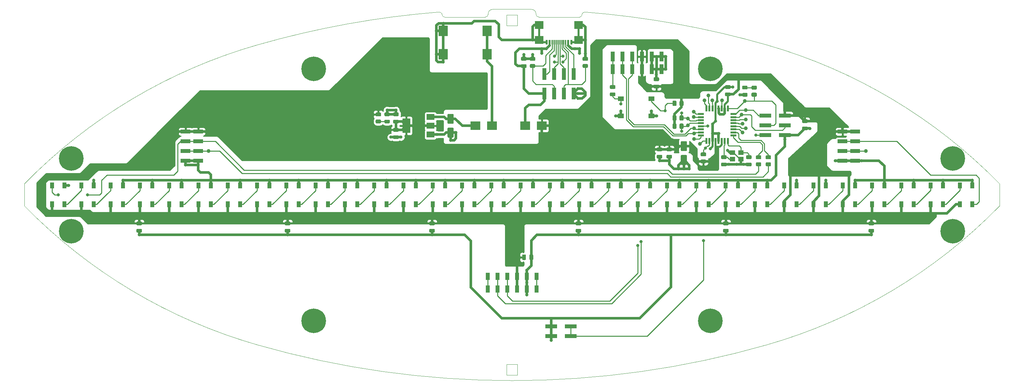
<source format=gbr>
%TF.GenerationSoftware,KiCad,Pcbnew,5.1.7-a382d34a8~87~ubuntu20.04.1*%
%TF.CreationDate,2020-11-05T15:53:10+05:30*%
%TF.ProjectId,halo,68616c6f-2e6b-4696-9361-645f70636258,v1*%
%TF.SameCoordinates,Original*%
%TF.FileFunction,Copper,L1,Top*%
%TF.FilePolarity,Positive*%
%FSLAX46Y46*%
G04 Gerber Fmt 4.6, Leading zero omitted, Abs format (unit mm)*
G04 Created by KiCad (PCBNEW 5.1.7-a382d34a8~87~ubuntu20.04.1) date 2020-11-05 15:53:10*
%MOMM*%
%LPD*%
G01*
G04 APERTURE LIST*
%TA.AperFunction,Profile*%
%ADD10C,0.050000*%
%TD*%
%TA.AperFunction,SMDPad,CuDef*%
%ADD11R,1.000000X3.150000*%
%TD*%
%TA.AperFunction,SMDPad,CuDef*%
%ADD12R,2.180000X2.000000*%
%TD*%
%TA.AperFunction,SMDPad,CuDef*%
%ADD13R,0.300000X1.150000*%
%TD*%
%TA.AperFunction,SMDPad,CuDef*%
%ADD14R,0.600000X1.150000*%
%TD*%
%TA.AperFunction,SMDPad,CuDef*%
%ADD15R,1.550000X1.300000*%
%TD*%
%TA.AperFunction,SMDPad,CuDef*%
%ADD16R,2.000000X3.800000*%
%TD*%
%TA.AperFunction,SMDPad,CuDef*%
%ADD17R,2.000000X1.500000*%
%TD*%
%TA.AperFunction,SMDPad,CuDef*%
%ADD18R,2.400000X2.800000*%
%TD*%
%TA.AperFunction,SMDPad,CuDef*%
%ADD19R,1.000000X1.500000*%
%TD*%
%TA.AperFunction,SMDPad,CuDef*%
%ADD20C,1.000000*%
%TD*%
%TA.AperFunction,SMDPad,CuDef*%
%ADD21R,2.540000X1.016000*%
%TD*%
%TA.AperFunction,SMDPad,CuDef*%
%ADD22R,1.016000X2.540000*%
%TD*%
%TA.AperFunction,SMDPad,CuDef*%
%ADD23R,3.150000X1.000000*%
%TD*%
%TA.AperFunction,ComponentPad*%
%ADD24C,6.400000*%
%TD*%
%TA.AperFunction,ComponentPad*%
%ADD25C,0.800000*%
%TD*%
%TA.AperFunction,SMDPad,CuDef*%
%ADD26R,0.550000X1.600000*%
%TD*%
%TA.AperFunction,SMDPad,CuDef*%
%ADD27R,1.600000X0.550000*%
%TD*%
%TA.AperFunction,SMDPad,CuDef*%
%ADD28R,1.400000X1.200000*%
%TD*%
%TA.AperFunction,SMDPad,CuDef*%
%ADD29R,2.500000X2.300000*%
%TD*%
%TA.AperFunction,SMDPad,CuDef*%
%ADD30R,1.016000X1.905000*%
%TD*%
%TA.AperFunction,ViaPad*%
%ADD31C,0.800000*%
%TD*%
%TA.AperFunction,Conductor*%
%ADD32C,0.635000*%
%TD*%
%TA.AperFunction,Conductor*%
%ADD33C,0.508000*%
%TD*%
%TA.AperFunction,Conductor*%
%ADD34C,0.254000*%
%TD*%
%TA.AperFunction,Conductor*%
%ADD35C,0.381000*%
%TD*%
%TA.AperFunction,Conductor*%
%ADD36C,0.100000*%
%TD*%
G04 APERTURE END LIST*
D10*
X73431896Y-62496118D02*
G75*
G02*
X120707642Y-53928265I66269656J-230949950D01*
G01*
X121541768Y-54762400D02*
G75*
G03*
X120707642Y-53928265I-834135J0D01*
G01*
X132715000Y-55245000D02*
G75*
G03*
X133477000Y-54483000I0J762000D01*
G01*
X132715000Y-55245000D02*
X122157808Y-55243390D01*
X134620000Y-53233692D02*
G75*
G03*
X133477000Y-54376692I0J-1143000D01*
G01*
X121541768Y-54762400D02*
G75*
G03*
X122157808Y-55243390I616040J154010D01*
G01*
X133477000Y-54483000D02*
X133477000Y-54376692D01*
X139700000Y-53180000D02*
G75*
G03*
X134620000Y-53233692I0J-240347211D01*
G01*
X145923000Y-54483000D02*
X145923000Y-54376692D01*
X157858232Y-54762400D02*
G75*
G02*
X158692358Y-53928265I834135J0D01*
G01*
X158692358Y-53928264D02*
G75*
G02*
X205969205Y-62493874I-18992358J-239578255D01*
G01*
X144780000Y-53233692D02*
G75*
G02*
X145923000Y-54376692I0J-1143000D01*
G01*
X139700000Y-53180000D02*
G75*
G02*
X144780000Y-53233692I0J-240347211D01*
G01*
X146685000Y-55245000D02*
G75*
G02*
X145923000Y-54483000I0J762000D01*
G01*
X157858232Y-54762400D02*
G75*
G02*
X157242192Y-55243390I-616040J154010D01*
G01*
X146685000Y-55245000D02*
X157242192Y-55243390D01*
X205969205Y-62493874D02*
G75*
G02*
X266571000Y-98721000I-37916205J-132229126D01*
G01*
X266571000Y-98721000D02*
X266571000Y-104479000D01*
X266571256Y-104479861D02*
G75*
G02*
X205969000Y-140707000I-98518256J96002861D01*
G01*
X205968733Y-140706537D02*
G75*
G02*
X139700000Y-150020000I-66268733J231106537D01*
G01*
X12828744Y-98720139D02*
G75*
G02*
X73431000Y-62493000I98518256J-96002861D01*
G01*
X139699871Y-150020519D02*
G75*
G02*
X73431000Y-140707000I129J240420519D01*
G01*
X12829000Y-98721000D02*
X12829000Y-104479000D01*
X73430795Y-140706126D02*
G75*
G02*
X12829000Y-104479000I37916205J132229126D01*
G01*
X89831000Y-134459000D02*
G75*
G03*
X89831000Y-134459000I-1717000J0D01*
G01*
X26734000Y-111075000D02*
G75*
G03*
X26734000Y-111075000I-1717000J0D01*
G01*
X141091000Y-145758000D02*
X138309000Y-145758000D01*
X138309000Y-145758000D02*
X138309000Y-148540000D01*
X138309000Y-148540000D02*
X141091000Y-148540000D01*
X141091000Y-148540000D02*
X141091000Y-145758000D01*
X193002000Y-134459000D02*
G75*
G03*
X193002000Y-134459000I-1716000J0D01*
G01*
X256100000Y-111075000D02*
G75*
G03*
X256100000Y-111075000I-1717000J0D01*
G01*
X26734000Y-92125000D02*
G75*
G03*
X26734000Y-92125000I-1717000J0D01*
G01*
X89831000Y-68741000D02*
G75*
G03*
X89831000Y-68741000I-1717000J0D01*
G01*
X256100000Y-92125000D02*
G75*
G03*
X256100000Y-92125000I-1717000J0D01*
G01*
X193002000Y-68741000D02*
G75*
G03*
X193002000Y-68741000I-1716000J0D01*
G01*
X141091000Y-54660000D02*
X138309000Y-54660000D01*
X138309000Y-54660000D02*
X138309000Y-57442000D01*
X138309000Y-57442000D02*
X141091000Y-57442000D01*
X141091000Y-57442000D02*
X141091000Y-54660000D01*
%TO.P,C18,2*%
%TO.N,GND*%
%TA.AperFunction,SMDPad,CuDef*%
G36*
G01*
X144214000Y-118331000D02*
X144214000Y-117381000D01*
G75*
G02*
X144464000Y-117131000I250000J0D01*
G01*
X144964000Y-117131000D01*
G75*
G02*
X145214000Y-117381000I0J-250000D01*
G01*
X145214000Y-118331000D01*
G75*
G02*
X144964000Y-118581000I-250000J0D01*
G01*
X144464000Y-118581000D01*
G75*
G02*
X144214000Y-118331000I0J250000D01*
G01*
G37*
%TD.AperFunction*%
%TO.P,C18,1*%
%TO.N,+5V*%
%TA.AperFunction,SMDPad,CuDef*%
G36*
G01*
X142314000Y-118331000D02*
X142314000Y-117381000D01*
G75*
G02*
X142564000Y-117131000I250000J0D01*
G01*
X143064000Y-117131000D01*
G75*
G02*
X143314000Y-117381000I0J-250000D01*
G01*
X143314000Y-118331000D01*
G75*
G02*
X143064000Y-118581000I-250000J0D01*
G01*
X142564000Y-118581000D01*
G75*
G02*
X142314000Y-118331000I0J250000D01*
G01*
G37*
%TD.AperFunction*%
%TD*%
D11*
%TO.P,P6,8*%
%TO.N,/SBU2*%
X155702000Y-70119000D03*
%TO.P,P6,7*%
%TO.N,GND*%
X155702000Y-75169000D03*
%TO.P,P6,6*%
%TO.N,/D+*%
X153162000Y-70119000D03*
%TO.P,P6,5*%
%TO.N,/CC1*%
X153162000Y-75169000D03*
%TO.P,P6,4*%
%TO.N,/D-*%
X150622000Y-70119000D03*
%TO.P,P6,3*%
%TO.N,/CC2*%
X150622000Y-75169000D03*
%TO.P,P6,2*%
%TO.N,/SBU1*%
X148082000Y-70119000D03*
%TO.P,P6,1*%
%TO.N,/Vusb*%
X148082000Y-75169000D03*
%TD*%
D12*
%TO.P,J2,S4*%
%TO.N,GND*%
X146782000Y-57276000D03*
%TO.P,J2,S3*%
X157002000Y-57276000D03*
%TO.P,J2,S2*%
X146782000Y-61206000D03*
%TO.P,J2,S1*%
X157002000Y-61206000D03*
D13*
%TO.P,J2,A7*%
%TO.N,/D-*%
X151642000Y-61781000D03*
%TO.P,J2,A6*%
%TO.N,/D+*%
X152142000Y-61781000D03*
%TO.P,J2,B6*%
X151142000Y-61781000D03*
%TO.P,J2,B7*%
%TO.N,/D-*%
X152642000Y-61781000D03*
%TO.P,J2,A8*%
%TO.N,/SBU1*%
X150642000Y-61781000D03*
%TO.P,J2,A5*%
%TO.N,/CC1*%
X153142000Y-61781000D03*
%TO.P,J2,B5*%
%TO.N,/CC2*%
X150142000Y-61781000D03*
%TO.P,J2,B8*%
%TO.N,/SBU2*%
X153642000Y-61781000D03*
D14*
%TO.P,J2,B1/A12*%
%TO.N,GND*%
X148692000Y-61781000D03*
%TO.P,J2,B4/A9*%
%TO.N,/Vusb*%
X149492000Y-61781000D03*
%TO.P,J2,A4/B9*%
X154292000Y-61781000D03*
%TO.P,J2,A1/B12*%
%TO.N,GND*%
X155092000Y-61781000D03*
%TD*%
%TO.P,C10,2*%
%TO.N,+5V*%
%TA.AperFunction,SMDPad,CuDef*%
G36*
G01*
X216375000Y-82862000D02*
X215425000Y-82862000D01*
G75*
G02*
X215175000Y-82612000I0J250000D01*
G01*
X215175000Y-82112000D01*
G75*
G02*
X215425000Y-81862000I250000J0D01*
G01*
X216375000Y-81862000D01*
G75*
G02*
X216625000Y-82112000I0J-250000D01*
G01*
X216625000Y-82612000D01*
G75*
G02*
X216375000Y-82862000I-250000J0D01*
G01*
G37*
%TD.AperFunction*%
%TO.P,C10,1*%
%TO.N,GND*%
%TA.AperFunction,SMDPad,CuDef*%
G36*
G01*
X216375000Y-84762000D02*
X215425000Y-84762000D01*
G75*
G02*
X215175000Y-84512000I0J250000D01*
G01*
X215175000Y-84012000D01*
G75*
G02*
X215425000Y-83762000I250000J0D01*
G01*
X216375000Y-83762000D01*
G75*
G02*
X216625000Y-84012000I0J-250000D01*
G01*
X216625000Y-84512000D01*
G75*
G02*
X216375000Y-84762000I-250000J0D01*
G01*
G37*
%TD.AperFunction*%
%TD*%
%TO.P,C1,2*%
%TO.N,GND*%
%TA.AperFunction,SMDPad,CuDef*%
G36*
G01*
X183854000Y-91178000D02*
X184954000Y-91178000D01*
G75*
G02*
X185204000Y-91428000I0J-250000D01*
G01*
X185204000Y-93528000D01*
G75*
G02*
X184954000Y-93778000I-250000J0D01*
G01*
X183854000Y-93778000D01*
G75*
G02*
X183604000Y-93528000I0J250000D01*
G01*
X183604000Y-91428000D01*
G75*
G02*
X183854000Y-91178000I250000J0D01*
G01*
G37*
%TD.AperFunction*%
%TO.P,C1,1*%
%TO.N,+5V*%
%TA.AperFunction,SMDPad,CuDef*%
G36*
G01*
X183854000Y-87578000D02*
X184954000Y-87578000D01*
G75*
G02*
X185204000Y-87828000I0J-250000D01*
G01*
X185204000Y-89928000D01*
G75*
G02*
X184954000Y-90178000I-250000J0D01*
G01*
X183854000Y-90178000D01*
G75*
G02*
X183604000Y-89928000I0J250000D01*
G01*
X183604000Y-87828000D01*
G75*
G02*
X183854000Y-87578000I250000J0D01*
G01*
G37*
%TD.AperFunction*%
%TD*%
D15*
%TO.P,SW1,2*%
%TO.N,/RESET*%
X167983000Y-76490000D03*
%TO.P,SW1,1*%
%TO.N,GND*%
X167983000Y-80990000D03*
X175933000Y-80990000D03*
%TO.P,SW1,2*%
%TO.N,/RESET*%
X175933000Y-76490000D03*
%TD*%
D16*
%TO.P,U2,2*%
%TO.N,+5V*%
X112166000Y-83566000D03*
D17*
X118466000Y-83566000D03*
%TO.P,U2,3*%
%TO.N,/12V*%
X118466000Y-81266000D03*
%TO.P,U2,1*%
%TO.N,GND*%
X118466000Y-85866000D03*
%TD*%
%TO.P,C6,2*%
%TO.N,/PB7*%
%TA.AperFunction,SMDPad,CuDef*%
G36*
G01*
X201770000Y-92260000D02*
X200820000Y-92260000D01*
G75*
G02*
X200570000Y-92010000I0J250000D01*
G01*
X200570000Y-91510000D01*
G75*
G02*
X200820000Y-91260000I250000J0D01*
G01*
X201770000Y-91260000D01*
G75*
G02*
X202020000Y-91510000I0J-250000D01*
G01*
X202020000Y-92010000D01*
G75*
G02*
X201770000Y-92260000I-250000J0D01*
G01*
G37*
%TD.AperFunction*%
%TO.P,C6,1*%
%TO.N,GND*%
%TA.AperFunction,SMDPad,CuDef*%
G36*
G01*
X201770000Y-94160000D02*
X200820000Y-94160000D01*
G75*
G02*
X200570000Y-93910000I0J250000D01*
G01*
X200570000Y-93410000D01*
G75*
G02*
X200820000Y-93160000I250000J0D01*
G01*
X201770000Y-93160000D01*
G75*
G02*
X202020000Y-93410000I0J-250000D01*
G01*
X202020000Y-93910000D01*
G75*
G02*
X201770000Y-94160000I-250000J0D01*
G01*
G37*
%TD.AperFunction*%
%TD*%
D18*
%TO.P,J3,1*%
%TO.N,/Vin*%
X133208000Y-64948000D03*
X133208000Y-58848000D03*
%TO.P,J3,2*%
%TO.N,GND*%
X121808000Y-58848000D03*
%TO.P,J3,3*%
X121808000Y-64948000D03*
%TD*%
D19*
%TO.P,D32,1*%
%TO.N,+5V*%
X256210000Y-104050000D03*
%TO.P,D32,2*%
%TO.N,/LED/DAT_OUT*%
X259410000Y-104050000D03*
%TO.P,D32,4*%
%TO.N,Net-(D31-Pad2)*%
X256210000Y-99150000D03*
%TO.P,D32,3*%
%TO.N,GND*%
X259410000Y-99150000D03*
%TD*%
%TO.P,D31,1*%
%TO.N,+5V*%
X248590000Y-104050000D03*
%TO.P,D31,2*%
%TO.N,Net-(D31-Pad2)*%
X251790000Y-104050000D03*
%TO.P,D31,4*%
%TO.N,Net-(D30-Pad2)*%
X248590000Y-99150000D03*
%TO.P,D31,3*%
%TO.N,GND*%
X251790000Y-99150000D03*
%TD*%
%TO.P,C9,2*%
%TO.N,/RESET*%
%TA.AperFunction,SMDPad,CuDef*%
G36*
G01*
X165387000Y-74872000D02*
X166337000Y-74872000D01*
G75*
G02*
X166587000Y-75122000I0J-250000D01*
G01*
X166587000Y-75622000D01*
G75*
G02*
X166337000Y-75872000I-250000J0D01*
G01*
X165387000Y-75872000D01*
G75*
G02*
X165137000Y-75622000I0J250000D01*
G01*
X165137000Y-75122000D01*
G75*
G02*
X165387000Y-74872000I250000J0D01*
G01*
G37*
%TD.AperFunction*%
%TO.P,C9,1*%
%TO.N,Net-(C9-Pad1)*%
%TA.AperFunction,SMDPad,CuDef*%
G36*
G01*
X165387000Y-72972000D02*
X166337000Y-72972000D01*
G75*
G02*
X166587000Y-73222000I0J-250000D01*
G01*
X166587000Y-73722000D01*
G75*
G02*
X166337000Y-73972000I-250000J0D01*
G01*
X165387000Y-73972000D01*
G75*
G02*
X165137000Y-73722000I0J250000D01*
G01*
X165137000Y-73222000D01*
G75*
G02*
X165387000Y-72972000I250000J0D01*
G01*
G37*
%TD.AperFunction*%
%TD*%
%TO.P,R1,2*%
%TO.N,/RESET*%
%TA.AperFunction,SMDPad,CuDef*%
G36*
G01*
X182480000Y-77273999D02*
X182480000Y-78174001D01*
G75*
G02*
X182230001Y-78424000I-249999J0D01*
G01*
X181704999Y-78424000D01*
G75*
G02*
X181455000Y-78174001I0J249999D01*
G01*
X181455000Y-77273999D01*
G75*
G02*
X181704999Y-77024000I249999J0D01*
G01*
X182230001Y-77024000D01*
G75*
G02*
X182480000Y-77273999I0J-249999D01*
G01*
G37*
%TD.AperFunction*%
%TO.P,R1,1*%
%TO.N,+5V*%
%TA.AperFunction,SMDPad,CuDef*%
G36*
G01*
X184305000Y-77273999D02*
X184305000Y-78174001D01*
G75*
G02*
X184055001Y-78424000I-249999J0D01*
G01*
X183529999Y-78424000D01*
G75*
G02*
X183280000Y-78174001I0J249999D01*
G01*
X183280000Y-77273999D01*
G75*
G02*
X183529999Y-77024000I249999J0D01*
G01*
X184055001Y-77024000D01*
G75*
G02*
X184305000Y-77273999I0J-249999D01*
G01*
G37*
%TD.AperFunction*%
%TD*%
D20*
%TO.P,B1,1*%
%TO.N,/SDA*%
X185420000Y-81661000D03*
%TD*%
%TO.P,B2,1*%
%TO.N,/SCL*%
X185420000Y-83439000D03*
%TD*%
%TO.P,B3,1*%
%TO.N,/A0*%
X190754000Y-75692000D03*
%TD*%
%TO.P,B4,1*%
%TO.N,/A1*%
X189738000Y-76962000D03*
%TD*%
%TO.P,B5,1*%
%TO.N,/A2*%
X186944000Y-79883000D03*
%TD*%
%TO.P,B6,1*%
%TO.N,/A3*%
X186944000Y-81280000D03*
%TD*%
%TO.P,B7,1*%
%TO.N,/A6*%
X194310000Y-76962000D03*
%TD*%
%TO.P,B8,1*%
%TO.N,/A7*%
X191770000Y-76962000D03*
%TD*%
%TO.P,B9,1*%
%TO.N,/RXD*%
X187071000Y-84201000D03*
%TD*%
%TO.P,B10,1*%
%TO.N,/TXD*%
X187071000Y-85598000D03*
%TD*%
%TO.P,B11,1*%
%TO.N,/D2*%
X187071000Y-86995000D03*
%TD*%
%TO.P,B12,1*%
%TO.N,/D3~~*%
X188595000Y-88265000D03*
%TD*%
%TO.P,B13,1*%
%TO.N,/D7*%
X199644000Y-85344000D03*
%TD*%
%TO.P,B14,1*%
%TO.N,/D8*%
X200533000Y-84201000D03*
%TD*%
%TO.P,B15,1*%
%TO.N,/D9~~*%
X199644000Y-83058000D03*
%TD*%
%TO.P,B16,1*%
%TO.N,/SS*%
X200533000Y-81915000D03*
%TD*%
%TO.P,B17,1*%
%TO.N,/MOSI*%
X199390000Y-80645000D03*
%TD*%
%TO.P,B18,1*%
%TO.N,/MISO*%
X200533000Y-79502000D03*
%TD*%
%TO.P,B19,1*%
%TO.N,/SCK*%
X200279000Y-77089000D03*
%TD*%
%TO.P,B20,1*%
%TO.N,/CLK*%
X60706000Y-90170000D03*
%TD*%
%TO.P,C11,2*%
%TO.N,+5V*%
%TA.AperFunction,SMDPad,CuDef*%
G36*
G01*
X43147000Y-109532000D02*
X42197000Y-109532000D01*
G75*
G02*
X41947000Y-109282000I0J250000D01*
G01*
X41947000Y-108782000D01*
G75*
G02*
X42197000Y-108532000I250000J0D01*
G01*
X43147000Y-108532000D01*
G75*
G02*
X43397000Y-108782000I0J-250000D01*
G01*
X43397000Y-109282000D01*
G75*
G02*
X43147000Y-109532000I-250000J0D01*
G01*
G37*
%TD.AperFunction*%
%TO.P,C11,1*%
%TO.N,GND*%
%TA.AperFunction,SMDPad,CuDef*%
G36*
G01*
X43147000Y-111432000D02*
X42197000Y-111432000D01*
G75*
G02*
X41947000Y-111182000I0J250000D01*
G01*
X41947000Y-110682000D01*
G75*
G02*
X42197000Y-110432000I250000J0D01*
G01*
X43147000Y-110432000D01*
G75*
G02*
X43397000Y-110682000I0J-250000D01*
G01*
X43397000Y-111182000D01*
G75*
G02*
X43147000Y-111432000I-250000J0D01*
G01*
G37*
%TD.AperFunction*%
%TD*%
%TO.P,C12,2*%
%TO.N,+5V*%
%TA.AperFunction,SMDPad,CuDef*%
G36*
G01*
X81755000Y-109532000D02*
X80805000Y-109532000D01*
G75*
G02*
X80555000Y-109282000I0J250000D01*
G01*
X80555000Y-108782000D01*
G75*
G02*
X80805000Y-108532000I250000J0D01*
G01*
X81755000Y-108532000D01*
G75*
G02*
X82005000Y-108782000I0J-250000D01*
G01*
X82005000Y-109282000D01*
G75*
G02*
X81755000Y-109532000I-250000J0D01*
G01*
G37*
%TD.AperFunction*%
%TO.P,C12,1*%
%TO.N,GND*%
%TA.AperFunction,SMDPad,CuDef*%
G36*
G01*
X81755000Y-111432000D02*
X80805000Y-111432000D01*
G75*
G02*
X80555000Y-111182000I0J250000D01*
G01*
X80555000Y-110682000D01*
G75*
G02*
X80805000Y-110432000I250000J0D01*
G01*
X81755000Y-110432000D01*
G75*
G02*
X82005000Y-110682000I0J-250000D01*
G01*
X82005000Y-111182000D01*
G75*
G02*
X81755000Y-111432000I-250000J0D01*
G01*
G37*
%TD.AperFunction*%
%TD*%
%TO.P,C13,2*%
%TO.N,+5V*%
%TA.AperFunction,SMDPad,CuDef*%
G36*
G01*
X119347000Y-109532000D02*
X118397000Y-109532000D01*
G75*
G02*
X118147000Y-109282000I0J250000D01*
G01*
X118147000Y-108782000D01*
G75*
G02*
X118397000Y-108532000I250000J0D01*
G01*
X119347000Y-108532000D01*
G75*
G02*
X119597000Y-108782000I0J-250000D01*
G01*
X119597000Y-109282000D01*
G75*
G02*
X119347000Y-109532000I-250000J0D01*
G01*
G37*
%TD.AperFunction*%
%TO.P,C13,1*%
%TO.N,GND*%
%TA.AperFunction,SMDPad,CuDef*%
G36*
G01*
X119347000Y-111432000D02*
X118397000Y-111432000D01*
G75*
G02*
X118147000Y-111182000I0J250000D01*
G01*
X118147000Y-110682000D01*
G75*
G02*
X118397000Y-110432000I250000J0D01*
G01*
X119347000Y-110432000D01*
G75*
G02*
X119597000Y-110682000I0J-250000D01*
G01*
X119597000Y-111182000D01*
G75*
G02*
X119347000Y-111432000I-250000J0D01*
G01*
G37*
%TD.AperFunction*%
%TD*%
%TO.P,C14,2*%
%TO.N,+5V*%
%TA.AperFunction,SMDPad,CuDef*%
G36*
G01*
X157447000Y-109532000D02*
X156497000Y-109532000D01*
G75*
G02*
X156247000Y-109282000I0J250000D01*
G01*
X156247000Y-108782000D01*
G75*
G02*
X156497000Y-108532000I250000J0D01*
G01*
X157447000Y-108532000D01*
G75*
G02*
X157697000Y-108782000I0J-250000D01*
G01*
X157697000Y-109282000D01*
G75*
G02*
X157447000Y-109532000I-250000J0D01*
G01*
G37*
%TD.AperFunction*%
%TO.P,C14,1*%
%TO.N,GND*%
%TA.AperFunction,SMDPad,CuDef*%
G36*
G01*
X157447000Y-111432000D02*
X156497000Y-111432000D01*
G75*
G02*
X156247000Y-111182000I0J250000D01*
G01*
X156247000Y-110682000D01*
G75*
G02*
X156497000Y-110432000I250000J0D01*
G01*
X157447000Y-110432000D01*
G75*
G02*
X157697000Y-110682000I0J-250000D01*
G01*
X157697000Y-111182000D01*
G75*
G02*
X157447000Y-111432000I-250000J0D01*
G01*
G37*
%TD.AperFunction*%
%TD*%
%TO.P,C15,2*%
%TO.N,+5V*%
%TA.AperFunction,SMDPad,CuDef*%
G36*
G01*
X195801000Y-109532000D02*
X194851000Y-109532000D01*
G75*
G02*
X194601000Y-109282000I0J250000D01*
G01*
X194601000Y-108782000D01*
G75*
G02*
X194851000Y-108532000I250000J0D01*
G01*
X195801000Y-108532000D01*
G75*
G02*
X196051000Y-108782000I0J-250000D01*
G01*
X196051000Y-109282000D01*
G75*
G02*
X195801000Y-109532000I-250000J0D01*
G01*
G37*
%TD.AperFunction*%
%TO.P,C15,1*%
%TO.N,GND*%
%TA.AperFunction,SMDPad,CuDef*%
G36*
G01*
X195801000Y-111432000D02*
X194851000Y-111432000D01*
G75*
G02*
X194601000Y-111182000I0J250000D01*
G01*
X194601000Y-110682000D01*
G75*
G02*
X194851000Y-110432000I250000J0D01*
G01*
X195801000Y-110432000D01*
G75*
G02*
X196051000Y-110682000I0J-250000D01*
G01*
X196051000Y-111182000D01*
G75*
G02*
X195801000Y-111432000I-250000J0D01*
G01*
G37*
%TD.AperFunction*%
%TD*%
%TO.P,C16,2*%
%TO.N,+5V*%
%TA.AperFunction,SMDPad,CuDef*%
G36*
G01*
X233647000Y-109532000D02*
X232697000Y-109532000D01*
G75*
G02*
X232447000Y-109282000I0J250000D01*
G01*
X232447000Y-108782000D01*
G75*
G02*
X232697000Y-108532000I250000J0D01*
G01*
X233647000Y-108532000D01*
G75*
G02*
X233897000Y-108782000I0J-250000D01*
G01*
X233897000Y-109282000D01*
G75*
G02*
X233647000Y-109532000I-250000J0D01*
G01*
G37*
%TD.AperFunction*%
%TO.P,C16,1*%
%TO.N,GND*%
%TA.AperFunction,SMDPad,CuDef*%
G36*
G01*
X233647000Y-111432000D02*
X232697000Y-111432000D01*
G75*
G02*
X232447000Y-111182000I0J250000D01*
G01*
X232447000Y-110682000D01*
G75*
G02*
X232697000Y-110432000I250000J0D01*
G01*
X233647000Y-110432000D01*
G75*
G02*
X233897000Y-110682000I0J-250000D01*
G01*
X233897000Y-111182000D01*
G75*
G02*
X233647000Y-111432000I-250000J0D01*
G01*
G37*
%TD.AperFunction*%
%TD*%
%TO.P,C2,2*%
%TO.N,GND*%
%TA.AperFunction,SMDPad,CuDef*%
G36*
G01*
X196309000Y-73972000D02*
X195359000Y-73972000D01*
G75*
G02*
X195109000Y-73722000I0J250000D01*
G01*
X195109000Y-73222000D01*
G75*
G02*
X195359000Y-72972000I250000J0D01*
G01*
X196309000Y-72972000D01*
G75*
G02*
X196559000Y-73222000I0J-250000D01*
G01*
X196559000Y-73722000D01*
G75*
G02*
X196309000Y-73972000I-250000J0D01*
G01*
G37*
%TD.AperFunction*%
%TO.P,C2,1*%
%TO.N,+5V*%
%TA.AperFunction,SMDPad,CuDef*%
G36*
G01*
X196309000Y-75872000D02*
X195359000Y-75872000D01*
G75*
G02*
X195109000Y-75622000I0J250000D01*
G01*
X195109000Y-75122000D01*
G75*
G02*
X195359000Y-74872000I250000J0D01*
G01*
X196309000Y-74872000D01*
G75*
G02*
X196559000Y-75122000I0J-250000D01*
G01*
X196559000Y-75622000D01*
G75*
G02*
X196309000Y-75872000I-250000J0D01*
G01*
G37*
%TD.AperFunction*%
%TD*%
%TO.P,C3,2*%
%TO.N,GND*%
%TA.AperFunction,SMDPad,CuDef*%
G36*
G01*
X180119000Y-91128000D02*
X181069000Y-91128000D01*
G75*
G02*
X181319000Y-91378000I0J-250000D01*
G01*
X181319000Y-91878000D01*
G75*
G02*
X181069000Y-92128000I-250000J0D01*
G01*
X180119000Y-92128000D01*
G75*
G02*
X179869000Y-91878000I0J250000D01*
G01*
X179869000Y-91378000D01*
G75*
G02*
X180119000Y-91128000I250000J0D01*
G01*
G37*
%TD.AperFunction*%
%TO.P,C3,1*%
%TO.N,+5V*%
%TA.AperFunction,SMDPad,CuDef*%
G36*
G01*
X180119000Y-89228000D02*
X181069000Y-89228000D01*
G75*
G02*
X181319000Y-89478000I0J-250000D01*
G01*
X181319000Y-89978000D01*
G75*
G02*
X181069000Y-90228000I-250000J0D01*
G01*
X180119000Y-90228000D01*
G75*
G02*
X179869000Y-89978000I0J250000D01*
G01*
X179869000Y-89478000D01*
G75*
G02*
X180119000Y-89228000I250000J0D01*
G01*
G37*
%TD.AperFunction*%
%TD*%
%TO.P,C4,2*%
%TO.N,GND*%
%TA.AperFunction,SMDPad,CuDef*%
G36*
G01*
X177579000Y-91128000D02*
X178529000Y-91128000D01*
G75*
G02*
X178779000Y-91378000I0J-250000D01*
G01*
X178779000Y-91878000D01*
G75*
G02*
X178529000Y-92128000I-250000J0D01*
G01*
X177579000Y-92128000D01*
G75*
G02*
X177329000Y-91878000I0J250000D01*
G01*
X177329000Y-91378000D01*
G75*
G02*
X177579000Y-91128000I250000J0D01*
G01*
G37*
%TD.AperFunction*%
%TO.P,C4,1*%
%TO.N,+5V*%
%TA.AperFunction,SMDPad,CuDef*%
G36*
G01*
X177579000Y-89228000D02*
X178529000Y-89228000D01*
G75*
G02*
X178779000Y-89478000I0J-250000D01*
G01*
X178779000Y-89978000D01*
G75*
G02*
X178529000Y-90228000I-250000J0D01*
G01*
X177579000Y-90228000D01*
G75*
G02*
X177329000Y-89978000I0J250000D01*
G01*
X177329000Y-89478000D01*
G75*
G02*
X177579000Y-89228000I250000J0D01*
G01*
G37*
%TD.AperFunction*%
%TD*%
%TO.P,C5,2*%
%TO.N,GND*%
%TA.AperFunction,SMDPad,CuDef*%
G36*
G01*
X194343000Y-93160000D02*
X195293000Y-93160000D01*
G75*
G02*
X195543000Y-93410000I0J-250000D01*
G01*
X195543000Y-93910000D01*
G75*
G02*
X195293000Y-94160000I-250000J0D01*
G01*
X194343000Y-94160000D01*
G75*
G02*
X194093000Y-93910000I0J250000D01*
G01*
X194093000Y-93410000D01*
G75*
G02*
X194343000Y-93160000I250000J0D01*
G01*
G37*
%TD.AperFunction*%
%TO.P,C5,1*%
%TO.N,/PB6*%
%TA.AperFunction,SMDPad,CuDef*%
G36*
G01*
X194343000Y-91260000D02*
X195293000Y-91260000D01*
G75*
G02*
X195543000Y-91510000I0J-250000D01*
G01*
X195543000Y-92010000D01*
G75*
G02*
X195293000Y-92260000I-250000J0D01*
G01*
X194343000Y-92260000D01*
G75*
G02*
X194093000Y-92010000I0J250000D01*
G01*
X194093000Y-91510000D01*
G75*
G02*
X194343000Y-91260000I250000J0D01*
G01*
G37*
%TD.AperFunction*%
%TD*%
%TO.P,C7,2*%
%TO.N,GND*%
%TA.AperFunction,SMDPad,CuDef*%
G36*
G01*
X123148000Y-84066000D02*
X124248000Y-84066000D01*
G75*
G02*
X124498000Y-84316000I0J-250000D01*
G01*
X124498000Y-86416000D01*
G75*
G02*
X124248000Y-86666000I-250000J0D01*
G01*
X123148000Y-86666000D01*
G75*
G02*
X122898000Y-86416000I0J250000D01*
G01*
X122898000Y-84316000D01*
G75*
G02*
X123148000Y-84066000I250000J0D01*
G01*
G37*
%TD.AperFunction*%
%TO.P,C7,1*%
%TO.N,/12V*%
%TA.AperFunction,SMDPad,CuDef*%
G36*
G01*
X123148000Y-80466000D02*
X124248000Y-80466000D01*
G75*
G02*
X124498000Y-80716000I0J-250000D01*
G01*
X124498000Y-82816000D01*
G75*
G02*
X124248000Y-83066000I-250000J0D01*
G01*
X123148000Y-83066000D01*
G75*
G02*
X122898000Y-82816000I0J250000D01*
G01*
X122898000Y-80716000D01*
G75*
G02*
X123148000Y-80466000I250000J0D01*
G01*
G37*
%TD.AperFunction*%
%TD*%
%TO.P,C8,2*%
%TO.N,GND*%
%TA.AperFunction,SMDPad,CuDef*%
G36*
G01*
X109949000Y-81084000D02*
X108999000Y-81084000D01*
G75*
G02*
X108749000Y-80834000I0J250000D01*
G01*
X108749000Y-80334000D01*
G75*
G02*
X108999000Y-80084000I250000J0D01*
G01*
X109949000Y-80084000D01*
G75*
G02*
X110199000Y-80334000I0J-250000D01*
G01*
X110199000Y-80834000D01*
G75*
G02*
X109949000Y-81084000I-250000J0D01*
G01*
G37*
%TD.AperFunction*%
%TO.P,C8,1*%
%TO.N,+5V*%
%TA.AperFunction,SMDPad,CuDef*%
G36*
G01*
X109949000Y-82984000D02*
X108999000Y-82984000D01*
G75*
G02*
X108749000Y-82734000I0J250000D01*
G01*
X108749000Y-82234000D01*
G75*
G02*
X108999000Y-81984000I250000J0D01*
G01*
X109949000Y-81984000D01*
G75*
G02*
X110199000Y-82234000I0J-250000D01*
G01*
X110199000Y-82734000D01*
G75*
G02*
X109949000Y-82984000I-250000J0D01*
G01*
G37*
%TD.AperFunction*%
%TD*%
D19*
%TO.P,D1,1*%
%TO.N,+5V*%
X19990000Y-104050000D03*
%TO.P,D1,2*%
%TO.N,Net-(D1-Pad2)*%
X23190000Y-104050000D03*
%TO.P,D1,4*%
%TO.N,/DAT*%
X19990000Y-99150000D03*
%TO.P,D1,3*%
%TO.N,GND*%
X23190000Y-99150000D03*
%TD*%
%TO.P,D2,1*%
%TO.N,+5V*%
X27610000Y-104050000D03*
%TO.P,D2,2*%
%TO.N,Net-(D2-Pad2)*%
X30810000Y-104050000D03*
%TO.P,D2,4*%
%TO.N,Net-(D1-Pad2)*%
X27610000Y-99150000D03*
%TO.P,D2,3*%
%TO.N,GND*%
X30810000Y-99150000D03*
%TD*%
%TO.P,D3,1*%
%TO.N,+5V*%
X35230000Y-104050000D03*
%TO.P,D3,2*%
%TO.N,Net-(D3-Pad2)*%
X38430000Y-104050000D03*
%TO.P,D3,4*%
%TO.N,Net-(D2-Pad2)*%
X35230000Y-99150000D03*
%TO.P,D3,3*%
%TO.N,GND*%
X38430000Y-99150000D03*
%TD*%
%TO.P,D4,1*%
%TO.N,+5V*%
X42850000Y-104050000D03*
%TO.P,D4,2*%
%TO.N,Net-(D4-Pad2)*%
X46050000Y-104050000D03*
%TO.P,D4,4*%
%TO.N,Net-(D3-Pad2)*%
X42850000Y-99150000D03*
%TO.P,D4,3*%
%TO.N,GND*%
X46050000Y-99150000D03*
%TD*%
%TO.P,D5,1*%
%TO.N,+5V*%
X50470000Y-104050000D03*
%TO.P,D5,2*%
%TO.N,Net-(D5-Pad2)*%
X53670000Y-104050000D03*
%TO.P,D5,4*%
%TO.N,Net-(D4-Pad2)*%
X50470000Y-99150000D03*
%TO.P,D5,3*%
%TO.N,GND*%
X53670000Y-99150000D03*
%TD*%
%TO.P,D6,1*%
%TO.N,+5V*%
X58090000Y-104050000D03*
%TO.P,D6,2*%
%TO.N,Net-(D6-Pad2)*%
X61290000Y-104050000D03*
%TO.P,D6,4*%
%TO.N,Net-(D5-Pad2)*%
X58090000Y-99150000D03*
%TO.P,D6,3*%
%TO.N,GND*%
X61290000Y-99150000D03*
%TD*%
%TO.P,D7,1*%
%TO.N,+5V*%
X65710000Y-104050000D03*
%TO.P,D7,2*%
%TO.N,Net-(D7-Pad2)*%
X68910000Y-104050000D03*
%TO.P,D7,4*%
%TO.N,Net-(D6-Pad2)*%
X65710000Y-99150000D03*
%TO.P,D7,3*%
%TO.N,GND*%
X68910000Y-99150000D03*
%TD*%
%TO.P,D8,1*%
%TO.N,+5V*%
X73330000Y-104050000D03*
%TO.P,D8,2*%
%TO.N,Net-(D8-Pad2)*%
X76530000Y-104050000D03*
%TO.P,D8,4*%
%TO.N,Net-(D7-Pad2)*%
X73330000Y-99150000D03*
%TO.P,D8,3*%
%TO.N,GND*%
X76530000Y-99150000D03*
%TD*%
%TO.P,D9,1*%
%TO.N,+5V*%
X80950000Y-104050000D03*
%TO.P,D9,2*%
%TO.N,Net-(D10-Pad4)*%
X84150000Y-104050000D03*
%TO.P,D9,4*%
%TO.N,Net-(D8-Pad2)*%
X80950000Y-99150000D03*
%TO.P,D9,3*%
%TO.N,GND*%
X84150000Y-99150000D03*
%TD*%
%TO.P,D10,1*%
%TO.N,+5V*%
X88570000Y-104050000D03*
%TO.P,D10,2*%
%TO.N,Net-(D10-Pad2)*%
X91770000Y-104050000D03*
%TO.P,D10,4*%
%TO.N,Net-(D10-Pad4)*%
X88570000Y-99150000D03*
%TO.P,D10,3*%
%TO.N,GND*%
X91770000Y-99150000D03*
%TD*%
%TO.P,D11,1*%
%TO.N,+5V*%
X96190000Y-104050000D03*
%TO.P,D11,2*%
%TO.N,Net-(D11-Pad2)*%
X99390000Y-104050000D03*
%TO.P,D11,4*%
%TO.N,Net-(D10-Pad2)*%
X96190000Y-99150000D03*
%TO.P,D11,3*%
%TO.N,GND*%
X99390000Y-99150000D03*
%TD*%
%TO.P,D12,1*%
%TO.N,+5V*%
X103810000Y-104050000D03*
%TO.P,D12,2*%
%TO.N,Net-(D12-Pad2)*%
X107010000Y-104050000D03*
%TO.P,D12,4*%
%TO.N,Net-(D11-Pad2)*%
X103810000Y-99150000D03*
%TO.P,D12,3*%
%TO.N,GND*%
X107010000Y-99150000D03*
%TD*%
%TO.P,D13,1*%
%TO.N,+5V*%
X111430000Y-104050000D03*
%TO.P,D13,2*%
%TO.N,Net-(D13-Pad2)*%
X114630000Y-104050000D03*
%TO.P,D13,4*%
%TO.N,Net-(D12-Pad2)*%
X111430000Y-99150000D03*
%TO.P,D13,3*%
%TO.N,GND*%
X114630000Y-99150000D03*
%TD*%
%TO.P,D14,1*%
%TO.N,+5V*%
X119050000Y-104050000D03*
%TO.P,D14,2*%
%TO.N,Net-(D14-Pad2)*%
X122250000Y-104050000D03*
%TO.P,D14,4*%
%TO.N,Net-(D13-Pad2)*%
X119050000Y-99150000D03*
%TO.P,D14,3*%
%TO.N,GND*%
X122250000Y-99150000D03*
%TD*%
%TO.P,D15,1*%
%TO.N,+5V*%
X126670000Y-104050000D03*
%TO.P,D15,2*%
%TO.N,Net-(D15-Pad2)*%
X129870000Y-104050000D03*
%TO.P,D15,4*%
%TO.N,Net-(D14-Pad2)*%
X126670000Y-99150000D03*
%TO.P,D15,3*%
%TO.N,GND*%
X129870000Y-99150000D03*
%TD*%
%TO.P,D16,1*%
%TO.N,+5V*%
X134290000Y-104050000D03*
%TO.P,D16,2*%
%TO.N,Net-(D16-Pad2)*%
X137490000Y-104050000D03*
%TO.P,D16,4*%
%TO.N,Net-(D15-Pad2)*%
X134290000Y-99150000D03*
%TO.P,D16,3*%
%TO.N,GND*%
X137490000Y-99150000D03*
%TD*%
%TO.P,D17,1*%
%TO.N,+5V*%
X141910000Y-104050000D03*
%TO.P,D17,2*%
%TO.N,Net-(D17-Pad2)*%
X145110000Y-104050000D03*
%TO.P,D17,4*%
%TO.N,Net-(D16-Pad2)*%
X141910000Y-99150000D03*
%TO.P,D17,3*%
%TO.N,GND*%
X145110000Y-99150000D03*
%TD*%
%TO.P,D18,1*%
%TO.N,+5V*%
X149530000Y-104050000D03*
%TO.P,D18,2*%
%TO.N,Net-(D18-Pad2)*%
X152730000Y-104050000D03*
%TO.P,D18,4*%
%TO.N,Net-(D17-Pad2)*%
X149530000Y-99150000D03*
%TO.P,D18,3*%
%TO.N,GND*%
X152730000Y-99150000D03*
%TD*%
%TO.P,D19,1*%
%TO.N,+5V*%
X157150000Y-104050000D03*
%TO.P,D19,2*%
%TO.N,Net-(D19-Pad2)*%
X160350000Y-104050000D03*
%TO.P,D19,4*%
%TO.N,Net-(D18-Pad2)*%
X157150000Y-99150000D03*
%TO.P,D19,3*%
%TO.N,GND*%
X160350000Y-99150000D03*
%TD*%
%TO.P,D20,1*%
%TO.N,+5V*%
X164770000Y-104050000D03*
%TO.P,D20,2*%
%TO.N,Net-(D20-Pad2)*%
X167970000Y-104050000D03*
%TO.P,D20,4*%
%TO.N,Net-(D19-Pad2)*%
X164770000Y-99150000D03*
%TO.P,D20,3*%
%TO.N,GND*%
X167970000Y-99150000D03*
%TD*%
%TO.P,D21,1*%
%TO.N,+5V*%
X172390000Y-104050000D03*
%TO.P,D21,2*%
%TO.N,Net-(D21-Pad2)*%
X175590000Y-104050000D03*
%TO.P,D21,4*%
%TO.N,Net-(D20-Pad2)*%
X172390000Y-99150000D03*
%TO.P,D21,3*%
%TO.N,GND*%
X175590000Y-99150000D03*
%TD*%
%TO.P,D22,1*%
%TO.N,+5V*%
X180010000Y-104050000D03*
%TO.P,D22,2*%
%TO.N,Net-(D22-Pad2)*%
X183210000Y-104050000D03*
%TO.P,D22,4*%
%TO.N,Net-(D21-Pad2)*%
X180010000Y-99150000D03*
%TO.P,D22,3*%
%TO.N,GND*%
X183210000Y-99150000D03*
%TD*%
%TO.P,D23,1*%
%TO.N,+5V*%
X187630000Y-104050000D03*
%TO.P,D23,2*%
%TO.N,Net-(D23-Pad2)*%
X190830000Y-104050000D03*
%TO.P,D23,4*%
%TO.N,Net-(D22-Pad2)*%
X187630000Y-99150000D03*
%TO.P,D23,3*%
%TO.N,GND*%
X190830000Y-99150000D03*
%TD*%
%TO.P,D24,1*%
%TO.N,+5V*%
X195250000Y-104050000D03*
%TO.P,D24,2*%
%TO.N,Net-(D24-Pad2)*%
X198450000Y-104050000D03*
%TO.P,D24,4*%
%TO.N,Net-(D23-Pad2)*%
X195250000Y-99150000D03*
%TO.P,D24,3*%
%TO.N,GND*%
X198450000Y-99150000D03*
%TD*%
%TO.P,D25,1*%
%TO.N,+5V*%
X202870000Y-104050000D03*
%TO.P,D25,2*%
%TO.N,Net-(D25-Pad2)*%
X206070000Y-104050000D03*
%TO.P,D25,4*%
%TO.N,Net-(D24-Pad2)*%
X202870000Y-99150000D03*
%TO.P,D25,3*%
%TO.N,GND*%
X206070000Y-99150000D03*
%TD*%
%TO.P,D26,1*%
%TO.N,+5V*%
X210490000Y-104050000D03*
%TO.P,D26,2*%
%TO.N,Net-(D26-Pad2)*%
X213690000Y-104050000D03*
%TO.P,D26,4*%
%TO.N,Net-(D25-Pad2)*%
X210490000Y-99150000D03*
%TO.P,D26,3*%
%TO.N,GND*%
X213690000Y-99150000D03*
%TD*%
%TO.P,D27,1*%
%TO.N,+5V*%
X218110000Y-104050000D03*
%TO.P,D27,2*%
%TO.N,Net-(D27-Pad2)*%
X221310000Y-104050000D03*
%TO.P,D27,4*%
%TO.N,Net-(D26-Pad2)*%
X218110000Y-99150000D03*
%TO.P,D27,3*%
%TO.N,GND*%
X221310000Y-99150000D03*
%TD*%
%TO.P,D28,1*%
%TO.N,+5V*%
X225730000Y-104050000D03*
%TO.P,D28,2*%
%TO.N,Net-(D28-Pad2)*%
X228930000Y-104050000D03*
%TO.P,D28,4*%
%TO.N,Net-(D27-Pad2)*%
X225730000Y-99150000D03*
%TO.P,D28,3*%
%TO.N,GND*%
X228930000Y-99150000D03*
%TD*%
%TO.P,D29,1*%
%TO.N,+5V*%
X233350000Y-104050000D03*
%TO.P,D29,2*%
%TO.N,Net-(D29-Pad2)*%
X236550000Y-104050000D03*
%TO.P,D29,4*%
%TO.N,Net-(D28-Pad2)*%
X233350000Y-99150000D03*
%TO.P,D29,3*%
%TO.N,GND*%
X236550000Y-99150000D03*
%TD*%
%TO.P,D30,1*%
%TO.N,+5V*%
X240970000Y-104050000D03*
%TO.P,D30,2*%
%TO.N,Net-(D30-Pad2)*%
X244170000Y-104050000D03*
%TO.P,D30,4*%
%TO.N,Net-(D29-Pad2)*%
X240970000Y-99150000D03*
%TO.P,D30,3*%
%TO.N,GND*%
X244170000Y-99150000D03*
%TD*%
%TO.P,D35,K*%
%TO.N,GND*%
%TA.AperFunction,SMDPad,CuDef*%
G36*
G01*
X106731750Y-80109000D02*
X107644250Y-80109000D01*
G75*
G02*
X107888000Y-80352750I0J-243750D01*
G01*
X107888000Y-80840250D01*
G75*
G02*
X107644250Y-81084000I-243750J0D01*
G01*
X106731750Y-81084000D01*
G75*
G02*
X106488000Y-80840250I0J243750D01*
G01*
X106488000Y-80352750D01*
G75*
G02*
X106731750Y-80109000I243750J0D01*
G01*
G37*
%TD.AperFunction*%
%TO.P,D35,A*%
%TO.N,Net-(D35-PadA)*%
%TA.AperFunction,SMDPad,CuDef*%
G36*
G01*
X106731750Y-81984000D02*
X107644250Y-81984000D01*
G75*
G02*
X107888000Y-82227750I0J-243750D01*
G01*
X107888000Y-82715250D01*
G75*
G02*
X107644250Y-82959000I-243750J0D01*
G01*
X106731750Y-82959000D01*
G75*
G02*
X106488000Y-82715250I0J243750D01*
G01*
X106488000Y-82227750D01*
G75*
G02*
X106731750Y-81984000I243750J0D01*
G01*
G37*
%TD.AperFunction*%
%TD*%
%TO.P,D36,K*%
%TO.N,GND*%
%TA.AperFunction,SMDPad,CuDef*%
G36*
G01*
X200735250Y-75974000D02*
X199822750Y-75974000D01*
G75*
G02*
X199579000Y-75730250I0J243750D01*
G01*
X199579000Y-75242750D01*
G75*
G02*
X199822750Y-74999000I243750J0D01*
G01*
X200735250Y-74999000D01*
G75*
G02*
X200979000Y-75242750I0J-243750D01*
G01*
X200979000Y-75730250D01*
G75*
G02*
X200735250Y-75974000I-243750J0D01*
G01*
G37*
%TD.AperFunction*%
%TO.P,D36,A*%
%TO.N,Net-(D36-PadA)*%
%TA.AperFunction,SMDPad,CuDef*%
G36*
G01*
X200735250Y-74099000D02*
X199822750Y-74099000D01*
G75*
G02*
X199579000Y-73855250I0J243750D01*
G01*
X199579000Y-73367750D01*
G75*
G02*
X199822750Y-73124000I243750J0D01*
G01*
X200735250Y-73124000D01*
G75*
G02*
X200979000Y-73367750I0J-243750D01*
G01*
X200979000Y-73855250D01*
G75*
G02*
X200735250Y-74099000I-243750J0D01*
G01*
G37*
%TD.AperFunction*%
%TD*%
D21*
%TO.P,P1,4*%
%TO.N,GND*%
X54737000Y-92710000D03*
%TO.P,P1,3*%
%TO.N,/CLK*%
X58039000Y-90170000D03*
%TO.P,P1,2*%
%TO.N,/DAT*%
X54737000Y-87630000D03*
%TO.P,P1,1*%
%TO.N,+5V*%
X58039000Y-85090000D03*
%TO.P,P1,4*%
%TO.N,GND*%
X58039000Y-92710000D03*
%TO.P,P1,2*%
%TO.N,/DAT*%
X58039000Y-87630000D03*
%TO.P,P1,3*%
%TO.N,/CLK*%
X54737000Y-90170000D03*
%TO.P,P1,1*%
%TO.N,+5V*%
X54737000Y-85090000D03*
%TD*%
D22*
%TO.P,P2,6*%
%TO.N,Net-(C9-Pad1)*%
X165862000Y-65532000D03*
%TO.P,P2,5*%
%TO.N,/TXD*%
X168402000Y-68834000D03*
%TO.P,P2,4*%
%TO.N,/RXD*%
X170942000Y-65532000D03*
%TO.P,P2,3*%
%TO.N,+5V*%
X173482000Y-68834000D03*
%TO.P,P2,2*%
%TO.N,GND*%
X176022000Y-65532000D03*
%TO.P,P2,1*%
X178562000Y-68834000D03*
X178562000Y-65532000D03*
%TO.P,P2,3*%
%TO.N,+5V*%
X173482000Y-65532000D03*
%TO.P,P2,5*%
%TO.N,/TXD*%
X168402000Y-65532000D03*
%TO.P,P2,2*%
%TO.N,GND*%
X176022000Y-68834000D03*
%TO.P,P2,4*%
%TO.N,/RXD*%
X170942000Y-68834000D03*
%TO.P,P2,6*%
%TO.N,Net-(C9-Pad1)*%
X165862000Y-68834000D03*
%TD*%
D23*
%TO.P,P3,1*%
%TO.N,/MISO*%
X205628000Y-80899000D03*
%TO.P,P3,2*%
%TO.N,+5V*%
X210678000Y-80899000D03*
%TO.P,P3,3*%
%TO.N,/SCK*%
X205628000Y-83439000D03*
%TO.P,P3,4*%
%TO.N,/MOSI*%
X210678000Y-83439000D03*
%TO.P,P3,5*%
%TO.N,/RESET*%
X205628000Y-85979000D03*
%TO.P,P3,6*%
%TO.N,GND*%
X210678000Y-85979000D03*
%TD*%
D21*
%TO.P,P4,4*%
%TO.N,GND*%
X225679000Y-92710000D03*
%TO.P,P4,3*%
%TO.N,Net-(B21-Pad1)*%
X228981000Y-90170000D03*
%TO.P,P4,2*%
%TO.N,/LED/DAT_OUT*%
X225679000Y-87630000D03*
%TO.P,P4,1*%
%TO.N,+5V*%
X228981000Y-85090000D03*
%TO.P,P4,4*%
%TO.N,GND*%
X228981000Y-92710000D03*
%TO.P,P4,2*%
%TO.N,/LED/DAT_OUT*%
X228981000Y-87630000D03*
%TO.P,P4,3*%
%TO.N,Net-(B21-Pad1)*%
X225679000Y-90170000D03*
%TO.P,P4,1*%
%TO.N,+5V*%
X225679000Y-85090000D03*
%TD*%
%TO.P,R2,2*%
%TO.N,/SDA*%
%TA.AperFunction,SMDPad,CuDef*%
G36*
G01*
X183280000Y-81984001D02*
X183280000Y-81083999D01*
G75*
G02*
X183529999Y-80834000I249999J0D01*
G01*
X184055001Y-80834000D01*
G75*
G02*
X184305000Y-81083999I0J-249999D01*
G01*
X184305000Y-81984001D01*
G75*
G02*
X184055001Y-82234000I-249999J0D01*
G01*
X183529999Y-82234000D01*
G75*
G02*
X183280000Y-81984001I0J249999D01*
G01*
G37*
%TD.AperFunction*%
%TO.P,R2,1*%
%TO.N,+5V*%
%TA.AperFunction,SMDPad,CuDef*%
G36*
G01*
X181455000Y-81984001D02*
X181455000Y-81083999D01*
G75*
G02*
X181704999Y-80834000I249999J0D01*
G01*
X182230001Y-80834000D01*
G75*
G02*
X182480000Y-81083999I0J-249999D01*
G01*
X182480000Y-81984001D01*
G75*
G02*
X182230001Y-82234000I-249999J0D01*
G01*
X181704999Y-82234000D01*
G75*
G02*
X181455000Y-81984001I0J249999D01*
G01*
G37*
%TD.AperFunction*%
%TD*%
%TO.P,R3,2*%
%TO.N,/SCL*%
%TA.AperFunction,SMDPad,CuDef*%
G36*
G01*
X183280000Y-84143001D02*
X183280000Y-83242999D01*
G75*
G02*
X183529999Y-82993000I249999J0D01*
G01*
X184055001Y-82993000D01*
G75*
G02*
X184305000Y-83242999I0J-249999D01*
G01*
X184305000Y-84143001D01*
G75*
G02*
X184055001Y-84393000I-249999J0D01*
G01*
X183529999Y-84393000D01*
G75*
G02*
X183280000Y-84143001I0J249999D01*
G01*
G37*
%TD.AperFunction*%
%TO.P,R3,1*%
%TO.N,+5V*%
%TA.AperFunction,SMDPad,CuDef*%
G36*
G01*
X181455000Y-84143001D02*
X181455000Y-83242999D01*
G75*
G02*
X181704999Y-82993000I249999J0D01*
G01*
X182230001Y-82993000D01*
G75*
G02*
X182480000Y-83242999I0J-249999D01*
G01*
X182480000Y-84143001D01*
G75*
G02*
X182230001Y-84393000I-249999J0D01*
G01*
X181704999Y-84393000D01*
G75*
G02*
X181455000Y-84143001I0J249999D01*
G01*
G37*
%TD.AperFunction*%
%TD*%
%TO.P,R4,2*%
%TO.N,/D4_MODE*%
%TA.AperFunction,SMDPad,CuDef*%
G36*
G01*
X189934001Y-91548000D02*
X189033999Y-91548000D01*
G75*
G02*
X188784000Y-91298001I0J249999D01*
G01*
X188784000Y-90772999D01*
G75*
G02*
X189033999Y-90523000I249999J0D01*
G01*
X189934001Y-90523000D01*
G75*
G02*
X190184000Y-90772999I0J-249999D01*
G01*
X190184000Y-91298001D01*
G75*
G02*
X189934001Y-91548000I-249999J0D01*
G01*
G37*
%TD.AperFunction*%
%TO.P,R4,1*%
%TO.N,+5V*%
%TA.AperFunction,SMDPad,CuDef*%
G36*
G01*
X189934001Y-93373000D02*
X189033999Y-93373000D01*
G75*
G02*
X188784000Y-93123001I0J249999D01*
G01*
X188784000Y-92597999D01*
G75*
G02*
X189033999Y-92348000I249999J0D01*
G01*
X189934001Y-92348000D01*
G75*
G02*
X190184000Y-92597999I0J-249999D01*
G01*
X190184000Y-93123001D01*
G75*
G02*
X189934001Y-93373000I-249999J0D01*
G01*
G37*
%TD.AperFunction*%
%TD*%
%TO.P,R5,2*%
%TO.N,GND*%
%TA.AperFunction,SMDPad,CuDef*%
G36*
G01*
X145484001Y-66656000D02*
X144583999Y-66656000D01*
G75*
G02*
X144334000Y-66406001I0J249999D01*
G01*
X144334000Y-65880999D01*
G75*
G02*
X144583999Y-65631000I249999J0D01*
G01*
X145484001Y-65631000D01*
G75*
G02*
X145734000Y-65880999I0J-249999D01*
G01*
X145734000Y-66406001D01*
G75*
G02*
X145484001Y-66656000I-249999J0D01*
G01*
G37*
%TD.AperFunction*%
%TO.P,R5,1*%
%TO.N,/CC2*%
%TA.AperFunction,SMDPad,CuDef*%
G36*
G01*
X145484001Y-68481000D02*
X144583999Y-68481000D01*
G75*
G02*
X144334000Y-68231001I0J249999D01*
G01*
X144334000Y-67705999D01*
G75*
G02*
X144583999Y-67456000I249999J0D01*
G01*
X145484001Y-67456000D01*
G75*
G02*
X145734000Y-67705999I0J-249999D01*
G01*
X145734000Y-68231001D01*
G75*
G02*
X145484001Y-68481000I-249999J0D01*
G01*
G37*
%TD.AperFunction*%
%TD*%
%TO.P,R6,2*%
%TO.N,GND*%
%TA.AperFunction,SMDPad,CuDef*%
G36*
G01*
X159200001Y-66656000D02*
X158299999Y-66656000D01*
G75*
G02*
X158050000Y-66406001I0J249999D01*
G01*
X158050000Y-65880999D01*
G75*
G02*
X158299999Y-65631000I249999J0D01*
G01*
X159200001Y-65631000D01*
G75*
G02*
X159450000Y-65880999I0J-249999D01*
G01*
X159450000Y-66406001D01*
G75*
G02*
X159200001Y-66656000I-249999J0D01*
G01*
G37*
%TD.AperFunction*%
%TO.P,R6,1*%
%TO.N,/CC1*%
%TA.AperFunction,SMDPad,CuDef*%
G36*
G01*
X159200001Y-68481000D02*
X158299999Y-68481000D01*
G75*
G02*
X158050000Y-68231001I0J249999D01*
G01*
X158050000Y-67705999D01*
G75*
G02*
X158299999Y-67456000I249999J0D01*
G01*
X159200001Y-67456000D01*
G75*
G02*
X159450000Y-67705999I0J-249999D01*
G01*
X159450000Y-68231001D01*
G75*
G02*
X159200001Y-68481000I-249999J0D01*
G01*
G37*
%TD.AperFunction*%
%TD*%
%TO.P,R7,2*%
%TO.N,Net-(D35-PadA)*%
%TA.AperFunction,SMDPad,CuDef*%
G36*
G01*
X104451999Y-81934000D02*
X105352001Y-81934000D01*
G75*
G02*
X105602000Y-82183999I0J-249999D01*
G01*
X105602000Y-82709001D01*
G75*
G02*
X105352001Y-82959000I-249999J0D01*
G01*
X104451999Y-82959000D01*
G75*
G02*
X104202000Y-82709001I0J249999D01*
G01*
X104202000Y-82183999D01*
G75*
G02*
X104451999Y-81934000I249999J0D01*
G01*
G37*
%TD.AperFunction*%
%TO.P,R7,1*%
%TO.N,+5V*%
%TA.AperFunction,SMDPad,CuDef*%
G36*
G01*
X104451999Y-80109000D02*
X105352001Y-80109000D01*
G75*
G02*
X105602000Y-80358999I0J-249999D01*
G01*
X105602000Y-80884001D01*
G75*
G02*
X105352001Y-81134000I-249999J0D01*
G01*
X104451999Y-81134000D01*
G75*
G02*
X104202000Y-80884001I0J249999D01*
G01*
X104202000Y-80358999D01*
G75*
G02*
X104451999Y-80109000I249999J0D01*
G01*
G37*
%TD.AperFunction*%
%TD*%
%TO.P,R8,2*%
%TO.N,Net-(D36-PadA)*%
%TA.AperFunction,SMDPad,CuDef*%
G36*
G01*
X203142001Y-74149000D02*
X202241999Y-74149000D01*
G75*
G02*
X201992000Y-73899001I0J249999D01*
G01*
X201992000Y-73373999D01*
G75*
G02*
X202241999Y-73124000I249999J0D01*
G01*
X203142001Y-73124000D01*
G75*
G02*
X203392000Y-73373999I0J-249999D01*
G01*
X203392000Y-73899001D01*
G75*
G02*
X203142001Y-74149000I-249999J0D01*
G01*
G37*
%TD.AperFunction*%
%TO.P,R8,1*%
%TO.N,/SCK*%
%TA.AperFunction,SMDPad,CuDef*%
G36*
G01*
X203142001Y-75974000D02*
X202241999Y-75974000D01*
G75*
G02*
X201992000Y-75724001I0J249999D01*
G01*
X201992000Y-75198999D01*
G75*
G02*
X202241999Y-74949000I249999J0D01*
G01*
X203142001Y-74949000D01*
G75*
G02*
X203392000Y-75198999I0J-249999D01*
G01*
X203392000Y-75724001D01*
G75*
G02*
X203142001Y-75974000I-249999J0D01*
G01*
G37*
%TD.AperFunction*%
%TD*%
D24*
%TO.P,SC1,1*%
%TO.N,N/C*%
X25017000Y-92125000D03*
D25*
X27417000Y-92125000D03*
X26714056Y-93822056D03*
X25017000Y-94525000D03*
X23319944Y-93822056D03*
X22617000Y-92125000D03*
X23319944Y-90427944D03*
X25017000Y-89725000D03*
X26714056Y-90427944D03*
%TD*%
D24*
%TO.P,SC2,1*%
%TO.N,N/C*%
X88114000Y-68741000D03*
D25*
X90514000Y-68741000D03*
X89811056Y-70438056D03*
X88114000Y-71141000D03*
X86416944Y-70438056D03*
X85714000Y-68741000D03*
X86416944Y-67043944D03*
X88114000Y-66341000D03*
X89811056Y-67043944D03*
%TD*%
D24*
%TO.P,SC3,1*%
%TO.N,N/C*%
X191286000Y-68741000D03*
D25*
X193686000Y-68741000D03*
X192983056Y-70438056D03*
X191286000Y-71141000D03*
X189588944Y-70438056D03*
X188886000Y-68741000D03*
X189588944Y-67043944D03*
X191286000Y-66341000D03*
X192983056Y-67043944D03*
%TD*%
D24*
%TO.P,SC4,1*%
%TO.N,N/C*%
X254383000Y-92125000D03*
D25*
X256783000Y-92125000D03*
X256080056Y-93822056D03*
X254383000Y-94525000D03*
X252685944Y-93822056D03*
X251983000Y-92125000D03*
X252685944Y-90427944D03*
X254383000Y-89725000D03*
X256080056Y-90427944D03*
%TD*%
D24*
%TO.P,SC5,1*%
%TO.N,N/C*%
X254383000Y-111075000D03*
D25*
X256783000Y-111075000D03*
X256080056Y-112772056D03*
X254383000Y-113475000D03*
X252685944Y-112772056D03*
X251983000Y-111075000D03*
X252685944Y-109377944D03*
X254383000Y-108675000D03*
X256080056Y-109377944D03*
%TD*%
D24*
%TO.P,SC6,1*%
%TO.N,N/C*%
X191286000Y-134459000D03*
D25*
X193686000Y-134459000D03*
X192983056Y-136156056D03*
X191286000Y-136859000D03*
X189588944Y-136156056D03*
X188886000Y-134459000D03*
X189588944Y-132761944D03*
X191286000Y-132059000D03*
X192983056Y-132761944D03*
%TD*%
D24*
%TO.P,SC7,1*%
%TO.N,N/C*%
X88114000Y-134459000D03*
D25*
X90514000Y-134459000D03*
X89811056Y-136156056D03*
X88114000Y-136859000D03*
X86416944Y-136156056D03*
X85714000Y-134459000D03*
X86416944Y-132761944D03*
X88114000Y-132059000D03*
X89811056Y-132761944D03*
%TD*%
D24*
%TO.P,SC8,1*%
%TO.N,N/C*%
X25017000Y-111075000D03*
D25*
X27417000Y-111075000D03*
X26714056Y-112772056D03*
X25017000Y-113475000D03*
X23319944Y-112772056D03*
X22617000Y-111075000D03*
X23319944Y-109377944D03*
X25017000Y-108675000D03*
X26714056Y-109377944D03*
%TD*%
D26*
%TO.P,U1,1*%
%TO.N,/D3~~*%
X190240000Y-87562000D03*
%TO.P,U1,2*%
%TO.N,/D4_MODE*%
X191040000Y-87562000D03*
%TO.P,U1,3*%
%TO.N,GND*%
X191840000Y-87562000D03*
%TO.P,U1,4*%
%TO.N,+5V*%
X192640000Y-87562000D03*
%TO.P,U1,5*%
%TO.N,GND*%
X193440000Y-87562000D03*
%TO.P,U1,6*%
%TO.N,+5V*%
X194240000Y-87562000D03*
%TO.P,U1,7*%
%TO.N,/PB6*%
X195040000Y-87562000D03*
%TO.P,U1,8*%
%TO.N,/PB7*%
X195840000Y-87562000D03*
D27*
%TO.P,U1,9*%
%TO.N,/D5~~_DAT*%
X197290000Y-86112000D03*
%TO.P,U1,10*%
%TO.N,/D6~~_CLK*%
X197290000Y-85312000D03*
%TO.P,U1,11*%
%TO.N,/D7*%
X197290000Y-84512000D03*
%TO.P,U1,12*%
%TO.N,/D8*%
X197290000Y-83712000D03*
%TO.P,U1,13*%
%TO.N,/D9~~*%
X197290000Y-82912000D03*
%TO.P,U1,14*%
%TO.N,/SS*%
X197290000Y-82112000D03*
%TO.P,U1,15*%
%TO.N,/MOSI*%
X197290000Y-81312000D03*
%TO.P,U1,16*%
%TO.N,/MISO*%
X197290000Y-80512000D03*
D26*
%TO.P,U1,17*%
%TO.N,/SCK*%
X195840000Y-79062000D03*
%TO.P,U1,18*%
%TO.N,+5V*%
X195040000Y-79062000D03*
%TO.P,U1,19*%
%TO.N,/A6*%
X194240000Y-79062000D03*
%TO.P,U1,20*%
%TO.N,+5V*%
X193440000Y-79062000D03*
%TO.P,U1,21*%
%TO.N,GND*%
X192640000Y-79062000D03*
%TO.P,U1,22*%
%TO.N,/A7*%
X191840000Y-79062000D03*
%TO.P,U1,23*%
%TO.N,/A0*%
X191040000Y-79062000D03*
%TO.P,U1,24*%
%TO.N,/A1*%
X190240000Y-79062000D03*
D27*
%TO.P,U1,25*%
%TO.N,/A2*%
X188790000Y-80512000D03*
%TO.P,U1,26*%
%TO.N,/A3*%
X188790000Y-81312000D03*
%TO.P,U1,27*%
%TO.N,/SDA*%
X188790000Y-82112000D03*
%TO.P,U1,28*%
%TO.N,/SCL*%
X188790000Y-82912000D03*
%TO.P,U1,29*%
%TO.N,/RESET*%
X188790000Y-83712000D03*
%TO.P,U1,30*%
%TO.N,/RXD*%
X188790000Y-84512000D03*
%TO.P,U1,31*%
%TO.N,/TXD*%
X188790000Y-85312000D03*
%TO.P,U1,32*%
%TO.N,/D2*%
X188790000Y-86112000D03*
%TD*%
D28*
%TO.P,X1,GND*%
%TO.N,GND*%
X197020000Y-90590000D03*
%TO.P,X1,3*%
%TO.N,/PB7*%
X199220000Y-90590000D03*
%TO.P,X1,GND*%
%TO.N,GND*%
X199220000Y-92290000D03*
%TO.P,X1,1*%
%TO.N,/PB6*%
X197020000Y-92290000D03*
%TD*%
D23*
%TO.P,SW2,4*%
%TO.N,/D4_MODE*%
X154925000Y-138430000D03*
%TO.P,SW2,3*%
%TO.N,GND*%
X149875000Y-138430000D03*
%TO.P,SW2,2*%
%TO.N,/D4_MODE*%
X154925000Y-135890000D03*
%TO.P,SW2,1*%
%TO.N,GND*%
X149875000Y-135890000D03*
%TD*%
D29*
%TO.P,D33,A*%
%TO.N,/Vusb*%
X143138000Y-83566000D03*
%TO.P,D33,K*%
%TO.N,+5V*%
X147438000Y-83566000D03*
%TD*%
%TO.P,D34,A*%
%TO.N,/Vin*%
X134484000Y-83566000D03*
%TO.P,D34,K*%
%TO.N,/12V*%
X130184000Y-83566000D03*
%TD*%
D30*
%TO.P,P5,6*%
%TO.N,Net-(P5-Pad6)*%
X133350000Y-126111000D03*
%TO.P,P5,5*%
%TO.N,/SCL*%
X135890000Y-122809000D03*
%TO.P,P5,4*%
%TO.N,/SDA*%
X138430000Y-126111000D03*
%TO.P,P5,3*%
%TO.N,+5V*%
X140970000Y-122809000D03*
%TO.P,P5,2*%
%TO.N,GND*%
X143510000Y-126111000D03*
%TO.P,P5,1*%
%TO.N,Net-(P5-Pad1)*%
X146050000Y-122809000D03*
X146050000Y-126111000D03*
%TO.P,P5,2*%
%TO.N,GND*%
X143510000Y-122809000D03*
%TO.P,P5,3*%
%TO.N,+5V*%
X140970000Y-126111000D03*
%TO.P,P5,4*%
%TO.N,/SDA*%
X138430000Y-122809000D03*
%TO.P,P5,5*%
%TO.N,/SCL*%
X135890000Y-126111000D03*
%TO.P,P5,6*%
%TO.N,Net-(P5-Pad6)*%
X133350000Y-122809000D03*
%TD*%
%TO.P,C17,2*%
%TO.N,GND*%
%TA.AperFunction,SMDPad,CuDef*%
G36*
G01*
X143223000Y-66606000D02*
X142273000Y-66606000D01*
G75*
G02*
X142023000Y-66356000I0J250000D01*
G01*
X142023000Y-65856000D01*
G75*
G02*
X142273000Y-65606000I250000J0D01*
G01*
X143223000Y-65606000D01*
G75*
G02*
X143473000Y-65856000I0J-250000D01*
G01*
X143473000Y-66356000D01*
G75*
G02*
X143223000Y-66606000I-250000J0D01*
G01*
G37*
%TD.AperFunction*%
%TO.P,C17,1*%
%TO.N,/Vusb*%
%TA.AperFunction,SMDPad,CuDef*%
G36*
G01*
X143223000Y-68506000D02*
X142273000Y-68506000D01*
G75*
G02*
X142023000Y-68256000I0J250000D01*
G01*
X142023000Y-67756000D01*
G75*
G02*
X142273000Y-67506000I250000J0D01*
G01*
X143223000Y-67506000D01*
G75*
G02*
X143473000Y-67756000I0J-250000D01*
G01*
X143473000Y-68256000D01*
G75*
G02*
X143223000Y-68506000I-250000J0D01*
G01*
G37*
%TD.AperFunction*%
%TD*%
%TO.P,C19,2*%
%TO.N,GND*%
%TA.AperFunction,SMDPad,CuDef*%
G36*
G01*
X108999000Y-86048000D02*
X109949000Y-86048000D01*
G75*
G02*
X110199000Y-86298000I0J-250000D01*
G01*
X110199000Y-86798000D01*
G75*
G02*
X109949000Y-87048000I-250000J0D01*
G01*
X108999000Y-87048000D01*
G75*
G02*
X108749000Y-86798000I0J250000D01*
G01*
X108749000Y-86298000D01*
G75*
G02*
X108999000Y-86048000I250000J0D01*
G01*
G37*
%TD.AperFunction*%
%TO.P,C19,1*%
%TO.N,+5V*%
%TA.AperFunction,SMDPad,CuDef*%
G36*
G01*
X108999000Y-84148000D02*
X109949000Y-84148000D01*
G75*
G02*
X110199000Y-84398000I0J-250000D01*
G01*
X110199000Y-84898000D01*
G75*
G02*
X109949000Y-85148000I-250000J0D01*
G01*
X108999000Y-85148000D01*
G75*
G02*
X108749000Y-84898000I0J250000D01*
G01*
X108749000Y-84398000D01*
G75*
G02*
X108999000Y-84148000I250000J0D01*
G01*
G37*
%TD.AperFunction*%
%TD*%
%TO.P,C20,2*%
%TO.N,GND*%
%TA.AperFunction,SMDPad,CuDef*%
G36*
G01*
X177716200Y-71940000D02*
X176766200Y-71940000D01*
G75*
G02*
X176516200Y-71690000I0J250000D01*
G01*
X176516200Y-71190000D01*
G75*
G02*
X176766200Y-70940000I250000J0D01*
G01*
X177716200Y-70940000D01*
G75*
G02*
X177966200Y-71190000I0J-250000D01*
G01*
X177966200Y-71690000D01*
G75*
G02*
X177716200Y-71940000I-250000J0D01*
G01*
G37*
%TD.AperFunction*%
%TO.P,C20,1*%
%TO.N,+5V*%
%TA.AperFunction,SMDPad,CuDef*%
G36*
G01*
X177716200Y-73840000D02*
X176766200Y-73840000D01*
G75*
G02*
X176516200Y-73590000I0J250000D01*
G01*
X176516200Y-73090000D01*
G75*
G02*
X176766200Y-72840000I250000J0D01*
G01*
X177716200Y-72840000D01*
G75*
G02*
X177966200Y-73090000I0J-250000D01*
G01*
X177966200Y-73590000D01*
G75*
G02*
X177716200Y-73840000I-250000J0D01*
G01*
G37*
%TD.AperFunction*%
%TD*%
%TO.P,R9,1*%
%TO.N,/DAT*%
%TA.AperFunction,SMDPad,CuDef*%
G36*
G01*
X204285001Y-94135000D02*
X203384999Y-94135000D01*
G75*
G02*
X203135000Y-93885001I0J249999D01*
G01*
X203135000Y-93359999D01*
G75*
G02*
X203384999Y-93110000I249999J0D01*
G01*
X204285001Y-93110000D01*
G75*
G02*
X204535000Y-93359999I0J-249999D01*
G01*
X204535000Y-93885001D01*
G75*
G02*
X204285001Y-94135000I-249999J0D01*
G01*
G37*
%TD.AperFunction*%
%TO.P,R9,2*%
%TO.N,/D5~~_DAT*%
%TA.AperFunction,SMDPad,CuDef*%
G36*
G01*
X204285001Y-92310000D02*
X203384999Y-92310000D01*
G75*
G02*
X203135000Y-92060001I0J249999D01*
G01*
X203135000Y-91534999D01*
G75*
G02*
X203384999Y-91285000I249999J0D01*
G01*
X204285001Y-91285000D01*
G75*
G02*
X204535000Y-91534999I0J-249999D01*
G01*
X204535000Y-92060001D01*
G75*
G02*
X204285001Y-92310000I-249999J0D01*
G01*
G37*
%TD.AperFunction*%
%TD*%
%TO.P,R10,2*%
%TO.N,/D6~~_CLK*%
%TA.AperFunction,SMDPad,CuDef*%
G36*
G01*
X206825001Y-92310000D02*
X205924999Y-92310000D01*
G75*
G02*
X205675000Y-92060001I0J249999D01*
G01*
X205675000Y-91534999D01*
G75*
G02*
X205924999Y-91285000I249999J0D01*
G01*
X206825001Y-91285000D01*
G75*
G02*
X207075000Y-91534999I0J-249999D01*
G01*
X207075000Y-92060001D01*
G75*
G02*
X206825001Y-92310000I-249999J0D01*
G01*
G37*
%TD.AperFunction*%
%TO.P,R10,1*%
%TO.N,/CLK*%
%TA.AperFunction,SMDPad,CuDef*%
G36*
G01*
X206825001Y-94135000D02*
X205924999Y-94135000D01*
G75*
G02*
X205675000Y-93885001I0J249999D01*
G01*
X205675000Y-93359999D01*
G75*
G02*
X205924999Y-93110000I249999J0D01*
G01*
X206825001Y-93110000D01*
G75*
G02*
X207075000Y-93359999I0J-249999D01*
G01*
X207075000Y-93885001D01*
G75*
G02*
X206825001Y-94135000I-249999J0D01*
G01*
G37*
%TD.AperFunction*%
%TD*%
D20*
%TO.P,B21,1*%
%TO.N,Net-(B21-Pad1)*%
X231775000Y-90170000D03*
%TD*%
D31*
%TO.N,GND*%
X123698000Y-87325200D03*
X125095000Y-85369400D03*
X193040000Y-77216000D03*
X30810200Y-97790000D03*
X38430200Y-97790000D03*
X46075600Y-97790000D03*
X53670200Y-97790000D03*
X61290200Y-97790000D03*
X68910200Y-97790000D03*
X76530200Y-97790000D03*
X84150200Y-97790000D03*
X91770200Y-97790000D03*
X99390200Y-97790000D03*
X107010200Y-97790000D03*
X114630200Y-97790000D03*
X122250200Y-97790000D03*
X129870200Y-97790000D03*
X137515600Y-97790000D03*
X145110200Y-97790000D03*
X152755600Y-97790000D03*
X160350200Y-97790000D03*
X167970200Y-97790000D03*
X175590200Y-97790000D03*
X183210200Y-97790000D03*
X190830200Y-97790000D03*
X198450200Y-97790000D03*
X206095600Y-97790000D03*
X213690200Y-97790000D03*
X221310200Y-97790000D03*
X228930200Y-97790000D03*
X236550200Y-97790000D03*
X244170200Y-97790000D03*
X251790200Y-97790000D03*
X230632000Y-92710000D03*
X210693000Y-87122000D03*
X191262000Y-89535000D03*
X198983600Y-75514200D03*
X179679600Y-65532000D03*
X58039000Y-93802200D03*
X259461000Y-97790000D03*
X24282400Y-99161600D03*
X120015000Y-58851800D03*
X119989600Y-64947800D03*
X121818400Y-56845200D03*
X121793000Y-66954400D03*
X149885400Y-139522200D03*
X196149000Y-93660000D03*
X199959000Y-93660000D03*
X198104800Y-93660000D03*
X195732400Y-89992200D03*
X167970200Y-79730600D03*
X175920400Y-79756000D03*
X180594000Y-92735400D03*
X178054000Y-92735400D03*
X197154800Y-73482200D03*
X107188000Y-79502000D03*
X109474000Y-79502000D03*
X217220800Y-84277200D03*
X42672000Y-112014000D03*
X81280000Y-112014000D03*
X118872000Y-112014000D03*
X156972000Y-112039400D03*
X195326000Y-112039400D03*
X233172000Y-112039400D03*
X143510000Y-127660400D03*
X143510000Y-124460000D03*
X143510000Y-121259600D03*
X54737000Y-93802200D03*
X223799400Y-92710000D03*
X179679600Y-68834000D03*
X177292000Y-65532000D03*
X145034000Y-61214000D03*
X156819600Y-75184000D03*
X156819600Y-73914000D03*
X156819600Y-76454000D03*
X184429400Y-94843601D03*
X185801000Y-94843604D03*
X183007000Y-94843600D03*
X120206800Y-85866000D03*
X108153200Y-86550500D03*
X110807500Y-86550500D03*
X158750000Y-61214000D03*
X158750000Y-64770000D03*
X142748000Y-65024000D03*
X145034000Y-65024000D03*
X177241200Y-70205600D03*
X191840000Y-83165800D03*
X192640000Y-82365800D03*
X193446400Y-85598000D03*
X191871600Y-85598000D03*
X166624000Y-81000600D03*
X177304700Y-80987900D03*
%TO.N,/RESET*%
X190576200Y-83667600D03*
X203123800Y-85979000D03*
X179527200Y-79654400D03*
X167982900Y-77851000D03*
%TO.N,/Vusb*%
X156083000Y-63500000D03*
X147446993Y-63500007D03*
X148589993Y-63500007D03*
X147447000Y-64643000D03*
X157226000Y-64643000D03*
X157226000Y-63500000D03*
%TO.N,/D+*%
X150749000Y-65405000D03*
X152908000Y-65405038D03*
%TO.N,/D-*%
X150749000Y-66929000D03*
X152908002Y-66929000D03*
%TO.N,/SDA*%
X183794400Y-80238600D03*
X172415200Y-114808000D03*
%TO.N,/SCL*%
X183819800Y-84988400D03*
X173278800Y-113817400D03*
%TO.N,/D4_MODE*%
X189987418Y-89352618D03*
X189509400Y-113512600D03*
%TO.N,/DAT*%
X29210000Y-101600000D03*
X21590000Y-101600000D03*
%TD*%
D32*
%TO.N,/12V*%
X123698000Y-81766000D02*
X124946000Y-81766000D01*
X126746000Y-83566000D02*
X124946000Y-81766000D01*
X130184000Y-83566000D02*
X126746000Y-83566000D01*
X122558400Y-81766000D02*
X123698000Y-81766000D01*
X122058400Y-81266000D02*
X122558400Y-81766000D01*
X118466000Y-81266000D02*
X122058400Y-81266000D01*
%TO.N,GND*%
X123698000Y-85366000D02*
X123698000Y-87325200D01*
X125091600Y-85366000D02*
X125095000Y-85369400D01*
X123698000Y-85366000D02*
X125091600Y-85366000D01*
X30810000Y-97790200D02*
X30810200Y-97790000D01*
X30810000Y-99150000D02*
X30810000Y-97790200D01*
X38430000Y-97790200D02*
X38430200Y-97790000D01*
X38430000Y-99150000D02*
X38430000Y-97790200D01*
X46050000Y-97815600D02*
X46075600Y-97790000D01*
X46050000Y-99150000D02*
X46050000Y-97815600D01*
X53670000Y-97790200D02*
X53670200Y-97790000D01*
X53670000Y-99150000D02*
X53670000Y-97790200D01*
X61290000Y-97790200D02*
X61290200Y-97790000D01*
X61290000Y-99150000D02*
X61290000Y-97790200D01*
X68910000Y-97790200D02*
X68910200Y-97790000D01*
X68910000Y-99150000D02*
X68910000Y-97790200D01*
X76530000Y-97790200D02*
X76530200Y-97790000D01*
X76530000Y-99150000D02*
X76530000Y-97790200D01*
X84150000Y-97790200D02*
X84150200Y-97790000D01*
X84150000Y-99150000D02*
X84150000Y-97790200D01*
X91770000Y-97790200D02*
X91770200Y-97790000D01*
X91770000Y-99150000D02*
X91770000Y-97790200D01*
X99390000Y-97790200D02*
X99390200Y-97790000D01*
X99390000Y-99150000D02*
X99390000Y-97790200D01*
X107010000Y-97790200D02*
X107010200Y-97790000D01*
X107010000Y-99150000D02*
X107010000Y-97790200D01*
X114630000Y-97790200D02*
X114630200Y-97790000D01*
X114630000Y-99150000D02*
X114630000Y-97790200D01*
X122250000Y-97790200D02*
X122250200Y-97790000D01*
X122250000Y-99150000D02*
X122250000Y-97790200D01*
X129870000Y-97790200D02*
X129870200Y-97790000D01*
X129870000Y-99150000D02*
X129870000Y-97790200D01*
X137490000Y-97815600D02*
X137515600Y-97790000D01*
X137490000Y-99150000D02*
X137490000Y-97815600D01*
X145110000Y-97790200D02*
X145110200Y-97790000D01*
X145110000Y-99150000D02*
X145110000Y-97790200D01*
X152730000Y-97815600D02*
X152755600Y-97790000D01*
X152730000Y-99150000D02*
X152730000Y-97815600D01*
X160350000Y-97790200D02*
X160350200Y-97790000D01*
X160350000Y-99150000D02*
X160350000Y-97790200D01*
X167970000Y-97790200D02*
X167970200Y-97790000D01*
X167970000Y-99150000D02*
X167970000Y-97790200D01*
X175590000Y-97790200D02*
X175590200Y-97790000D01*
X175590000Y-99150000D02*
X175590000Y-97790200D01*
X183210000Y-97790200D02*
X183210200Y-97790000D01*
X183210000Y-99150000D02*
X183210000Y-97790200D01*
X190830000Y-97790200D02*
X190830200Y-97790000D01*
X190830000Y-99150000D02*
X190830000Y-97790200D01*
X198450000Y-97790200D02*
X198450200Y-97790000D01*
X198450000Y-99150000D02*
X198450000Y-97790200D01*
X206070000Y-97815600D02*
X206095600Y-97790000D01*
X206070000Y-99150000D02*
X206070000Y-97815600D01*
X213690000Y-97790200D02*
X213690200Y-97790000D01*
X213690000Y-99150000D02*
X213690000Y-97790200D01*
X221310000Y-97790200D02*
X221310200Y-97790000D01*
X221310000Y-99150000D02*
X221310000Y-97790200D01*
X228930000Y-97790200D02*
X228930200Y-97790000D01*
X228930000Y-99150000D02*
X228930000Y-97790200D01*
X236550000Y-97790200D02*
X236550200Y-97790000D01*
X236550000Y-99150000D02*
X236550000Y-97790200D01*
X244170000Y-97790200D02*
X244170200Y-97790000D01*
X244170000Y-99150000D02*
X244170000Y-97790200D01*
X251790000Y-97790200D02*
X251790200Y-97790000D01*
X251790000Y-99150000D02*
X251790000Y-97790200D01*
X228980000Y-92710000D02*
X230632000Y-92710000D01*
X210678000Y-87107000D02*
X210693000Y-87122000D01*
X210678000Y-85979000D02*
X210678000Y-87107000D01*
X199011300Y-75486500D02*
X198983600Y-75514200D01*
X200279000Y-75486500D02*
X199011300Y-75486500D01*
X179675600Y-65528000D02*
X179679600Y-65532000D01*
X178562000Y-65528000D02*
X179675600Y-65528000D01*
X58038000Y-93801200D02*
X58039000Y-93802200D01*
X58038000Y-92710000D02*
X58038000Y-93801200D01*
X259410000Y-97841000D02*
X259461000Y-97790000D01*
X259410000Y-99150000D02*
X259410000Y-97841000D01*
X24270800Y-99150000D02*
X24282400Y-99161600D01*
X23190000Y-99150000D02*
X24270800Y-99150000D01*
X121808000Y-58848000D02*
X121808000Y-64948000D01*
X120018800Y-58848000D02*
X120015000Y-58851800D01*
X121808000Y-58848000D02*
X120018800Y-58848000D01*
X119989800Y-64948000D02*
X119989600Y-64947800D01*
X121808000Y-64948000D02*
X119989800Y-64948000D01*
X121808000Y-56855600D02*
X121818400Y-56845200D01*
X121808000Y-58848000D02*
X121808000Y-56855600D01*
X121808000Y-66939400D02*
X121793000Y-66954400D01*
X121808000Y-64948000D02*
X121808000Y-66939400D01*
X149875000Y-138430000D02*
X149875000Y-135890000D01*
X149875000Y-139511800D02*
X149885400Y-139522200D01*
X149875000Y-138430000D02*
X149875000Y-139511800D01*
X149875000Y-134808200D02*
X149885400Y-134797800D01*
X149875000Y-135890000D02*
X149875000Y-134808200D01*
D33*
X191840000Y-88957000D02*
X191262000Y-89535000D01*
X191840000Y-87562000D02*
X191840000Y-88957000D01*
X192640000Y-77616000D02*
X193040000Y-77216000D01*
X192640000Y-79062000D02*
X192640000Y-77616000D01*
D32*
X199220000Y-93657600D02*
X199222400Y-93660000D01*
X199220000Y-92290000D02*
X199220000Y-93657600D01*
X194818000Y-93660000D02*
X196149000Y-93660000D01*
X201295000Y-93660000D02*
X199959000Y-93660000D01*
X199959000Y-93660000D02*
X199222400Y-93660000D01*
X199959000Y-93660000D02*
X198104800Y-93660000D01*
X198104800Y-93660000D02*
X196149000Y-93660000D01*
X199222400Y-93660000D02*
X198104800Y-93660000D01*
X196330200Y-90590000D02*
X195732400Y-89992200D01*
X197020000Y-90590000D02*
X196330200Y-90590000D01*
X167983000Y-79743400D02*
X167970200Y-79730600D01*
X167983000Y-80990000D02*
X167983000Y-79743400D01*
X175933000Y-80990000D02*
X175933000Y-79768600D01*
X175933000Y-79768600D02*
X175920400Y-79756000D01*
X180594000Y-91628000D02*
X180594000Y-92735400D01*
X178054000Y-91628000D02*
X178054000Y-92735400D01*
D33*
X197144600Y-73472000D02*
X197154800Y-73482200D01*
X195834000Y-73472000D02*
X197144600Y-73472000D01*
D32*
X109461500Y-80596500D02*
X109474000Y-80584000D01*
X107188000Y-80596500D02*
X109461500Y-80596500D01*
X107188000Y-80596500D02*
X107188000Y-79502000D01*
X109474000Y-80584000D02*
X109474000Y-79502000D01*
X214183000Y-85979000D02*
X215900000Y-84262000D01*
X210678000Y-85979000D02*
X214183000Y-85979000D01*
X217205600Y-84262000D02*
X217220800Y-84277200D01*
X215900000Y-84262000D02*
X217205600Y-84262000D01*
X42672000Y-110932000D02*
X42672000Y-112014000D01*
X81280000Y-110932000D02*
X81280000Y-112014000D01*
X118872000Y-110932000D02*
X118872000Y-112014000D01*
X156972000Y-110932000D02*
X156972000Y-112039400D01*
X195326000Y-110932000D02*
X195326000Y-112039400D01*
X233172000Y-110932000D02*
X233172000Y-112039400D01*
X143510000Y-126111000D02*
X143510000Y-127660400D01*
X143510000Y-122809000D02*
X143510000Y-124460000D01*
X143510000Y-124460000D02*
X143510000Y-126111000D01*
X143510000Y-122809000D02*
X143510000Y-121259600D01*
X58039000Y-92710000D02*
X54737000Y-92710000D01*
X54737000Y-92710000D02*
X54737000Y-93802200D01*
X228981000Y-92710000D02*
X225679000Y-92710000D01*
X225679000Y-92710000D02*
X223799400Y-92710000D01*
X176022000Y-65532000D02*
X176022000Y-68834000D01*
X178562000Y-68834000D02*
X179679600Y-68834000D01*
X176022000Y-65532000D02*
X177292000Y-65532000D01*
X178562000Y-65532000D02*
X177292000Y-65532000D01*
X176022000Y-68834000D02*
X177241200Y-68834000D01*
X177241200Y-68834000D02*
X178562000Y-68834000D01*
D33*
X156427000Y-61781000D02*
X157002000Y-61206000D01*
X155092000Y-61781000D02*
X156427000Y-61781000D01*
X157002000Y-61206000D02*
X157002000Y-57276000D01*
X146782000Y-57276000D02*
X146782000Y-61206000D01*
X147357000Y-61781000D02*
X146782000Y-61206000D01*
X148692000Y-61781000D02*
X147357000Y-61781000D01*
D32*
X145042000Y-61206000D02*
X145034000Y-61214000D01*
X146782000Y-61206000D02*
X145042000Y-61206000D01*
X158742000Y-61206000D02*
X158750000Y-61214000D01*
X157002000Y-61206000D02*
X158742000Y-61206000D01*
X156804600Y-75169000D02*
X156819600Y-75184000D01*
X155702000Y-75169000D02*
X156804600Y-75169000D01*
X155702000Y-75031600D02*
X156819600Y-73914000D01*
X155702000Y-75169000D02*
X155702000Y-75031600D01*
X155702000Y-75169000D02*
X155702000Y-75336400D01*
X155702000Y-75336400D02*
X156819600Y-76454000D01*
X121793000Y-66954400D02*
X120421400Y-66954400D01*
X119989600Y-66522600D02*
X119989600Y-64947800D01*
X120421400Y-66954400D02*
X119989600Y-66522600D01*
X119989600Y-58877200D02*
X120015000Y-58851800D01*
X119989600Y-64947800D02*
X119989600Y-58877200D01*
X120015000Y-58851800D02*
X120015000Y-57404000D01*
X120573800Y-56845200D02*
X121818400Y-56845200D01*
X120015000Y-57404000D02*
X120573800Y-56845200D01*
X156819600Y-75184000D02*
X158750000Y-75184000D01*
X175895000Y-79730600D02*
X175920400Y-79756000D01*
X177292000Y-68783200D02*
X177241200Y-68834000D01*
X177292000Y-65532000D02*
X177292000Y-68783200D01*
X179679600Y-65532000D02*
X179679600Y-68834000D01*
X178054000Y-92735400D02*
X180594000Y-92735400D01*
X184404000Y-92478000D02*
X184404000Y-94818201D01*
X184404000Y-94818201D02*
X184429400Y-94843601D01*
X184404000Y-92478000D02*
X185801000Y-93875000D01*
X185801000Y-93875000D02*
X185801000Y-94843604D01*
X184404000Y-92478000D02*
X183007000Y-93875000D01*
X183007000Y-93875000D02*
X183007000Y-94843600D01*
X184429403Y-94843604D02*
X184429400Y-94843601D01*
X185801000Y-94843604D02*
X184429403Y-94843604D01*
X183007001Y-94843601D02*
X183007000Y-94843600D01*
X184429400Y-94843601D02*
X183007001Y-94843601D01*
X183007000Y-94843600D02*
X181813200Y-94843600D01*
X180594000Y-93624400D02*
X180594000Y-92735400D01*
X181813200Y-94843600D02*
X180594000Y-93624400D01*
X54737000Y-93802200D02*
X58039000Y-93802200D01*
X38430200Y-97790000D02*
X46075600Y-97790000D01*
X46075600Y-97790000D02*
X53670200Y-97790000D01*
X53670200Y-97790000D02*
X61290200Y-97790000D01*
X61290200Y-97790000D02*
X68910200Y-97790000D01*
X68910200Y-97790000D02*
X76530200Y-97790000D01*
X76530200Y-97790000D02*
X84150200Y-97790000D01*
X84150200Y-97790000D02*
X91770200Y-97790000D01*
X91770200Y-97790000D02*
X99390200Y-97790000D01*
X99390200Y-97790000D02*
X107010200Y-97790000D01*
X107010200Y-97790000D02*
X114630200Y-97790000D01*
X114630200Y-97790000D02*
X122250200Y-97790000D01*
X122250200Y-97790000D02*
X129870200Y-97790000D01*
X129870200Y-97790000D02*
X137515600Y-97790000D01*
X137515600Y-97790000D02*
X145110200Y-97790000D01*
X145110200Y-97790000D02*
X152755600Y-97790000D01*
X152755600Y-97790000D02*
X160350200Y-97790000D01*
X160350200Y-97790000D02*
X167970200Y-97790000D01*
X167970200Y-97790000D02*
X175590200Y-97790000D01*
X175590200Y-97790000D02*
X183210200Y-97790000D01*
X183210200Y-97790000D02*
X190830200Y-97790000D01*
X190830200Y-97790000D02*
X198450200Y-97790000D01*
X198450200Y-97790000D02*
X206095600Y-97790000D01*
X228930200Y-97790000D02*
X236550200Y-97790000D01*
X236550200Y-97790000D02*
X244170200Y-97790000D01*
X244170200Y-97790000D02*
X251790200Y-97790000D01*
X251790200Y-97790000D02*
X259461000Y-97790000D01*
X233172000Y-112039400D02*
X195326000Y-112039400D01*
X42672000Y-112014000D02*
X81280000Y-112014000D01*
X81280000Y-112014000D02*
X118872000Y-112014000D01*
X156972000Y-112039400D02*
X146177000Y-112039400D01*
X149885400Y-134797800D02*
X149885400Y-133731000D01*
X149885400Y-133731000D02*
X172872400Y-133731000D01*
X181000400Y-125603000D02*
X181000400Y-112039400D01*
X172872400Y-133731000D02*
X181000400Y-125603000D01*
X181000400Y-112039400D02*
X156972000Y-112039400D01*
X195326000Y-112039400D02*
X181000400Y-112039400D01*
X127330200Y-112014000D02*
X118872000Y-112014000D01*
X128955800Y-113639600D02*
X127330200Y-112014000D01*
X128955800Y-125704600D02*
X128955800Y-113639600D01*
X136982200Y-133731000D02*
X128955800Y-125704600D01*
X149885400Y-133731000D02*
X136982200Y-133731000D01*
X58039000Y-93802200D02*
X58039000Y-95173800D01*
X58039000Y-95173800D02*
X58623200Y-95758000D01*
X58623200Y-95758000D02*
X60706000Y-95758000D01*
X61290200Y-96342200D02*
X61290200Y-97790000D01*
X60706000Y-95758000D02*
X61290200Y-96342200D01*
X107188000Y-79502000D02*
X109474000Y-79502000D01*
X125095000Y-85369400D02*
X125095000Y-86893400D01*
X124663200Y-87325200D02*
X123698000Y-87325200D01*
X125095000Y-86893400D02*
X124663200Y-87325200D01*
X118466000Y-85866000D02*
X120206800Y-85866000D01*
X236550200Y-97790000D02*
X236550200Y-94081600D01*
X235178600Y-92710000D02*
X230632000Y-92710000D01*
X236550200Y-94081600D02*
X235178600Y-92710000D01*
X158750000Y-57835800D02*
X158750000Y-61214000D01*
X158190200Y-57276000D02*
X158750000Y-57835800D01*
X157002000Y-57276000D02*
X158190200Y-57276000D01*
X145034000Y-57759600D02*
X145034000Y-61214000D01*
X145517600Y-57276000D02*
X145034000Y-57759600D01*
X146782000Y-57276000D02*
X145517600Y-57276000D01*
D34*
X198958500Y-92290000D02*
X199220000Y-92290000D01*
X197258500Y-90590000D02*
X198958500Y-92290000D01*
X197020000Y-90590000D02*
X197258500Y-90590000D01*
D32*
X139344400Y-61214000D02*
X145034000Y-61214000D01*
X136220200Y-57175400D02*
X136220200Y-60426600D01*
X135305800Y-56261000D02*
X136220200Y-57175400D01*
X137007600Y-61214000D02*
X139344400Y-61214000D01*
X129794000Y-56261000D02*
X135305800Y-56261000D01*
X129209800Y-56845200D02*
X129794000Y-56261000D01*
X136220200Y-60426600D02*
X137007600Y-61214000D01*
X121818400Y-56845200D02*
X129209800Y-56845200D01*
X122558400Y-85366000D02*
X123698000Y-85366000D01*
X122058400Y-85866000D02*
X122558400Y-85366000D01*
X120206800Y-85866000D02*
X122058400Y-85866000D01*
X108155700Y-86548000D02*
X108153200Y-86550500D01*
X109474000Y-86548000D02*
X108155700Y-86548000D01*
X110805000Y-86548000D02*
X110807500Y-86550500D01*
X109474000Y-86548000D02*
X110805000Y-86548000D01*
X157937200Y-76454000D02*
X156819600Y-76454000D01*
X158750000Y-75641200D02*
X157937200Y-76454000D01*
X158750000Y-75184000D02*
X158750000Y-75641200D01*
X144714000Y-113502400D02*
X146177000Y-112039400D01*
X144714000Y-117856000D02*
X144714000Y-113502400D01*
X144714000Y-120055600D02*
X143510000Y-121259600D01*
X144714000Y-117856000D02*
X144714000Y-120055600D01*
X156819600Y-73914000D02*
X157861000Y-73914000D01*
X158750000Y-74803000D02*
X158750000Y-75184000D01*
X157861000Y-73914000D02*
X158750000Y-74803000D01*
X158750000Y-66143500D02*
X158750000Y-64770000D01*
X158750000Y-64770000D02*
X158750000Y-61214000D01*
X144996500Y-66106000D02*
X145034000Y-66143500D01*
X142748000Y-66106000D02*
X144996500Y-66106000D01*
X142748000Y-66106000D02*
X142748000Y-65024000D01*
X145034000Y-66143500D02*
X145034000Y-65024000D01*
X177241200Y-71440000D02*
X177241200Y-70205600D01*
X177241200Y-70205600D02*
X177241200Y-68834000D01*
X207137000Y-97790000D02*
X206095600Y-97790000D01*
X208407000Y-96520000D02*
X207137000Y-97790000D01*
X208407000Y-91236800D02*
X208407000Y-96520000D01*
X210693000Y-88950800D02*
X208407000Y-91236800D01*
X210693000Y-87122000D02*
X210693000Y-88950800D01*
D33*
X192640000Y-79062000D02*
X192640000Y-82365800D01*
D32*
X191846200Y-83172000D02*
X191840000Y-83165800D01*
D33*
X192640000Y-82365800D02*
X191840000Y-83165800D01*
D32*
X193440000Y-85604400D02*
X193446400Y-85598000D01*
X193440000Y-87562000D02*
X193440000Y-85604400D01*
X191840000Y-85629600D02*
X191840000Y-87562000D01*
X191871600Y-85598000D02*
X191840000Y-85629600D01*
X191871600Y-83197400D02*
X191840000Y-83165800D01*
X191871600Y-85598000D02*
X191871600Y-83197400D01*
X193446400Y-85598000D02*
X191871600Y-85598000D01*
X166634600Y-80990000D02*
X166624000Y-81000600D01*
X167983000Y-80990000D02*
X166634600Y-80990000D01*
X177302600Y-80990000D02*
X177304700Y-80987900D01*
X175933000Y-80990000D02*
X177302600Y-80990000D01*
D33*
X193040000Y-75425300D02*
X193040000Y-77216000D01*
X194993300Y-73472000D02*
X193040000Y-75425300D01*
X195834000Y-73472000D02*
X194993300Y-73472000D01*
D32*
%TO.N,+5V*%
X181967500Y-81534000D02*
X181967500Y-83693000D01*
X35230000Y-106400400D02*
X35204400Y-106426000D01*
X35230000Y-104050000D02*
X35230000Y-106400400D01*
X42850000Y-106400400D02*
X42824400Y-106426000D01*
X42850000Y-104050000D02*
X42850000Y-106400400D01*
X42824400Y-106426000D02*
X35204400Y-106426000D01*
X50470000Y-106425800D02*
X50469800Y-106426000D01*
X50470000Y-104050000D02*
X50470000Y-106425800D01*
X50469800Y-106426000D02*
X42824400Y-106426000D01*
X58090000Y-106425800D02*
X58089800Y-106426000D01*
X58090000Y-104050000D02*
X58090000Y-106425800D01*
X58089800Y-106426000D02*
X50469800Y-106426000D01*
X65710000Y-106425800D02*
X65709800Y-106426000D01*
X65710000Y-104050000D02*
X65710000Y-106425800D01*
X65709800Y-106426000D02*
X58089800Y-106426000D01*
X73330000Y-104050000D02*
X73330000Y-106425800D01*
X73330000Y-106425800D02*
X73329800Y-106426000D01*
X73329800Y-106426000D02*
X65709800Y-106426000D01*
X80950000Y-104050000D02*
X80950000Y-106400800D01*
X80950000Y-106400800D02*
X80975200Y-106426000D01*
X80975200Y-106426000D02*
X73329800Y-106426000D01*
X88570000Y-106400800D02*
X88595200Y-106426000D01*
X88570000Y-104050000D02*
X88570000Y-106400800D01*
X88595200Y-106426000D02*
X80975200Y-106426000D01*
X96190000Y-106400800D02*
X96215200Y-106426000D01*
X96190000Y-104050000D02*
X96190000Y-106400800D01*
X96215200Y-106426000D02*
X88595200Y-106426000D01*
X103810000Y-106400400D02*
X103784400Y-106426000D01*
X103810000Y-104050000D02*
X103810000Y-106400400D01*
X103784400Y-106426000D02*
X96215200Y-106426000D01*
X111430000Y-106400800D02*
X111455200Y-106426000D01*
X111430000Y-104050000D02*
X111430000Y-106400800D01*
X111455200Y-106426000D02*
X103784400Y-106426000D01*
X119050000Y-106400400D02*
X119024400Y-106426000D01*
X119050000Y-104050000D02*
X119050000Y-106400400D01*
X119024400Y-106426000D02*
X111455200Y-106426000D01*
X126670000Y-106425800D02*
X126669800Y-106426000D01*
X126670000Y-104050000D02*
X126670000Y-106425800D01*
X126669800Y-106426000D02*
X119024400Y-106426000D01*
X134290000Y-106425800D02*
X134289800Y-106426000D01*
X134290000Y-104050000D02*
X134290000Y-106425800D01*
X134289800Y-106426000D02*
X126669800Y-106426000D01*
X141910000Y-106400400D02*
X141884400Y-106426000D01*
X141910000Y-104050000D02*
X141910000Y-106400400D01*
X149530000Y-106400800D02*
X149555200Y-106426000D01*
X149530000Y-104050000D02*
X149530000Y-106400800D01*
X149555200Y-106426000D02*
X141884400Y-106426000D01*
X157150000Y-106400400D02*
X157124400Y-106426000D01*
X157150000Y-104050000D02*
X157150000Y-106400400D01*
X157124400Y-106426000D02*
X149555200Y-106426000D01*
X164770000Y-106400800D02*
X164795200Y-106426000D01*
X164770000Y-104050000D02*
X164770000Y-106400800D01*
X164795200Y-106426000D02*
X157124400Y-106426000D01*
X172390000Y-106400800D02*
X172415200Y-106426000D01*
X172390000Y-104050000D02*
X172390000Y-106400800D01*
X172415200Y-106426000D02*
X164795200Y-106426000D01*
X180010000Y-106400400D02*
X179984400Y-106426000D01*
X180010000Y-104050000D02*
X180010000Y-106400400D01*
X179984400Y-106426000D02*
X172415200Y-106426000D01*
X187630000Y-106400800D02*
X187655200Y-106426000D01*
X187630000Y-104050000D02*
X187630000Y-106400800D01*
X187655200Y-106426000D02*
X179984400Y-106426000D01*
X195250000Y-106375400D02*
X195300600Y-106426000D01*
X195250000Y-104050000D02*
X195250000Y-106375400D01*
X195300600Y-106426000D02*
X187655200Y-106426000D01*
X202870000Y-106375400D02*
X202920600Y-106426000D01*
X202870000Y-104050000D02*
X202870000Y-106375400D01*
X202920600Y-106426000D02*
X195300600Y-106426000D01*
X210490000Y-106375000D02*
X210439000Y-106426000D01*
X210490000Y-104050000D02*
X210490000Y-106375000D01*
X210439000Y-106426000D02*
X202920600Y-106426000D01*
X218110000Y-106425800D02*
X218109800Y-106426000D01*
X218110000Y-104050000D02*
X218110000Y-106425800D01*
X218109800Y-106426000D02*
X210439000Y-106426000D01*
X225730000Y-106375400D02*
X225780600Y-106426000D01*
X225780600Y-106426000D02*
X218109800Y-106426000D01*
X225730000Y-104050000D02*
X225730000Y-106375400D01*
X233350000Y-106400400D02*
X233324400Y-106426000D01*
X233350000Y-104050000D02*
X233350000Y-106400400D01*
X233324400Y-106426000D02*
X225780600Y-106426000D01*
X240970000Y-106400400D02*
X240944400Y-106426000D01*
X240970000Y-104050000D02*
X240970000Y-106400400D01*
X240944400Y-106426000D02*
X233324400Y-106426000D01*
X218110000Y-103327000D02*
X218110000Y-104050000D01*
X219583000Y-101854000D02*
X218110000Y-103327000D01*
X222377000Y-85090000D02*
X219583000Y-87884000D01*
X225680000Y-85090000D02*
X222377000Y-85090000D01*
X215773000Y-82362000D02*
X224475000Y-82362000D01*
X225680000Y-83567000D02*
X225680000Y-85090000D01*
X224475000Y-82362000D02*
X225680000Y-83567000D01*
X189484000Y-92860500D02*
X188008900Y-92860500D01*
X188008900Y-92860500D02*
X187198000Y-92049600D01*
X187198000Y-92049600D02*
X187198000Y-89865200D01*
X210678000Y-80899000D02*
X210678000Y-77607400D01*
X210678000Y-77607400D02*
X204470000Y-71399400D01*
X204470000Y-71399400D02*
X197942200Y-71399400D01*
X139700000Y-106426000D02*
X134289800Y-106426000D01*
X141884400Y-106426000D02*
X139700000Y-106426000D01*
X183792500Y-78716500D02*
X183792500Y-77724000D01*
X181967500Y-80541500D02*
X183792500Y-78716500D01*
X181967500Y-81534000D02*
X181967500Y-80541500D01*
X194691000Y-71399400D02*
X192557400Y-73533000D01*
X197942200Y-71399400D02*
X194691000Y-71399400D01*
X112293000Y-88874200D02*
X112293400Y-88874600D01*
X183792500Y-73534900D02*
X183794400Y-73533000D01*
X183792500Y-77724000D02*
X183792500Y-73534900D01*
X183794400Y-73533000D02*
X192557400Y-73533000D01*
X173482000Y-65528000D02*
X173482000Y-72136000D01*
X173482000Y-72136000D02*
X174879000Y-73533000D01*
X219583000Y-96520000D02*
X219583000Y-101854000D01*
X219583000Y-87884000D02*
X219583000Y-96520000D01*
D33*
X192254500Y-92860500D02*
X190730500Y-92860500D01*
D32*
X190730500Y-92860500D02*
X189484000Y-92860500D01*
X212090000Y-96520000D02*
X219583000Y-96520000D01*
X212090000Y-101600000D02*
X212090000Y-96520000D01*
X210490000Y-103200000D02*
X212090000Y-101600000D01*
X210490000Y-104050000D02*
X210490000Y-103200000D01*
X227330000Y-96520000D02*
X219583000Y-96520000D01*
X227330000Y-101600000D02*
X227330000Y-96520000D01*
X225730000Y-103200000D02*
X227330000Y-101600000D01*
X225730000Y-104050000D02*
X225730000Y-103200000D01*
X27610000Y-106426000D02*
X27610000Y-104050000D01*
X35204400Y-106426000D02*
X27610000Y-106426000D01*
X19990000Y-106248000D02*
X19812000Y-106426000D01*
X19990000Y-104050000D02*
X19990000Y-106248000D01*
X27610000Y-106426000D02*
X19812000Y-106426000D01*
X248590000Y-106426000D02*
X240944400Y-106426000D01*
X248590000Y-104050000D02*
X248590000Y-106426000D01*
X139700000Y-112268000D02*
X139700000Y-106426000D01*
X140970000Y-113538000D02*
X139700000Y-112268000D01*
X140970000Y-126111000D02*
X140970000Y-113538000D01*
X147116800Y-88874600D02*
X112293400Y-88874600D01*
X147438000Y-88586200D02*
X147116800Y-88874600D01*
X147438000Y-83566000D02*
X147438000Y-88586200D01*
D33*
X192611510Y-92503490D02*
X192254500Y-92860500D01*
X192640000Y-87699800D02*
X192611510Y-87728290D01*
X192640000Y-87562000D02*
X192640000Y-87699800D01*
X194240000Y-87562000D02*
X194240000Y-88563600D01*
X193747890Y-89055710D02*
X192611510Y-89055710D01*
X194240000Y-88563600D02*
X193747890Y-89055710D01*
X192611510Y-89055710D02*
X192611510Y-92503490D01*
X192611510Y-87728290D02*
X192611510Y-89055710D01*
D32*
X193447499Y-79096699D02*
X193447499Y-80265099D01*
X193440000Y-79089200D02*
X193447499Y-79096699D01*
X193440000Y-79062000D02*
X193440000Y-79089200D01*
X193447499Y-80265099D02*
X193776600Y-80594200D01*
X193776600Y-80594200D02*
X194741800Y-80594200D01*
X195040000Y-80296000D02*
X195040000Y-79062000D01*
X194741800Y-80594200D02*
X195040000Y-80296000D01*
X186210800Y-88878000D02*
X187198000Y-89865200D01*
X184404000Y-88878000D02*
X186210800Y-88878000D01*
X178054000Y-89728000D02*
X180594000Y-89728000D01*
X184404000Y-88878000D02*
X183359200Y-88878000D01*
X182509200Y-89728000D02*
X180594000Y-89728000D01*
X183359200Y-88878000D02*
X182509200Y-89728000D01*
D33*
X195040000Y-79062000D02*
X195040000Y-78010000D01*
X195834000Y-77216000D02*
X195834000Y-75372000D01*
X195040000Y-78010000D02*
X195834000Y-77216000D01*
D32*
X198628000Y-71399400D02*
X197942200Y-71399400D01*
X198628000Y-74041000D02*
X198628000Y-71399400D01*
X197297000Y-75372000D02*
X198628000Y-74041000D01*
X195834000Y-75372000D02*
X197297000Y-75372000D01*
X161696400Y-83566000D02*
X147438000Y-83566000D01*
X167858400Y-89728000D02*
X161696400Y-83566000D01*
X178054000Y-89728000D02*
X167858400Y-89728000D01*
X111084000Y-82484000D02*
X112166000Y-83566000D01*
X109474000Y-82484000D02*
X111084000Y-82484000D01*
X118466000Y-83566000D02*
X112166000Y-83566000D01*
X214437000Y-80899000D02*
X215900000Y-82362000D01*
X210678000Y-80899000D02*
X214437000Y-80899000D01*
X42672000Y-106578400D02*
X42850000Y-106400400D01*
X42672000Y-109032000D02*
X42672000Y-106578400D01*
X81280000Y-106730800D02*
X80975200Y-106426000D01*
X81280000Y-109032000D02*
X81280000Y-106730800D01*
X118872000Y-106578400D02*
X119024400Y-106426000D01*
X118872000Y-109032000D02*
X118872000Y-106578400D01*
X156972000Y-106578400D02*
X157124400Y-106426000D01*
X156972000Y-109032000D02*
X156972000Y-106578400D01*
X195326000Y-106451400D02*
X195300600Y-106426000D01*
X195326000Y-109032000D02*
X195326000Y-106451400D01*
X233172000Y-106578400D02*
X233324400Y-106426000D01*
X233172000Y-109032000D02*
X233172000Y-106578400D01*
X225679000Y-85090000D02*
X228981000Y-85090000D01*
X109474000Y-82484000D02*
X109474000Y-84648000D01*
X111084000Y-84648000D02*
X112166000Y-83566000D01*
X109474000Y-84648000D02*
X111084000Y-84648000D01*
X177241200Y-73340000D02*
X179512000Y-73340000D01*
X179705000Y-73533000D02*
X183794400Y-73533000D01*
X179512000Y-73340000D02*
X179705000Y-73533000D01*
X175707000Y-73340000D02*
X175514000Y-73533000D01*
X177241200Y-73340000D02*
X175707000Y-73340000D01*
X175514000Y-73533000D02*
X174879000Y-73533000D01*
X252857000Y-106426000D02*
X248590000Y-106426000D01*
X255233000Y-104050000D02*
X252857000Y-106426000D01*
X256210000Y-104050000D02*
X255233000Y-104050000D01*
X99720400Y-85090000D02*
X103505000Y-88874600D01*
X30861000Y-94361000D02*
X48387000Y-94361000D01*
X103505000Y-88874600D02*
X112293400Y-88874600D01*
X28702000Y-96520000D02*
X30861000Y-94361000D01*
X50800000Y-86893400D02*
X52603400Y-85090000D01*
X18923000Y-96520000D02*
X28702000Y-96520000D01*
X17145000Y-98298000D02*
X18923000Y-96520000D01*
X17145000Y-104775000D02*
X17145000Y-98298000D01*
X52603400Y-85090000D02*
X99720400Y-85090000D01*
X18796000Y-106426000D02*
X17145000Y-104775000D01*
X50800000Y-91948000D02*
X50800000Y-86893400D01*
X48387000Y-94361000D02*
X50800000Y-91948000D01*
X19812000Y-106426000D02*
X18796000Y-106426000D01*
D34*
%TO.N,/RESET*%
X190572801Y-83670999D02*
X190576200Y-83667600D01*
X188806001Y-83670999D02*
X190572801Y-83670999D01*
X203123800Y-85979000D02*
X205628000Y-85979000D01*
X179514600Y-79667000D02*
X179527200Y-79654400D01*
X179527200Y-79654400D02*
X179527200Y-78282800D01*
X180086000Y-77724000D02*
X181967500Y-77724000D01*
X179527200Y-78282800D02*
X180086000Y-77724000D01*
X178308000Y-79654400D02*
X179527200Y-79654400D01*
X175933000Y-77279400D02*
X178308000Y-79654400D01*
X175933000Y-76490000D02*
X175933000Y-77279400D01*
X167983000Y-76490000D02*
X166380600Y-76490000D01*
X165862000Y-75971400D02*
X165862000Y-75372000D01*
X166380600Y-76490000D02*
X165862000Y-75971400D01*
X167982900Y-76490100D02*
X167983000Y-76490000D01*
X167982900Y-77851000D02*
X167982900Y-76490100D01*
%TO.N,/PB6*%
X194818000Y-91760000D02*
X195696800Y-91760000D01*
X196226800Y-92290000D02*
X197020000Y-92290000D01*
X195696800Y-91760000D02*
X196226800Y-92290000D01*
X195040000Y-88563200D02*
X195040000Y-87562000D01*
X194818000Y-88785200D02*
X195040000Y-88563200D01*
X194818000Y-91760000D02*
X194818000Y-88785200D01*
%TO.N,/PB7*%
X201295000Y-91760000D02*
X201295000Y-90982800D01*
X200902200Y-90590000D02*
X199220000Y-90590000D01*
X201295000Y-90982800D02*
X200902200Y-90590000D01*
X199220000Y-89212600D02*
X199220000Y-90590000D01*
X198805800Y-88798400D02*
X199220000Y-89212600D01*
X196125400Y-88798400D02*
X198805800Y-88798400D01*
X195840000Y-88513000D02*
X196125400Y-88798400D01*
X195840000Y-87562000D02*
X195840000Y-88513000D01*
D32*
%TO.N,/Vin*%
X133208000Y-58848000D02*
X133208000Y-64948000D01*
X134484000Y-83566000D02*
X134484000Y-68063000D01*
X133208000Y-66787000D02*
X134484000Y-68063000D01*
X133208000Y-64948000D02*
X133208000Y-66787000D01*
D33*
%TO.N,/Vusb*%
X149492000Y-61781000D02*
X149492000Y-62598000D01*
D32*
X147066000Y-78105000D02*
X144018000Y-78105000D01*
X143138000Y-78985000D02*
X143138000Y-83566000D01*
X144018000Y-78105000D02*
X143138000Y-78985000D01*
D35*
X154292000Y-61781000D02*
X154292000Y-62598000D01*
D32*
X155194000Y-63500000D02*
X154292000Y-62598000D01*
X156083000Y-63500000D02*
X155194000Y-63500000D01*
X148589993Y-63500007D02*
X149492000Y-62598000D01*
X147446993Y-63500007D02*
X148589993Y-63500007D01*
X148082000Y-77089000D02*
X147066000Y-78105000D01*
X148082000Y-75169000D02*
X148082000Y-77089000D01*
X147446986Y-63500000D02*
X147446993Y-63500007D01*
X147447000Y-64643000D02*
X147446986Y-63500000D01*
X157226000Y-63500000D02*
X156083000Y-63500000D01*
X157226000Y-64643000D02*
X157226000Y-63500000D01*
X147446993Y-63500007D02*
X141604993Y-63500007D01*
X141604993Y-63500007D02*
X140589000Y-64516000D01*
X140589000Y-64516000D02*
X140589000Y-67437000D01*
X141158000Y-68006000D02*
X142748000Y-68006000D01*
X140589000Y-67437000D02*
X141158000Y-68006000D01*
X142748000Y-68006000D02*
X142748000Y-73914000D01*
X144003000Y-75169000D02*
X148082000Y-75169000D01*
X142748000Y-73914000D02*
X144003000Y-75169000D01*
D34*
%TO.N,/CC1*%
X154305000Y-64363600D02*
X154305000Y-72771000D01*
X153142000Y-63200600D02*
X154305000Y-64363600D01*
X153142000Y-61781000D02*
X153142000Y-63200600D01*
X153644600Y-72771000D02*
X154305000Y-72771000D01*
X153162000Y-73253600D02*
X153644600Y-72771000D01*
X153162000Y-75169000D02*
X153162000Y-73253600D01*
X154305000Y-72771000D02*
X157861000Y-72771000D01*
X158750000Y-71882000D02*
X158750000Y-67968500D01*
X157861000Y-72771000D02*
X158750000Y-71882000D01*
%TO.N,/D+*%
X151142000Y-65012000D02*
X150749000Y-65405000D01*
X151142000Y-61781000D02*
X151142000Y-65012000D01*
X152142000Y-65405038D02*
X152908000Y-65405038D01*
X152142000Y-61781000D02*
X152142000Y-65405038D01*
X152142000Y-67407600D02*
X152142000Y-61781000D01*
X153162000Y-68427600D02*
X152142000Y-67407600D01*
X153162000Y-70119000D02*
X153162000Y-68427600D01*
%TO.N,/D-*%
X152642000Y-63488000D02*
X153797000Y-64643000D01*
X152642000Y-61781000D02*
X152642000Y-63488000D01*
X153797000Y-64643000D02*
X153797000Y-66040002D01*
X153797000Y-66040002D02*
X152908002Y-66929000D01*
X151642000Y-66933000D02*
X151642000Y-61781000D01*
X151638000Y-66929000D02*
X151642000Y-66933000D01*
X150749000Y-66929000D02*
X151638000Y-66929000D01*
X151638000Y-67411600D02*
X151638000Y-66929000D01*
X150622000Y-68427600D02*
X151638000Y-67411600D01*
X150622000Y-70119000D02*
X150622000Y-68427600D01*
%TO.N,/SBU1*%
X150642000Y-63962600D02*
X150642000Y-61781000D01*
X148082000Y-70119000D02*
X148803600Y-70119000D01*
X148803600Y-70119000D02*
X149479000Y-69443600D01*
X149479000Y-69443600D02*
X149479000Y-65125600D01*
X149479000Y-65125600D02*
X150642000Y-63962600D01*
%TO.N,/CC2*%
X150622000Y-73253600D02*
X150139400Y-72771000D01*
X150622000Y-75169000D02*
X150622000Y-73253600D01*
X150139400Y-72771000D02*
X147243800Y-72771000D01*
X148437600Y-65227200D02*
X150142000Y-63522800D01*
X146304000Y-67968500D02*
X147804500Y-67968500D01*
X148437600Y-67335400D02*
X148437600Y-65227200D01*
X147804500Y-67968500D02*
X148437600Y-67335400D01*
X150142000Y-61781000D02*
X150142000Y-63522800D01*
X145034000Y-67968500D02*
X145034000Y-71882000D01*
X145923000Y-72771000D02*
X147243800Y-72771000D01*
X145034000Y-71882000D02*
X145923000Y-72771000D01*
X145034000Y-67968500D02*
X146304000Y-67968500D01*
%TO.N,/SBU2*%
X155702000Y-65016932D02*
X153642000Y-62956932D01*
X153642000Y-62956932D02*
X153642000Y-61781000D01*
X155702000Y-70119000D02*
X155702000Y-65016932D01*
%TO.N,/MISO*%
X198882000Y-79502000D02*
X200533000Y-79502000D01*
X200533000Y-79502000D02*
X202438000Y-79502000D01*
X203835000Y-80899000D02*
X205628000Y-80899000D01*
X202438000Y-79502000D02*
X203835000Y-80899000D01*
X197872000Y-80512000D02*
X198882000Y-79502000D01*
X197290000Y-80512000D02*
X197872000Y-80512000D01*
%TO.N,/SCK*%
X198306000Y-79062000D02*
X200279000Y-77089000D01*
X205628000Y-83439000D02*
X207772000Y-83439000D01*
X207772000Y-83439000D02*
X208280000Y-82931000D01*
X208280000Y-82931000D02*
X208280000Y-78105000D01*
X208280000Y-78105000D02*
X207264000Y-77089000D01*
X202692000Y-75461500D02*
X202692000Y-77089000D01*
X202692000Y-77089000D02*
X200279000Y-77089000D01*
X207264000Y-77089000D02*
X202692000Y-77089000D01*
X195840000Y-79062000D02*
X198306000Y-79062000D01*
%TO.N,/MOSI*%
X210058000Y-84709000D02*
X210678000Y-84089000D01*
X202946000Y-84709000D02*
X210058000Y-84709000D01*
X202057000Y-81026000D02*
X202057000Y-83820000D01*
X210678000Y-84089000D02*
X210678000Y-83439000D01*
X202057000Y-83820000D02*
X202946000Y-84709000D01*
X201676000Y-80645000D02*
X202057000Y-81026000D01*
X199390000Y-80645000D02*
X201676000Y-80645000D01*
X198723000Y-81312000D02*
X197290000Y-81312000D01*
X199390000Y-80645000D02*
X198723000Y-81312000D01*
%TO.N,/TXD*%
X187357000Y-85312000D02*
X187071000Y-85598000D01*
X188790000Y-85312000D02*
X187357000Y-85312000D01*
X168402000Y-68834000D02*
X168402000Y-65532000D01*
X185547000Y-85598000D02*
X187071000Y-85598000D01*
X181521100Y-86207600D02*
X184937400Y-86207600D01*
X179133500Y-83820000D02*
X181521100Y-86207600D01*
X171196000Y-83820000D02*
X179133500Y-83820000D01*
X169418000Y-82042000D02*
X171196000Y-83820000D01*
X184937400Y-86207600D02*
X185547000Y-85598000D01*
X169418000Y-71374000D02*
X169418000Y-82042000D01*
X168402000Y-70358000D02*
X169418000Y-71374000D01*
X168402000Y-68834000D02*
X168402000Y-70358000D01*
%TO.N,/RXD*%
X187382000Y-84512000D02*
X187071000Y-84201000D01*
X188790000Y-84512000D02*
X187382000Y-84512000D01*
X170942000Y-68834000D02*
X170942000Y-65532000D01*
X186182000Y-84201000D02*
X187071000Y-84201000D01*
X184658000Y-85725000D02*
X186182000Y-84201000D01*
X181772284Y-85725000D02*
X184658000Y-85725000D01*
X179359284Y-83312000D02*
X181772284Y-85725000D01*
X169926000Y-81788000D02*
X171450000Y-83312000D01*
X169926000Y-71374000D02*
X169926000Y-81788000D01*
X170942000Y-70358000D02*
X169926000Y-71374000D01*
X171450000Y-83312000D02*
X179359284Y-83312000D01*
X170942000Y-68834000D02*
X170942000Y-70358000D01*
%TO.N,/SDA*%
X186055000Y-82296000D02*
X185420000Y-81661000D01*
X185293000Y-81534000D02*
X185420000Y-81661000D01*
X183792500Y-81534000D02*
X185293000Y-81534000D01*
X183792500Y-80240500D02*
X183794400Y-80238600D01*
X183792500Y-81534000D02*
X183792500Y-80240500D01*
X188790000Y-82112000D02*
X187712200Y-82112000D01*
X187528200Y-82296000D02*
X186055000Y-82296000D01*
X187712200Y-82112000D02*
X187528200Y-82296000D01*
X138430000Y-127889000D02*
X138430000Y-122809000D01*
X139827000Y-129286000D02*
X138430000Y-127889000D01*
X165100000Y-129286000D02*
X139827000Y-129286000D01*
X172415200Y-121970800D02*
X165100000Y-129286000D01*
X172415200Y-114808000D02*
X172415200Y-121970800D01*
%TO.N,/SCL*%
X185166000Y-83693000D02*
X185420000Y-83439000D01*
X183792500Y-83693000D02*
X185166000Y-83693000D01*
X183792500Y-84961100D02*
X183819800Y-84988400D01*
X183792500Y-83693000D02*
X183792500Y-84961100D01*
X185947000Y-82912000D02*
X185420000Y-83439000D01*
X188790000Y-82912000D02*
X185947000Y-82912000D01*
X135890000Y-126111000D02*
X135890000Y-122809000D01*
X135890000Y-127889000D02*
X135890000Y-126111000D01*
X173278800Y-122250200D02*
X165608000Y-129921000D01*
X137922000Y-129921000D02*
X135890000Y-127889000D01*
X165608000Y-129921000D02*
X137922000Y-129921000D01*
X173278800Y-113817400D02*
X173278800Y-122250200D01*
%TO.N,/SS*%
X197290000Y-82112000D02*
X198786600Y-82112000D01*
X198983600Y-81915000D02*
X200533000Y-81915000D01*
X198786600Y-82112000D02*
X198983600Y-81915000D01*
%TO.N,/A0*%
X191040000Y-79062000D02*
X191040000Y-77883000D01*
X190754000Y-77597000D02*
X190754000Y-75692000D01*
X191040000Y-77883000D02*
X190754000Y-77597000D01*
%TO.N,/A1*%
X190240000Y-79062000D02*
X190240000Y-78276800D01*
X189738000Y-77774800D02*
X189738000Y-76962000D01*
X190240000Y-78276800D02*
X189738000Y-77774800D01*
%TO.N,/A2*%
X187573000Y-80512000D02*
X186944000Y-79883000D01*
X188790000Y-80512000D02*
X187573000Y-80512000D01*
%TO.N,/A3*%
X186976000Y-81312000D02*
X186944000Y-81280000D01*
X188790000Y-81312000D02*
X186976000Y-81312000D01*
%TO.N,/A6*%
X194240000Y-77032000D02*
X194310000Y-76962000D01*
X194240000Y-79062000D02*
X194240000Y-77032000D01*
%TO.N,/A7*%
X191840000Y-79062000D02*
X191840000Y-78022600D01*
X191770000Y-77952600D02*
X191770000Y-76962000D01*
X191840000Y-78022600D02*
X191770000Y-77952600D01*
%TO.N,/D2*%
X188790000Y-86112000D02*
X188790000Y-86571400D01*
X188366400Y-86995000D02*
X187071000Y-86995000D01*
X188790000Y-86571400D02*
X188366400Y-86995000D01*
%TO.N,/D3~~*%
X189298000Y-87562000D02*
X188595000Y-88265000D01*
X190240000Y-87562000D02*
X189298000Y-87562000D01*
%TO.N,/D7*%
X198812000Y-84512000D02*
X199644000Y-85344000D01*
X197290000Y-84512000D02*
X198812000Y-84512000D01*
%TO.N,/D8*%
X199390000Y-84201000D02*
X200533000Y-84201000D01*
X198901000Y-83712000D02*
X199390000Y-84201000D01*
X197290000Y-83712000D02*
X198901000Y-83712000D01*
%TO.N,/D9~~*%
X197290000Y-82912000D02*
X198482000Y-82912000D01*
X198628000Y-83058000D02*
X199644000Y-83058000D01*
X198482000Y-82912000D02*
X198628000Y-83058000D01*
%TO.N,/D6~~_CLK*%
X198342000Y-85312000D02*
X197290000Y-85312000D01*
X205359000Y-88265000D02*
X204470000Y-87376000D01*
X205359000Y-90043000D02*
X205359000Y-88265000D01*
X206375000Y-91059000D02*
X205359000Y-90043000D01*
X206375000Y-91797500D02*
X206375000Y-91059000D01*
X200533000Y-87376000D02*
X199263000Y-87376000D01*
X204470000Y-87376000D02*
X200533000Y-87376000D01*
X198691500Y-86804500D02*
X198691500Y-85661500D01*
X199263000Y-87376000D02*
X198691500Y-86804500D01*
X198691500Y-85661500D02*
X198342000Y-85312000D01*
%TO.N,Net-(C9-Pad1)*%
X165862000Y-73472000D02*
X165862000Y-68838000D01*
X165862000Y-68834000D02*
X165862000Y-65532000D01*
%TO.N,Net-(D1-Pad2)*%
X27798057Y-99604010D02*
X27931034Y-99471033D01*
X27559000Y-99604010D02*
X27798057Y-99604010D01*
X27610000Y-100406000D02*
X27610000Y-99150000D01*
X23966000Y-104050000D02*
X27610000Y-100406000D01*
X23190000Y-104050000D02*
X23966000Y-104050000D01*
%TO.N,/D5~~_DAT*%
X198501000Y-87884000D02*
X197290000Y-86673000D01*
X204851000Y-88519000D02*
X204216000Y-87884000D01*
X204216000Y-87884000D02*
X198501000Y-87884000D01*
X204851000Y-90043000D02*
X204851000Y-88519000D01*
X197290000Y-86673000D02*
X197290000Y-86112000D01*
X203835000Y-91059000D02*
X204851000Y-90043000D01*
X203835000Y-91797500D02*
X203835000Y-91059000D01*
%TO.N,Net-(D2-Pad2)*%
X35230000Y-100456800D02*
X35230000Y-99150000D01*
X31636800Y-104050000D02*
X34315400Y-101371400D01*
X30810000Y-104050000D02*
X31636800Y-104050000D01*
X34315400Y-101371400D02*
X35230000Y-100456800D01*
%TO.N,Net-(D3-Pad2)*%
X42850000Y-100456800D02*
X42850000Y-99150000D01*
X39256800Y-104050000D02*
X42850000Y-100456800D01*
X38430000Y-104050000D02*
X39256800Y-104050000D01*
%TO.N,Net-(D4-Pad2)*%
X50470000Y-100456800D02*
X50470000Y-99150000D01*
X46876800Y-104050000D02*
X50470000Y-100456800D01*
X46050000Y-104050000D02*
X46876800Y-104050000D01*
%TO.N,Net-(D5-Pad2)*%
X58090000Y-100456800D02*
X58090000Y-99150000D01*
X54496800Y-104050000D02*
X58090000Y-100456800D01*
X53670000Y-104050000D02*
X54496800Y-104050000D01*
%TO.N,Net-(D6-Pad2)*%
X65710000Y-100456800D02*
X65710000Y-99150000D01*
X62116800Y-104050000D02*
X65710000Y-100456800D01*
X61290000Y-104050000D02*
X62116800Y-104050000D01*
%TO.N,Net-(D7-Pad2)*%
X69736800Y-104050000D02*
X73330000Y-100456800D01*
X73330000Y-100456800D02*
X73330000Y-99150000D01*
X68910000Y-104050000D02*
X69736800Y-104050000D01*
%TO.N,Net-(D8-Pad2)*%
X80950000Y-100456800D02*
X80950000Y-99150000D01*
X77356800Y-104050000D02*
X80950000Y-100456800D01*
X76530000Y-104050000D02*
X77356800Y-104050000D01*
%TO.N,Net-(D10-Pad4)*%
X88570000Y-100456800D02*
X88570000Y-99150000D01*
X84976800Y-104050000D02*
X88570000Y-100456800D01*
X84150000Y-104050000D02*
X84976800Y-104050000D01*
%TO.N,Net-(D10-Pad2)*%
X96190000Y-100456800D02*
X96190000Y-99150000D01*
X92596800Y-104050000D02*
X96190000Y-100456800D01*
X91770000Y-104050000D02*
X92596800Y-104050000D01*
%TO.N,Net-(D11-Pad2)*%
X103810000Y-100456800D02*
X103810000Y-99150000D01*
X100216800Y-104050000D02*
X103810000Y-100456800D01*
X99390000Y-104050000D02*
X100216800Y-104050000D01*
%TO.N,Net-(D12-Pad2)*%
X111430000Y-100456800D02*
X111430000Y-99150000D01*
X107836800Y-104050000D02*
X111430000Y-100456800D01*
X107010000Y-104050000D02*
X107836800Y-104050000D01*
%TO.N,Net-(D13-Pad2)*%
X119050000Y-100456800D02*
X119050000Y-99150000D01*
X115456800Y-104050000D02*
X119050000Y-100456800D01*
X114630000Y-104050000D02*
X115456800Y-104050000D01*
%TO.N,Net-(D14-Pad2)*%
X126670000Y-100456800D02*
X126670000Y-99150000D01*
X123076800Y-104050000D02*
X126670000Y-100456800D01*
X122250000Y-104050000D02*
X123076800Y-104050000D01*
%TO.N,Net-(D15-Pad2)*%
X134290000Y-100456800D02*
X134290000Y-99150000D01*
X130696800Y-104050000D02*
X134290000Y-100456800D01*
X129870000Y-104050000D02*
X130696800Y-104050000D01*
%TO.N,Net-(D16-Pad2)*%
X141910000Y-100456800D02*
X141910000Y-99150000D01*
X138316800Y-104050000D02*
X141910000Y-100456800D01*
X137490000Y-104050000D02*
X138316800Y-104050000D01*
%TO.N,Net-(D17-Pad2)*%
X149530000Y-100456800D02*
X149530000Y-99150000D01*
X145936800Y-104050000D02*
X149530000Y-100456800D01*
X145110000Y-104050000D02*
X145936800Y-104050000D01*
%TO.N,Net-(D18-Pad2)*%
X157150000Y-100456800D02*
X157150000Y-99150000D01*
X153556800Y-104050000D02*
X157150000Y-100456800D01*
X152730000Y-104050000D02*
X153556800Y-104050000D01*
%TO.N,Net-(D19-Pad2)*%
X164770000Y-100456800D02*
X164770000Y-99150000D01*
X161176800Y-104050000D02*
X164770000Y-100456800D01*
X160350000Y-104050000D02*
X161176800Y-104050000D01*
%TO.N,Net-(D20-Pad2)*%
X172390000Y-100456800D02*
X172390000Y-99150000D01*
X168796800Y-104050000D02*
X172390000Y-100456800D01*
X167970000Y-104050000D02*
X168796800Y-104050000D01*
%TO.N,Net-(D21-Pad2)*%
X180010000Y-100456800D02*
X180010000Y-99150000D01*
X176416800Y-104050000D02*
X180010000Y-100456800D01*
X175590000Y-104050000D02*
X176416800Y-104050000D01*
%TO.N,Net-(D22-Pad2)*%
X187630000Y-100456800D02*
X187630000Y-99150000D01*
X184036800Y-104050000D02*
X187630000Y-100456800D01*
X183210000Y-104050000D02*
X184036800Y-104050000D01*
%TO.N,Net-(D23-Pad2)*%
X195250000Y-100431400D02*
X195250000Y-99150000D01*
X191631400Y-104050000D02*
X195250000Y-100431400D01*
X190830000Y-104050000D02*
X191631400Y-104050000D01*
%TO.N,Net-(D24-Pad2)*%
X202870000Y-100456800D02*
X202870000Y-99150000D01*
X199276800Y-104050000D02*
X202870000Y-100456800D01*
X198450000Y-104050000D02*
X199276800Y-104050000D01*
%TO.N,Net-(D25-Pad2)*%
X210490000Y-100456800D02*
X210490000Y-99150000D01*
X206896800Y-104050000D02*
X210490000Y-100456800D01*
X206070000Y-104050000D02*
X206896800Y-104050000D01*
%TO.N,Net-(D26-Pad2)*%
X218110000Y-100456800D02*
X218110000Y-99150000D01*
X214516800Y-104050000D02*
X218110000Y-100456800D01*
X213690000Y-104050000D02*
X214516800Y-104050000D01*
%TO.N,Net-(D27-Pad2)*%
X225730000Y-100456800D02*
X225730000Y-99150000D01*
X222136800Y-104050000D02*
X225730000Y-100456800D01*
X221310000Y-104050000D02*
X222136800Y-104050000D01*
%TO.N,Net-(D28-Pad2)*%
X233350000Y-100456800D02*
X233350000Y-99150000D01*
X229756800Y-104050000D02*
X233350000Y-100456800D01*
X228930000Y-104050000D02*
X229756800Y-104050000D01*
%TO.N,Net-(D29-Pad2)*%
X240970000Y-100456800D02*
X240970000Y-99150000D01*
X237376800Y-104050000D02*
X240970000Y-100456800D01*
X236550000Y-104050000D02*
X237376800Y-104050000D01*
%TO.N,/LED/DAT_OUT*%
X239776000Y-87630000D02*
X242570000Y-90424000D01*
X228980000Y-87630000D02*
X239776000Y-87630000D01*
X242570000Y-90424000D02*
X242316000Y-90170000D01*
X256603500Y-96456500D02*
X248602500Y-96456500D01*
X248602500Y-96456500D02*
X242570000Y-90424000D01*
X228981000Y-87630000D02*
X225679000Y-87630000D01*
X259410000Y-104050000D02*
X260516200Y-104050000D01*
X260516200Y-104050000D02*
X261239000Y-103327200D01*
X261239000Y-103327200D02*
X261239000Y-97256600D01*
X260438900Y-96456500D02*
X256603500Y-96456500D01*
X261239000Y-97256600D02*
X260438900Y-96456500D01*
%TO.N,Net-(B21-Pad1)*%
X225679000Y-90170000D02*
X228981000Y-90170000D01*
%TO.N,/D4_MODE*%
X189484000Y-89856036D02*
X189484000Y-91035500D01*
X189987418Y-89352618D02*
X189484000Y-89856036D01*
X154925000Y-135890000D02*
X154925000Y-138430000D01*
X191040000Y-87562000D02*
X191040000Y-88563200D01*
X191040000Y-88563200D02*
X190703200Y-88900000D01*
X190440036Y-88900000D02*
X189987418Y-89352618D01*
X190703200Y-88900000D02*
X190440036Y-88900000D01*
X174853600Y-138430000D02*
X154055000Y-138430000D01*
X189509400Y-123774200D02*
X174853600Y-138430000D01*
X189509400Y-113512600D02*
X189509400Y-123774200D01*
%TO.N,Net-(D30-Pad2)*%
X248590000Y-100431400D02*
X248590000Y-99150000D01*
X244971400Y-104050000D02*
X248590000Y-100431400D01*
X244170000Y-104050000D02*
X244971400Y-104050000D01*
%TO.N,Net-(D31-Pad2)*%
X252566000Y-104050000D02*
X256210000Y-100406000D01*
X256210000Y-100406000D02*
X256210000Y-99150000D01*
X251790000Y-104050000D02*
X252566000Y-104050000D01*
%TO.N,Net-(D35-PadA)*%
X104927000Y-82471500D02*
X104902000Y-82446500D01*
X107188000Y-82471500D02*
X104927000Y-82471500D01*
%TO.N,Net-(D36-PadA)*%
X202667000Y-73611500D02*
X202692000Y-73636500D01*
X200279000Y-73611500D02*
X202667000Y-73611500D01*
%TO.N,Net-(P5-Pad6)*%
X133350000Y-126111000D02*
X133350000Y-122809000D01*
%TO.N,Net-(P5-Pad1)*%
X146050000Y-122809000D02*
X146050000Y-126111000D01*
%TO.N,/CLK*%
X54737000Y-90170000D02*
X58039000Y-90170000D01*
X63627000Y-90170000D02*
X58039000Y-90170000D01*
X69469000Y-96012000D02*
X63627000Y-90170000D01*
X180086000Y-96012000D02*
X69469000Y-96012000D01*
X180975000Y-96901000D02*
X180086000Y-96012000D01*
X204978000Y-96901000D02*
X180975000Y-96901000D01*
X206375000Y-95504000D02*
X204978000Y-96901000D01*
X206375000Y-93622500D02*
X206375000Y-95504000D01*
%TO.N,Net-(B21-Pad1)*%
X231775000Y-90170000D02*
X228981000Y-90170000D01*
%TO.N,/DAT*%
X54737000Y-87630000D02*
X58039000Y-87630000D01*
X69977000Y-95123000D02*
X62484000Y-87630000D01*
X181356000Y-96139000D02*
X180340000Y-95123000D01*
X203073000Y-96139000D02*
X181356000Y-96139000D01*
X62484000Y-87630000D02*
X58039000Y-87630000D01*
X180340000Y-95123000D02*
X69977000Y-95123000D01*
X203835000Y-95377000D02*
X203073000Y-96139000D01*
X203835000Y-93622500D02*
X203835000Y-95377000D01*
X21590000Y-101600000D02*
X20701000Y-101600000D01*
X19990000Y-100889000D02*
X19990000Y-99150000D01*
X20701000Y-101600000D02*
X19990000Y-100889000D01*
X32893000Y-97790000D02*
X32893000Y-99695000D01*
X52705000Y-95377000D02*
X51689000Y-96393000D01*
X52705000Y-88392000D02*
X52705000Y-95377000D01*
X34290000Y-96393000D02*
X32893000Y-97790000D01*
X51689000Y-96393000D02*
X34290000Y-96393000D01*
X53467000Y-87630000D02*
X52705000Y-88392000D01*
X54737000Y-87630000D02*
X53467000Y-87630000D01*
X29210000Y-101600000D02*
X32385000Y-101600000D01*
X32893000Y-101092000D02*
X32893000Y-99695000D01*
X32385000Y-101600000D02*
X32893000Y-101092000D01*
%TD*%
%TO.N,+5V*%
X117827325Y-60593040D02*
X117918951Y-60630993D01*
X117997632Y-60691368D01*
X118058007Y-60770049D01*
X118095960Y-60861675D01*
X118110000Y-60968321D01*
X118110000Y-69088000D01*
X118111087Y-69104577D01*
X118128397Y-69236057D01*
X118136977Y-69268080D01*
X118187726Y-69390600D01*
X118204303Y-69419313D01*
X118285034Y-69524523D01*
X118308477Y-69547966D01*
X118413687Y-69628697D01*
X118442400Y-69645274D01*
X118564920Y-69696023D01*
X118596943Y-69704603D01*
X118728423Y-69721913D01*
X118745000Y-69723000D01*
X132833679Y-69723000D01*
X132940325Y-69737040D01*
X133031951Y-69774993D01*
X133110632Y-69835368D01*
X133171007Y-69914049D01*
X133208960Y-70005675D01*
X133223000Y-70112321D01*
X133223000Y-78858679D01*
X133208960Y-78965325D01*
X133171007Y-79056951D01*
X133110632Y-79135632D01*
X133031951Y-79196007D01*
X132940325Y-79233960D01*
X132833679Y-79248000D01*
X122428000Y-79248000D01*
X122411423Y-79249087D01*
X122279943Y-79266397D01*
X122247920Y-79274977D01*
X122125400Y-79325726D01*
X122096687Y-79342303D01*
X121991477Y-79423034D01*
X121968034Y-79446477D01*
X121887303Y-79551687D01*
X121870726Y-79580400D01*
X121819977Y-79702920D01*
X121811397Y-79734943D01*
X121794087Y-79866423D01*
X121793000Y-79883000D01*
X121793000Y-80313500D01*
X120068145Y-80313500D01*
X120055502Y-80271820D01*
X119996537Y-80161506D01*
X119917185Y-80064815D01*
X119820494Y-79985463D01*
X119710180Y-79926498D01*
X119590482Y-79890188D01*
X119466000Y-79877928D01*
X117466000Y-79877928D01*
X117341518Y-79890188D01*
X117221820Y-79926498D01*
X117111506Y-79985463D01*
X117014815Y-80064815D01*
X116935463Y-80161506D01*
X116876498Y-80271820D01*
X116840188Y-80391518D01*
X116827928Y-80516000D01*
X116827928Y-82016000D01*
X116840188Y-82140482D01*
X116876498Y-82260180D01*
X116935463Y-82370494D01*
X116972809Y-82416000D01*
X116935463Y-82461506D01*
X116876498Y-82571820D01*
X116840188Y-82691518D01*
X116827928Y-82816000D01*
X116831000Y-83280250D01*
X116989750Y-83439000D01*
X118339000Y-83439000D01*
X118339000Y-83419000D01*
X118593000Y-83419000D01*
X118593000Y-83439000D01*
X119942250Y-83439000D01*
X120101000Y-83280250D01*
X120104072Y-82816000D01*
X120091812Y-82691518D01*
X120055502Y-82571820D01*
X119996537Y-82461506D01*
X119959191Y-82416000D01*
X119996537Y-82370494D01*
X120055502Y-82260180D01*
X120068145Y-82218500D01*
X121663862Y-82218500D01*
X121793000Y-82347638D01*
X121793000Y-84784362D01*
X121663862Y-84913500D01*
X120611847Y-84913500D01*
X120508698Y-84870774D01*
X120308739Y-84831000D01*
X120104861Y-84831000D01*
X120040523Y-84843797D01*
X119996537Y-84761506D01*
X119959191Y-84716000D01*
X119996537Y-84670494D01*
X120055502Y-84560180D01*
X120091812Y-84440482D01*
X120104072Y-84316000D01*
X120101000Y-83851750D01*
X119942250Y-83693000D01*
X118593000Y-83693000D01*
X118593000Y-83713000D01*
X118339000Y-83713000D01*
X118339000Y-83693000D01*
X116989750Y-83693000D01*
X116831000Y-83851750D01*
X116827928Y-84316000D01*
X116840188Y-84440482D01*
X116876498Y-84560180D01*
X116935463Y-84670494D01*
X116972809Y-84716000D01*
X116935463Y-84761506D01*
X116876498Y-84871820D01*
X116840188Y-84991518D01*
X116827928Y-85116000D01*
X116827928Y-86616000D01*
X116840188Y-86740482D01*
X116876498Y-86860180D01*
X116935463Y-86970494D01*
X117014815Y-87067185D01*
X117111506Y-87146537D01*
X117221820Y-87205502D01*
X117341518Y-87241812D01*
X117466000Y-87254072D01*
X119466000Y-87254072D01*
X119590482Y-87241812D01*
X119710180Y-87205502D01*
X119820494Y-87146537D01*
X119917185Y-87067185D01*
X119996537Y-86970494D01*
X120040523Y-86888203D01*
X120104861Y-86901000D01*
X120308739Y-86901000D01*
X120508698Y-86861226D01*
X120611847Y-86818500D01*
X121793000Y-86818500D01*
X121793000Y-87757000D01*
X121794087Y-87773577D01*
X121811397Y-87905057D01*
X121819977Y-87937080D01*
X121870726Y-88059600D01*
X121887303Y-88088313D01*
X121968034Y-88193523D01*
X121991477Y-88216966D01*
X122096687Y-88297697D01*
X122125400Y-88314274D01*
X122247920Y-88365023D01*
X122279943Y-88373603D01*
X122411423Y-88390913D01*
X122428000Y-88392000D01*
X146050000Y-88392000D01*
X146066577Y-88390913D01*
X146198057Y-88373603D01*
X146230080Y-88365023D01*
X146352600Y-88314274D01*
X146381313Y-88297697D01*
X146486523Y-88216966D01*
X146509966Y-88193523D01*
X146590697Y-88088313D01*
X146607274Y-88059600D01*
X146658023Y-87937080D01*
X146666603Y-87905057D01*
X146683913Y-87773577D01*
X146685000Y-87757000D01*
X146685000Y-85352489D01*
X147152250Y-85351000D01*
X147311000Y-85192250D01*
X147311000Y-83693000D01*
X147565000Y-83693000D01*
X147565000Y-85192250D01*
X147723750Y-85351000D01*
X148688000Y-85354072D01*
X148812482Y-85341812D01*
X148932180Y-85305502D01*
X149042494Y-85246537D01*
X149139185Y-85167185D01*
X149218537Y-85070494D01*
X149277502Y-84960180D01*
X149313812Y-84840482D01*
X149326072Y-84716000D01*
X149323000Y-83851750D01*
X149164250Y-83693000D01*
X147565000Y-83693000D01*
X147311000Y-83693000D01*
X147291000Y-83693000D01*
X147291000Y-83439000D01*
X147311000Y-83439000D01*
X147311000Y-81939750D01*
X147565000Y-81939750D01*
X147565000Y-83439000D01*
X149164250Y-83439000D01*
X149323000Y-83280250D01*
X149326072Y-82416000D01*
X149313812Y-82291518D01*
X149277502Y-82171820D01*
X149218537Y-82061506D01*
X149139185Y-81964815D01*
X149042494Y-81885463D01*
X148932180Y-81826498D01*
X148812482Y-81790188D01*
X148688000Y-81777928D01*
X147723750Y-81781000D01*
X147565000Y-81939750D01*
X147311000Y-81939750D01*
X147152250Y-81781000D01*
X146685000Y-81779511D01*
X146685000Y-81117741D01*
X146699040Y-81011095D01*
X146736993Y-80919469D01*
X146802477Y-80834129D01*
X148271129Y-79365477D01*
X148356469Y-79299993D01*
X148448095Y-79262040D01*
X148554741Y-79248000D01*
X156634580Y-79248000D01*
X156651157Y-79246913D01*
X156782637Y-79229603D01*
X156814660Y-79221023D01*
X156937180Y-79170274D01*
X156965893Y-79153697D01*
X157071103Y-79072966D01*
X157083593Y-79062013D01*
X159961013Y-76184593D01*
X159971966Y-76172103D01*
X160052697Y-76066893D01*
X160069274Y-76038180D01*
X160120023Y-75915660D01*
X160128603Y-75883637D01*
X160145913Y-75752157D01*
X160147000Y-75735580D01*
X160147000Y-62702741D01*
X160161040Y-62596095D01*
X160198993Y-62504469D01*
X160264477Y-62419129D01*
X161479129Y-61204477D01*
X161564469Y-61138993D01*
X161656095Y-61101040D01*
X161762741Y-61087000D01*
X182534259Y-61087000D01*
X182640905Y-61101040D01*
X182732531Y-61138993D01*
X182817871Y-61204477D01*
X185556523Y-63943129D01*
X185622007Y-64028469D01*
X185659960Y-64120095D01*
X185674000Y-64226741D01*
X185674000Y-72136000D01*
X185675087Y-72152577D01*
X185692397Y-72284057D01*
X185700977Y-72316080D01*
X185751726Y-72438600D01*
X185768303Y-72467313D01*
X185849034Y-72572523D01*
X185872477Y-72595966D01*
X185977687Y-72676697D01*
X186006400Y-72693274D01*
X186128920Y-72744023D01*
X186160943Y-72752603D01*
X186292423Y-72769913D01*
X186309000Y-72771000D01*
X192575580Y-72771000D01*
X192592157Y-72769913D01*
X192723637Y-72752603D01*
X192755660Y-72744023D01*
X192878180Y-72693274D01*
X192906893Y-72676697D01*
X193012103Y-72595966D01*
X193024593Y-72585013D01*
X195515129Y-70094477D01*
X195600469Y-70028993D01*
X195692095Y-69991040D01*
X195798741Y-69977000D01*
X206791259Y-69977000D01*
X206897905Y-69991040D01*
X206989531Y-70028993D01*
X207074871Y-70094477D01*
X215661407Y-78681013D01*
X215673897Y-78691966D01*
X215779107Y-78772697D01*
X215807820Y-78789274D01*
X215930340Y-78840023D01*
X215962363Y-78848603D01*
X216093843Y-78865913D01*
X216110420Y-78867000D01*
X222031259Y-78867000D01*
X222137905Y-78881040D01*
X222229531Y-78918993D01*
X222314871Y-78984477D01*
X227085523Y-83755129D01*
X227151007Y-83840469D01*
X227188960Y-83932095D01*
X227197195Y-83994644D01*
X227193180Y-83992498D01*
X227073482Y-83956188D01*
X226949000Y-83943928D01*
X225964750Y-83947000D01*
X225806000Y-84105750D01*
X225806000Y-84963000D01*
X225826000Y-84963000D01*
X225826000Y-85217000D01*
X225806000Y-85217000D01*
X225806000Y-86074250D01*
X225964750Y-86233000D01*
X226640286Y-86235108D01*
X226391466Y-86483928D01*
X224409000Y-86483928D01*
X224284518Y-86496188D01*
X224164820Y-86532498D01*
X224054506Y-86591463D01*
X223957815Y-86670815D01*
X223878463Y-86767506D01*
X223824747Y-86868000D01*
X223095420Y-86868000D01*
X223078843Y-86869087D01*
X222947363Y-86886397D01*
X222915340Y-86894977D01*
X222792820Y-86945726D01*
X222764107Y-86962303D01*
X222658897Y-87043034D01*
X222646407Y-87053987D01*
X221673987Y-88026407D01*
X221663034Y-88038897D01*
X221582303Y-88144107D01*
X221565726Y-88172820D01*
X221514977Y-88295340D01*
X221506397Y-88327363D01*
X221489087Y-88458843D01*
X221488000Y-88475420D01*
X221488000Y-93769580D01*
X221489087Y-93786157D01*
X221506397Y-93917637D01*
X221514977Y-93949660D01*
X221565726Y-94072180D01*
X221582303Y-94100893D01*
X221663034Y-94206103D01*
X221673987Y-94218593D01*
X222646407Y-95191013D01*
X222658897Y-95201966D01*
X222764107Y-95282697D01*
X222792820Y-95299274D01*
X222915340Y-95350023D01*
X222947363Y-95358603D01*
X223078843Y-95375913D01*
X223095420Y-95377000D01*
X227448679Y-95377000D01*
X227555325Y-95391040D01*
X227646951Y-95428993D01*
X227725632Y-95489368D01*
X227786007Y-95568049D01*
X227823960Y-95659675D01*
X227838000Y-95766321D01*
X227838000Y-96257679D01*
X227823960Y-96364325D01*
X227786007Y-96455951D01*
X227725632Y-96534632D01*
X227646951Y-96595007D01*
X227555325Y-96632960D01*
X227448679Y-96647000D01*
X211971321Y-96647000D01*
X211864675Y-96632960D01*
X211773049Y-96595007D01*
X211694368Y-96534632D01*
X211633993Y-96455951D01*
X211596040Y-96364325D01*
X211582000Y-96257679D01*
X211582000Y-92307254D01*
X211597624Y-92194873D01*
X211639738Y-92099137D01*
X211712026Y-92011678D01*
X218708764Y-85598000D01*
X223770928Y-85598000D01*
X223783188Y-85722482D01*
X223819498Y-85842180D01*
X223878463Y-85952494D01*
X223957815Y-86049185D01*
X224054506Y-86128537D01*
X224164820Y-86187502D01*
X224284518Y-86223812D01*
X224409000Y-86236072D01*
X225393250Y-86233000D01*
X225552000Y-86074250D01*
X225552000Y-85217000D01*
X223932750Y-85217000D01*
X223774000Y-85375750D01*
X223770928Y-85598000D01*
X218708764Y-85598000D01*
X218996085Y-85334623D01*
X219008159Y-85321914D01*
X219097291Y-85214075D01*
X219115649Y-85184303D01*
X219171984Y-85056241D01*
X219181525Y-85022591D01*
X219200790Y-84884018D01*
X219202000Y-84866530D01*
X219202000Y-84582000D01*
X223770928Y-84582000D01*
X223774000Y-84804250D01*
X223932750Y-84963000D01*
X225552000Y-84963000D01*
X225552000Y-84105750D01*
X225393250Y-83947000D01*
X224409000Y-83943928D01*
X224284518Y-83956188D01*
X224164820Y-83992498D01*
X224054506Y-84051463D01*
X223957815Y-84130815D01*
X223878463Y-84227506D01*
X223819498Y-84337820D01*
X223783188Y-84457518D01*
X223770928Y-84582000D01*
X219202000Y-84582000D01*
X219202000Y-83058000D01*
X219200913Y-83041423D01*
X219183603Y-82909943D01*
X219175023Y-82877920D01*
X219124274Y-82755400D01*
X219107697Y-82726687D01*
X219026966Y-82621477D01*
X219003523Y-82598034D01*
X218898313Y-82517303D01*
X218869600Y-82500726D01*
X218747080Y-82449977D01*
X218715057Y-82441397D01*
X218583577Y-82424087D01*
X218567000Y-82423000D01*
X216118741Y-82423000D01*
X216012095Y-82408960D01*
X215920469Y-82371007D01*
X215835129Y-82305523D01*
X215764606Y-82235000D01*
X215773000Y-82235000D01*
X215773000Y-81385750D01*
X216027000Y-81385750D01*
X216027000Y-82235000D01*
X217101250Y-82235000D01*
X217260000Y-82076250D01*
X217263072Y-81862000D01*
X217250812Y-81737518D01*
X217214502Y-81617820D01*
X217155537Y-81507506D01*
X217076185Y-81410815D01*
X216979494Y-81331463D01*
X216869180Y-81272498D01*
X216749482Y-81236188D01*
X216625000Y-81223928D01*
X216185750Y-81227000D01*
X216027000Y-81385750D01*
X215773000Y-81385750D01*
X215614250Y-81227000D01*
X215175000Y-81223928D01*
X215050518Y-81236188D01*
X214930820Y-81272498D01*
X214846940Y-81317334D01*
X214233593Y-80703987D01*
X214221103Y-80693034D01*
X214115893Y-80612303D01*
X214087180Y-80595726D01*
X213964660Y-80544977D01*
X213932637Y-80536397D01*
X213801157Y-80519087D01*
X213784580Y-80518000D01*
X212889366Y-80518000D01*
X212891072Y-80399000D01*
X212878812Y-80274518D01*
X212842502Y-80154820D01*
X212783537Y-80044506D01*
X212704185Y-79947815D01*
X212607494Y-79868463D01*
X212497180Y-79809498D01*
X212377482Y-79773188D01*
X212253000Y-79760928D01*
X210963750Y-79764000D01*
X210805000Y-79922750D01*
X210805000Y-80518000D01*
X210701321Y-80518000D01*
X210594675Y-80503960D01*
X210551000Y-80485869D01*
X210551000Y-79922750D01*
X210392250Y-79764000D01*
X210312000Y-79763809D01*
X210312000Y-77680420D01*
X210310913Y-77663843D01*
X210293603Y-77532363D01*
X210285023Y-77500340D01*
X210234274Y-77377820D01*
X210217697Y-77349107D01*
X210136966Y-77243897D01*
X210126013Y-77231407D01*
X204708593Y-71813987D01*
X204696103Y-71803034D01*
X204590893Y-71722303D01*
X204562180Y-71705726D01*
X204439660Y-71654977D01*
X204407637Y-71646397D01*
X204276157Y-71629087D01*
X204259580Y-71628000D01*
X195790420Y-71628000D01*
X195773843Y-71629087D01*
X195642363Y-71646397D01*
X195610340Y-71654977D01*
X195487820Y-71705726D01*
X195459107Y-71722303D01*
X195353897Y-71803034D01*
X195341407Y-71813987D01*
X192850871Y-74304523D01*
X192765531Y-74370007D01*
X192673905Y-74407960D01*
X192567259Y-74422000D01*
X189313420Y-74422000D01*
X189296843Y-74423087D01*
X189165363Y-74440397D01*
X189133340Y-74448977D01*
X189010820Y-74499726D01*
X188982107Y-74516303D01*
X188876897Y-74597034D01*
X188864407Y-74607987D01*
X188653987Y-74818407D01*
X188643034Y-74830897D01*
X188562303Y-74936107D01*
X188545726Y-74964820D01*
X188494977Y-75087340D01*
X188486397Y-75119363D01*
X188469087Y-75250843D01*
X188468000Y-75267420D01*
X188468000Y-75937679D01*
X188453960Y-76044325D01*
X188416007Y-76135951D01*
X188355632Y-76214632D01*
X188276951Y-76275007D01*
X188185325Y-76312960D01*
X188078679Y-76327000D01*
X179840321Y-76327000D01*
X179733675Y-76312960D01*
X179642049Y-76275007D01*
X179563368Y-76214632D01*
X179502993Y-76135951D01*
X179465040Y-76044325D01*
X179451000Y-75937679D01*
X179451000Y-75521420D01*
X179449913Y-75504843D01*
X179432603Y-75373363D01*
X179424023Y-75341340D01*
X179373274Y-75218820D01*
X179356697Y-75190107D01*
X179275966Y-75084897D01*
X179265013Y-75072407D01*
X179054593Y-74861987D01*
X179042103Y-74851034D01*
X178936893Y-74770303D01*
X178908180Y-74753726D01*
X178785660Y-74702977D01*
X178753637Y-74694397D01*
X178622157Y-74677087D01*
X178605580Y-74676000D01*
X174970741Y-74676000D01*
X174864095Y-74661960D01*
X174772469Y-74624007D01*
X174687129Y-74558523D01*
X173968606Y-73840000D01*
X175878128Y-73840000D01*
X175890388Y-73964482D01*
X175926698Y-74084180D01*
X175985663Y-74194494D01*
X176065015Y-74291185D01*
X176161706Y-74370537D01*
X176272020Y-74429502D01*
X176391718Y-74465812D01*
X176516200Y-74478072D01*
X176955450Y-74475000D01*
X177114200Y-74316250D01*
X177114200Y-73467000D01*
X177368200Y-73467000D01*
X177368200Y-74316250D01*
X177526950Y-74475000D01*
X177966200Y-74478072D01*
X178090682Y-74465812D01*
X178210380Y-74429502D01*
X178320694Y-74370537D01*
X178417385Y-74291185D01*
X178496737Y-74194494D01*
X178555702Y-74084180D01*
X178592012Y-73964482D01*
X178604272Y-73840000D01*
X178601200Y-73625750D01*
X178442450Y-73467000D01*
X177368200Y-73467000D01*
X177114200Y-73467000D01*
X176039950Y-73467000D01*
X175881200Y-73625750D01*
X175878128Y-73840000D01*
X173968606Y-73840000D01*
X172710477Y-72581871D01*
X172644993Y-72496531D01*
X172607040Y-72404905D01*
X172593000Y-72298259D01*
X172593000Y-70612784D01*
X172619506Y-70634537D01*
X172729820Y-70693502D01*
X172849518Y-70729812D01*
X172974000Y-70742072D01*
X173196250Y-70739000D01*
X173355000Y-70580250D01*
X173355000Y-68961000D01*
X173335000Y-68961000D01*
X173335000Y-68707000D01*
X173355000Y-68707000D01*
X173355000Y-65659000D01*
X173609000Y-65659000D01*
X173609000Y-68707000D01*
X173629000Y-68707000D01*
X173629000Y-68961000D01*
X173609000Y-68961000D01*
X173609000Y-70580250D01*
X173767750Y-70739000D01*
X173990000Y-70742072D01*
X174114482Y-70729812D01*
X174234180Y-70693502D01*
X174344494Y-70634537D01*
X174371000Y-70612784D01*
X174371000Y-71798580D01*
X174372087Y-71815157D01*
X174389397Y-71946637D01*
X174397977Y-71978660D01*
X174448726Y-72101180D01*
X174465303Y-72129893D01*
X174546034Y-72235103D01*
X174556987Y-72247593D01*
X174894407Y-72585013D01*
X174906897Y-72595966D01*
X175012107Y-72676697D01*
X175040820Y-72693274D01*
X175163340Y-72744023D01*
X175195363Y-72752603D01*
X175326843Y-72769913D01*
X175343420Y-72771000D01*
X175884924Y-72771000D01*
X175878128Y-72840000D01*
X175881200Y-73054250D01*
X176039950Y-73213000D01*
X177114200Y-73213000D01*
X177114200Y-73193000D01*
X177368200Y-73193000D01*
X177368200Y-73213000D01*
X178442450Y-73213000D01*
X178601200Y-73054250D01*
X178604272Y-72840000D01*
X178597476Y-72771000D01*
X181102000Y-72771000D01*
X181118577Y-72769913D01*
X181250057Y-72752603D01*
X181282080Y-72744023D01*
X181404600Y-72693274D01*
X181433313Y-72676697D01*
X181538523Y-72595966D01*
X181561966Y-72572523D01*
X181642697Y-72467313D01*
X181659274Y-72438600D01*
X181710023Y-72316080D01*
X181718603Y-72284057D01*
X181735913Y-72152577D01*
X181737000Y-72136000D01*
X181737000Y-64345420D01*
X181735913Y-64328843D01*
X181718603Y-64197363D01*
X181710023Y-64165340D01*
X181659274Y-64042820D01*
X181642697Y-64014107D01*
X181561966Y-63908897D01*
X181551013Y-63896407D01*
X181213593Y-63558987D01*
X181201103Y-63548034D01*
X181095893Y-63467303D01*
X181067180Y-63450726D01*
X180944660Y-63399977D01*
X180912637Y-63391397D01*
X180781157Y-63374087D01*
X180764580Y-63373000D01*
X175514000Y-63373000D01*
X175497423Y-63374087D01*
X175365943Y-63391397D01*
X175333920Y-63399977D01*
X175211400Y-63450726D01*
X175182687Y-63467303D01*
X175077477Y-63548034D01*
X175054034Y-63571477D01*
X174973303Y-63676687D01*
X174956726Y-63705400D01*
X174905977Y-63827920D01*
X174897397Y-63859943D01*
X174880087Y-63991423D01*
X174879000Y-64008000D01*
X174879000Y-64230808D01*
X174875928Y-64262000D01*
X174875928Y-66802000D01*
X174879000Y-66833192D01*
X174879000Y-66916490D01*
X174867033Y-66976649D01*
X174840043Y-67017043D01*
X174799649Y-67044033D01*
X174630021Y-67077775D01*
X174606197Y-67085002D01*
X174584241Y-67096738D01*
X174534831Y-67129753D01*
X174579502Y-67046180D01*
X174615812Y-66926482D01*
X174628072Y-66802000D01*
X174625000Y-65817750D01*
X174466250Y-65659000D01*
X173609000Y-65659000D01*
X173355000Y-65659000D01*
X172497750Y-65659000D01*
X172339000Y-65817750D01*
X172335928Y-66802000D01*
X172348188Y-66926482D01*
X172384498Y-67046180D01*
X172406163Y-67086712D01*
X172403620Y-67085849D01*
X172245991Y-67043613D01*
X172224387Y-67022009D01*
X172212000Y-66975779D01*
X172212000Y-64262000D01*
X172335928Y-64262000D01*
X172339000Y-65246250D01*
X172497750Y-65405000D01*
X173355000Y-65405000D01*
X173355000Y-63785750D01*
X173609000Y-63785750D01*
X173609000Y-65405000D01*
X174466250Y-65405000D01*
X174625000Y-65246250D01*
X174628072Y-64262000D01*
X174615812Y-64137518D01*
X174579502Y-64017820D01*
X174520537Y-63907506D01*
X174441185Y-63810815D01*
X174344494Y-63731463D01*
X174234180Y-63672498D01*
X174114482Y-63636188D01*
X173990000Y-63623928D01*
X173767750Y-63627000D01*
X173609000Y-63785750D01*
X173355000Y-63785750D01*
X173196250Y-63627000D01*
X172974000Y-63623928D01*
X172849518Y-63636188D01*
X172729820Y-63672498D01*
X172619506Y-63731463D01*
X172522815Y-63810815D01*
X172443463Y-63907506D01*
X172384498Y-64017820D01*
X172348188Y-64137518D01*
X172335928Y-64262000D01*
X172212000Y-64262000D01*
X172212000Y-62992000D01*
X172210913Y-62975423D01*
X172193603Y-62843943D01*
X172185023Y-62811920D01*
X172134274Y-62689400D01*
X172117697Y-62660687D01*
X172036966Y-62555477D01*
X172013523Y-62532034D01*
X171908313Y-62451303D01*
X171879600Y-62434726D01*
X171757080Y-62383977D01*
X171725057Y-62375397D01*
X171593577Y-62358087D01*
X171577000Y-62357000D01*
X164548420Y-62357000D01*
X164531843Y-62358087D01*
X164400363Y-62375397D01*
X164368340Y-62383977D01*
X164245820Y-62434726D01*
X164217107Y-62451303D01*
X164111897Y-62532034D01*
X164099407Y-62542987D01*
X163253987Y-63388407D01*
X163243034Y-63400897D01*
X163162303Y-63506107D01*
X163145726Y-63534820D01*
X163094977Y-63657340D01*
X163086397Y-63689363D01*
X163069087Y-63820843D01*
X163068000Y-63837420D01*
X163068000Y-81069580D01*
X163069087Y-81086157D01*
X163086397Y-81217637D01*
X163094977Y-81249660D01*
X163145726Y-81372180D01*
X163162303Y-81400893D01*
X163243034Y-81506103D01*
X163253987Y-81518593D01*
X166131407Y-84396013D01*
X166143897Y-84406966D01*
X166249107Y-84487697D01*
X166277820Y-84504274D01*
X166400340Y-84555023D01*
X166432363Y-84563603D01*
X166563843Y-84580913D01*
X166580420Y-84582000D01*
X171158577Y-84582000D01*
X171196000Y-84585686D01*
X171233423Y-84582000D01*
X178817870Y-84582000D01*
X180955821Y-86719952D01*
X180979678Y-86749022D01*
X181095708Y-86844245D01*
X181192918Y-86896205D01*
X181215908Y-86908493D01*
X181228085Y-86915002D01*
X181371722Y-86958574D01*
X181403045Y-86961659D01*
X181489107Y-87027697D01*
X181517820Y-87044274D01*
X181640340Y-87095023D01*
X181672363Y-87103603D01*
X181803843Y-87120913D01*
X181820420Y-87122000D01*
X183158682Y-87122000D01*
X183152815Y-87126815D01*
X183073463Y-87223506D01*
X183014498Y-87333820D01*
X182978188Y-87453518D01*
X182965928Y-87578000D01*
X182969000Y-88592250D01*
X183127750Y-88751000D01*
X184277000Y-88751000D01*
X184277000Y-88731000D01*
X184531000Y-88731000D01*
X184531000Y-88751000D01*
X185680250Y-88751000D01*
X185839000Y-88592250D01*
X185842016Y-87596622D01*
X187715523Y-89470129D01*
X187781007Y-89555469D01*
X187818960Y-89647095D01*
X187833000Y-89753741D01*
X187833000Y-91567000D01*
X187834087Y-91583577D01*
X187851397Y-91715057D01*
X187859977Y-91747080D01*
X187910726Y-91869600D01*
X187927303Y-91898313D01*
X188008034Y-92003523D01*
X188031477Y-92026966D01*
X188136687Y-92107697D01*
X188165400Y-92124274D01*
X188185738Y-92132698D01*
X188158188Y-92223518D01*
X188145928Y-92348000D01*
X188149000Y-92574750D01*
X188307750Y-92733500D01*
X189357000Y-92733500D01*
X189357000Y-92713500D01*
X189611000Y-92713500D01*
X189611000Y-92733500D01*
X190660250Y-92733500D01*
X190819000Y-92574750D01*
X190822072Y-92348000D01*
X190809812Y-92223518D01*
X190803285Y-92202000D01*
X190806193Y-92202000D01*
X190822159Y-92200992D01*
X190948870Y-92184935D01*
X190979791Y-92176971D01*
X191098493Y-92129816D01*
X191126451Y-92114390D01*
X191229638Y-92039118D01*
X191241943Y-92028895D01*
X192281950Y-91047756D01*
X192293650Y-91035112D01*
X192379978Y-90928088D01*
X192397741Y-90898657D01*
X192452204Y-90772402D01*
X192461423Y-90739286D01*
X192480032Y-90603049D01*
X192481200Y-90585861D01*
X192481200Y-89577033D01*
X192582753Y-89453291D01*
X192665303Y-89298851D01*
X192687280Y-89226401D01*
X192716136Y-89131276D01*
X192722641Y-89065226D01*
X192723371Y-89057818D01*
X192763875Y-89041040D01*
X192870521Y-89027000D01*
X193031679Y-89027000D01*
X193138325Y-89041040D01*
X193229951Y-89078993D01*
X193308632Y-89139368D01*
X193369007Y-89218049D01*
X193406960Y-89309675D01*
X193421000Y-89416321D01*
X193421000Y-94733679D01*
X193406960Y-94840325D01*
X193369007Y-94931951D01*
X193308632Y-95010632D01*
X193229951Y-95071007D01*
X193138325Y-95108960D01*
X193031679Y-95123000D01*
X188476321Y-95123000D01*
X188369675Y-95108960D01*
X188278049Y-95071007D01*
X188199368Y-95010632D01*
X188138993Y-94931951D01*
X188101040Y-94840325D01*
X188087000Y-94733679D01*
X188087000Y-94190420D01*
X188085913Y-94173843D01*
X188068603Y-94042363D01*
X188060023Y-94010340D01*
X188009274Y-93887820D01*
X187992697Y-93859107D01*
X187911966Y-93753897D01*
X187901013Y-93741407D01*
X187532606Y-93373000D01*
X188145928Y-93373000D01*
X188158188Y-93497482D01*
X188194498Y-93617180D01*
X188253463Y-93727494D01*
X188332815Y-93824185D01*
X188429506Y-93903537D01*
X188539820Y-93962502D01*
X188659518Y-93998812D01*
X188784000Y-94011072D01*
X189198250Y-94008000D01*
X189357000Y-93849250D01*
X189357000Y-92987500D01*
X189611000Y-92987500D01*
X189611000Y-93849250D01*
X189769750Y-94008000D01*
X190184000Y-94011072D01*
X190308482Y-93998812D01*
X190428180Y-93962502D01*
X190538494Y-93903537D01*
X190635185Y-93824185D01*
X190714537Y-93727494D01*
X190773502Y-93617180D01*
X190809812Y-93497482D01*
X190822072Y-93373000D01*
X190819000Y-93146250D01*
X190660250Y-92987500D01*
X189611000Y-92987500D01*
X189357000Y-92987500D01*
X188307750Y-92987500D01*
X188149000Y-93146250D01*
X188145928Y-93373000D01*
X187532606Y-93373000D01*
X186934477Y-92774871D01*
X186868993Y-92689531D01*
X186831040Y-92597905D01*
X186817000Y-92491259D01*
X186817000Y-91523420D01*
X186815913Y-91506843D01*
X186798603Y-91375363D01*
X186790023Y-91343340D01*
X186739274Y-91220820D01*
X186722697Y-91192107D01*
X186641966Y-91086897D01*
X186631013Y-91074407D01*
X186293593Y-90736987D01*
X186281103Y-90726034D01*
X186175893Y-90645303D01*
X186147180Y-90628726D01*
X186024660Y-90577977D01*
X185992637Y-90569397D01*
X185861157Y-90552087D01*
X185844580Y-90551000D01*
X185719350Y-90551000D01*
X185734537Y-90532494D01*
X185793502Y-90422180D01*
X185829812Y-90302482D01*
X185842072Y-90178000D01*
X185839000Y-89163750D01*
X185680250Y-89005000D01*
X184531000Y-89005000D01*
X184531000Y-89025000D01*
X184277000Y-89025000D01*
X184277000Y-89005000D01*
X183127750Y-89005000D01*
X182969000Y-89163750D01*
X182965928Y-90178000D01*
X182978188Y-90302482D01*
X183014498Y-90422180D01*
X183073463Y-90532494D01*
X183088650Y-90551000D01*
X181866371Y-90551000D01*
X181908502Y-90472180D01*
X181944812Y-90352482D01*
X181957072Y-90228000D01*
X181954000Y-90013750D01*
X181795250Y-89855000D01*
X180721000Y-89855000D01*
X180721000Y-89875000D01*
X180467000Y-89875000D01*
X180467000Y-89855000D01*
X179392750Y-89855000D01*
X179324000Y-89923750D01*
X179255250Y-89855000D01*
X178181000Y-89855000D01*
X178181000Y-89875000D01*
X177927000Y-89875000D01*
X177927000Y-89855000D01*
X176852750Y-89855000D01*
X176694000Y-90013750D01*
X176690928Y-90228000D01*
X176703188Y-90352482D01*
X176739498Y-90472180D01*
X176798463Y-90582494D01*
X176877815Y-90679185D01*
X176957594Y-90744658D01*
X176951038Y-90750038D01*
X176840595Y-90884614D01*
X176758528Y-91038150D01*
X176707992Y-91204746D01*
X176690928Y-91378000D01*
X176690928Y-91878000D01*
X176707992Y-92051254D01*
X176758528Y-92217850D01*
X176840595Y-92371386D01*
X176923430Y-92472322D01*
X176846951Y-92531007D01*
X176755325Y-92568960D01*
X176648679Y-92583000D01*
X69560741Y-92583000D01*
X69454095Y-92568960D01*
X69362469Y-92531007D01*
X69277129Y-92465523D01*
X66039606Y-89228000D01*
X176690928Y-89228000D01*
X176694000Y-89442250D01*
X176852750Y-89601000D01*
X177927000Y-89601000D01*
X177927000Y-88751750D01*
X178181000Y-88751750D01*
X178181000Y-89601000D01*
X179255250Y-89601000D01*
X179324000Y-89532250D01*
X179392750Y-89601000D01*
X180467000Y-89601000D01*
X180467000Y-88751750D01*
X180721000Y-88751750D01*
X180721000Y-89601000D01*
X181795250Y-89601000D01*
X181954000Y-89442250D01*
X181957072Y-89228000D01*
X181944812Y-89103518D01*
X181908502Y-88983820D01*
X181849537Y-88873506D01*
X181770185Y-88776815D01*
X181673494Y-88697463D01*
X181563180Y-88638498D01*
X181443482Y-88602188D01*
X181319000Y-88589928D01*
X180879750Y-88593000D01*
X180721000Y-88751750D01*
X180467000Y-88751750D01*
X180308250Y-88593000D01*
X179869000Y-88589928D01*
X179744518Y-88602188D01*
X179624820Y-88638498D01*
X179514506Y-88697463D01*
X179417815Y-88776815D01*
X179338463Y-88873506D01*
X179324000Y-88900564D01*
X179309537Y-88873506D01*
X179230185Y-88776815D01*
X179133494Y-88697463D01*
X179023180Y-88638498D01*
X178903482Y-88602188D01*
X178779000Y-88589928D01*
X178339750Y-88593000D01*
X178181000Y-88751750D01*
X177927000Y-88751750D01*
X177768250Y-88593000D01*
X177329000Y-88589928D01*
X177204518Y-88602188D01*
X177084820Y-88638498D01*
X176974506Y-88697463D01*
X176877815Y-88776815D01*
X176798463Y-88873506D01*
X176739498Y-88983820D01*
X176703188Y-89103518D01*
X176690928Y-89228000D01*
X66039606Y-89228000D01*
X63230593Y-86418987D01*
X63218103Y-86408034D01*
X63112893Y-86327303D01*
X63084180Y-86310726D01*
X62961660Y-86259977D01*
X62929637Y-86251397D01*
X62798157Y-86234087D01*
X62781580Y-86233000D01*
X59340192Y-86233000D01*
X59433482Y-86223812D01*
X59553180Y-86187502D01*
X59663494Y-86128537D01*
X59760185Y-86049185D01*
X59839537Y-85952494D01*
X59898502Y-85842180D01*
X59934812Y-85722482D01*
X59947072Y-85598000D01*
X59944000Y-85375750D01*
X59785250Y-85217000D01*
X58166000Y-85217000D01*
X58166000Y-85237000D01*
X57912000Y-85237000D01*
X57912000Y-85217000D01*
X54864000Y-85217000D01*
X54864000Y-85237000D01*
X54610000Y-85237000D01*
X54610000Y-85217000D01*
X52990750Y-85217000D01*
X52832000Y-85375750D01*
X52828928Y-85598000D01*
X52841188Y-85722482D01*
X52877498Y-85842180D01*
X52936463Y-85952494D01*
X53015815Y-86049185D01*
X53112506Y-86128537D01*
X53222820Y-86187502D01*
X53342518Y-86223812D01*
X53467000Y-86236072D01*
X53520023Y-86235907D01*
X53402363Y-86251397D01*
X53370340Y-86259977D01*
X53247820Y-86310726D01*
X53219107Y-86327303D01*
X53113897Y-86408034D01*
X53101407Y-86418987D01*
X52128987Y-87391407D01*
X52118034Y-87403897D01*
X52037303Y-87509107D01*
X52020726Y-87537820D01*
X51969977Y-87660340D01*
X51961397Y-87692363D01*
X51944087Y-87823843D01*
X51943000Y-87840420D01*
X51943000Y-88354574D01*
X51939314Y-88392000D01*
X51943000Y-88429423D01*
X51943000Y-93761259D01*
X51928960Y-93867905D01*
X51891007Y-93959531D01*
X51825523Y-94044871D01*
X50864871Y-95005523D01*
X50779531Y-95071007D01*
X50687905Y-95108960D01*
X50581259Y-95123000D01*
X32214420Y-95123000D01*
X32197843Y-95124087D01*
X32066363Y-95141397D01*
X32034340Y-95149977D01*
X31911820Y-95200726D01*
X31883107Y-95217303D01*
X31777897Y-95298034D01*
X31765407Y-95308987D01*
X29528871Y-97545523D01*
X29443531Y-97611007D01*
X29351905Y-97648960D01*
X29245259Y-97663000D01*
X19260420Y-97663000D01*
X19243843Y-97664087D01*
X19112363Y-97681397D01*
X19080340Y-97689977D01*
X18957820Y-97740726D01*
X18929107Y-97757303D01*
X18823897Y-97838034D01*
X18811407Y-97848987D01*
X18473987Y-98186407D01*
X18463034Y-98198897D01*
X18382303Y-98304107D01*
X18365726Y-98332820D01*
X18314977Y-98455340D01*
X18306397Y-98487363D01*
X18289087Y-98618843D01*
X18288000Y-98635420D01*
X18288000Y-104564580D01*
X18289087Y-104581157D01*
X18306397Y-104712637D01*
X18314977Y-104744660D01*
X18365726Y-104867180D01*
X18382303Y-104895893D01*
X18463034Y-105001103D01*
X18473987Y-105013593D01*
X18811407Y-105351013D01*
X18823897Y-105361966D01*
X18929107Y-105442697D01*
X18957820Y-105459274D01*
X19080340Y-105510023D01*
X19112363Y-105518603D01*
X19243843Y-105535913D01*
X19260420Y-105537000D01*
X29626259Y-105537000D01*
X29732905Y-105551040D01*
X29824531Y-105588993D01*
X29909871Y-105654477D01*
X30241407Y-105986013D01*
X30253897Y-105996966D01*
X30359107Y-106077697D01*
X30387820Y-106094274D01*
X30510340Y-106145023D01*
X30542363Y-106153603D01*
X30673843Y-106170913D01*
X30690420Y-106172000D01*
X249673679Y-106172000D01*
X249780325Y-106186040D01*
X249871951Y-106223993D01*
X249950632Y-106284368D01*
X250011007Y-106363049D01*
X250048960Y-106454675D01*
X250063000Y-106561321D01*
X250063000Y-107096259D01*
X250048960Y-107202905D01*
X250011007Y-107294531D01*
X249945523Y-107379871D01*
X248349871Y-108975523D01*
X248264531Y-109041007D01*
X248172905Y-109078960D01*
X248066259Y-109093000D01*
X143383000Y-109093000D01*
X143366423Y-109094087D01*
X143234943Y-109111397D01*
X143202920Y-109119977D01*
X143080400Y-109170726D01*
X143051687Y-109187303D01*
X142946477Y-109268034D01*
X142923034Y-109291477D01*
X142842303Y-109396687D01*
X142825726Y-109425400D01*
X142774977Y-109547920D01*
X142766397Y-109579943D01*
X142749087Y-109711423D01*
X142748000Y-109728000D01*
X142748000Y-116496000D01*
X142686998Y-116496000D01*
X142686998Y-116654748D01*
X142528250Y-116496000D01*
X142314000Y-116492928D01*
X142189518Y-116505188D01*
X142069820Y-116541498D01*
X141959506Y-116600463D01*
X141862815Y-116679815D01*
X141783463Y-116776506D01*
X141724498Y-116886820D01*
X141688188Y-117006518D01*
X141675928Y-117131000D01*
X141679000Y-117570250D01*
X141837750Y-117729000D01*
X142687000Y-117729000D01*
X142687000Y-117709000D01*
X142748000Y-117709000D01*
X142748000Y-118003000D01*
X142687000Y-118003000D01*
X142687000Y-117983000D01*
X141837750Y-117983000D01*
X141679000Y-118141750D01*
X141675928Y-118581000D01*
X141688188Y-118705482D01*
X141724498Y-118825180D01*
X141783463Y-118935494D01*
X141862815Y-119032185D01*
X141959506Y-119111537D01*
X142069820Y-119170502D01*
X142189518Y-119206812D01*
X142314000Y-119219072D01*
X142528250Y-119216000D01*
X142686998Y-119057252D01*
X142686998Y-119216000D01*
X142748000Y-119216000D01*
X142748000Y-119752679D01*
X142733960Y-119859325D01*
X142696007Y-119950951D01*
X142635632Y-120029632D01*
X142556951Y-120090007D01*
X142465325Y-120127960D01*
X142358679Y-120142000D01*
X138311321Y-120142000D01*
X138204675Y-120127960D01*
X138113049Y-120090007D01*
X138034368Y-120029632D01*
X137973993Y-119950951D01*
X137936040Y-119859325D01*
X137922000Y-119752679D01*
X137922000Y-109728000D01*
X137920913Y-109711423D01*
X137903603Y-109579943D01*
X137895023Y-109547920D01*
X137844274Y-109425400D01*
X137827697Y-109396687D01*
X137746966Y-109291477D01*
X137723523Y-109268034D01*
X137618313Y-109187303D01*
X137589600Y-109170726D01*
X137467080Y-109119977D01*
X137435057Y-109111397D01*
X137303577Y-109094087D01*
X137287000Y-109093000D01*
X29428741Y-109093000D01*
X29322095Y-109078960D01*
X29230469Y-109041007D01*
X29145129Y-108975523D01*
X28701606Y-108532000D01*
X41308928Y-108532000D01*
X41312000Y-108746250D01*
X41470750Y-108905000D01*
X42545000Y-108905000D01*
X42545000Y-108055750D01*
X42799000Y-108055750D01*
X42799000Y-108905000D01*
X43873250Y-108905000D01*
X44032000Y-108746250D01*
X44035072Y-108532000D01*
X79916928Y-108532000D01*
X79920000Y-108746250D01*
X80078750Y-108905000D01*
X81153000Y-108905000D01*
X81153000Y-108055750D01*
X81407000Y-108055750D01*
X81407000Y-108905000D01*
X82481250Y-108905000D01*
X82640000Y-108746250D01*
X82643072Y-108532000D01*
X117508928Y-108532000D01*
X117512000Y-108746250D01*
X117670750Y-108905000D01*
X118745000Y-108905000D01*
X118745000Y-108055750D01*
X118999000Y-108055750D01*
X118999000Y-108905000D01*
X120073250Y-108905000D01*
X120232000Y-108746250D01*
X120235072Y-108532000D01*
X155608928Y-108532000D01*
X155612000Y-108746250D01*
X155770750Y-108905000D01*
X156845000Y-108905000D01*
X156845000Y-108055750D01*
X157099000Y-108055750D01*
X157099000Y-108905000D01*
X158173250Y-108905000D01*
X158332000Y-108746250D01*
X158335072Y-108532000D01*
X193962928Y-108532000D01*
X193966000Y-108746250D01*
X194124750Y-108905000D01*
X195199000Y-108905000D01*
X195199000Y-108055750D01*
X195453000Y-108055750D01*
X195453000Y-108905000D01*
X196527250Y-108905000D01*
X196686000Y-108746250D01*
X196689072Y-108532000D01*
X231808928Y-108532000D01*
X231812000Y-108746250D01*
X231970750Y-108905000D01*
X233045000Y-108905000D01*
X233045000Y-108055750D01*
X233299000Y-108055750D01*
X233299000Y-108905000D01*
X234373250Y-108905000D01*
X234532000Y-108746250D01*
X234535072Y-108532000D01*
X234522812Y-108407518D01*
X234486502Y-108287820D01*
X234427537Y-108177506D01*
X234348185Y-108080815D01*
X234251494Y-108001463D01*
X234141180Y-107942498D01*
X234021482Y-107906188D01*
X233897000Y-107893928D01*
X233457750Y-107897000D01*
X233299000Y-108055750D01*
X233045000Y-108055750D01*
X232886250Y-107897000D01*
X232447000Y-107893928D01*
X232322518Y-107906188D01*
X232202820Y-107942498D01*
X232092506Y-108001463D01*
X231995815Y-108080815D01*
X231916463Y-108177506D01*
X231857498Y-108287820D01*
X231821188Y-108407518D01*
X231808928Y-108532000D01*
X196689072Y-108532000D01*
X196676812Y-108407518D01*
X196640502Y-108287820D01*
X196581537Y-108177506D01*
X196502185Y-108080815D01*
X196405494Y-108001463D01*
X196295180Y-107942498D01*
X196175482Y-107906188D01*
X196051000Y-107893928D01*
X195611750Y-107897000D01*
X195453000Y-108055750D01*
X195199000Y-108055750D01*
X195040250Y-107897000D01*
X194601000Y-107893928D01*
X194476518Y-107906188D01*
X194356820Y-107942498D01*
X194246506Y-108001463D01*
X194149815Y-108080815D01*
X194070463Y-108177506D01*
X194011498Y-108287820D01*
X193975188Y-108407518D01*
X193962928Y-108532000D01*
X158335072Y-108532000D01*
X158322812Y-108407518D01*
X158286502Y-108287820D01*
X158227537Y-108177506D01*
X158148185Y-108080815D01*
X158051494Y-108001463D01*
X157941180Y-107942498D01*
X157821482Y-107906188D01*
X157697000Y-107893928D01*
X157257750Y-107897000D01*
X157099000Y-108055750D01*
X156845000Y-108055750D01*
X156686250Y-107897000D01*
X156247000Y-107893928D01*
X156122518Y-107906188D01*
X156002820Y-107942498D01*
X155892506Y-108001463D01*
X155795815Y-108080815D01*
X155716463Y-108177506D01*
X155657498Y-108287820D01*
X155621188Y-108407518D01*
X155608928Y-108532000D01*
X120235072Y-108532000D01*
X120222812Y-108407518D01*
X120186502Y-108287820D01*
X120127537Y-108177506D01*
X120048185Y-108080815D01*
X119951494Y-108001463D01*
X119841180Y-107942498D01*
X119721482Y-107906188D01*
X119597000Y-107893928D01*
X119157750Y-107897000D01*
X118999000Y-108055750D01*
X118745000Y-108055750D01*
X118586250Y-107897000D01*
X118147000Y-107893928D01*
X118022518Y-107906188D01*
X117902820Y-107942498D01*
X117792506Y-108001463D01*
X117695815Y-108080815D01*
X117616463Y-108177506D01*
X117557498Y-108287820D01*
X117521188Y-108407518D01*
X117508928Y-108532000D01*
X82643072Y-108532000D01*
X82630812Y-108407518D01*
X82594502Y-108287820D01*
X82535537Y-108177506D01*
X82456185Y-108080815D01*
X82359494Y-108001463D01*
X82249180Y-107942498D01*
X82129482Y-107906188D01*
X82005000Y-107893928D01*
X81565750Y-107897000D01*
X81407000Y-108055750D01*
X81153000Y-108055750D01*
X80994250Y-107897000D01*
X80555000Y-107893928D01*
X80430518Y-107906188D01*
X80310820Y-107942498D01*
X80200506Y-108001463D01*
X80103815Y-108080815D01*
X80024463Y-108177506D01*
X79965498Y-108287820D01*
X79929188Y-108407518D01*
X79916928Y-108532000D01*
X44035072Y-108532000D01*
X44022812Y-108407518D01*
X43986502Y-108287820D01*
X43927537Y-108177506D01*
X43848185Y-108080815D01*
X43751494Y-108001463D01*
X43641180Y-107942498D01*
X43521482Y-107906188D01*
X43397000Y-107893928D01*
X42957750Y-107897000D01*
X42799000Y-108055750D01*
X42545000Y-108055750D01*
X42386250Y-107897000D01*
X41947000Y-107893928D01*
X41822518Y-107906188D01*
X41702820Y-107942498D01*
X41592506Y-108001463D01*
X41495815Y-108080815D01*
X41416463Y-108177506D01*
X41357498Y-108287820D01*
X41321188Y-108407518D01*
X41308928Y-108532000D01*
X28701606Y-108532000D01*
X27543593Y-107373987D01*
X27531103Y-107363034D01*
X27425893Y-107282303D01*
X27397180Y-107265726D01*
X27274660Y-107214977D01*
X27242637Y-107206397D01*
X27111157Y-107189087D01*
X27094580Y-107188000D01*
X18633741Y-107188000D01*
X18527095Y-107173960D01*
X18435469Y-107136007D01*
X18350129Y-107070523D01*
X16119477Y-104839871D01*
X16053993Y-104754531D01*
X16016040Y-104662905D01*
X16002000Y-104556259D01*
X16002000Y-98643741D01*
X16016040Y-98537095D01*
X16053993Y-98445469D01*
X16119477Y-98360129D01*
X18350129Y-96129477D01*
X18435469Y-96063993D01*
X18527095Y-96026040D01*
X18633741Y-96012000D01*
X27094580Y-96012000D01*
X27111157Y-96010913D01*
X27242637Y-95993603D01*
X27274660Y-95985023D01*
X27397180Y-95934274D01*
X27425893Y-95917697D01*
X27531103Y-95836966D01*
X27543593Y-95826013D01*
X29780129Y-93589477D01*
X29865469Y-93523993D01*
X29957095Y-93486040D01*
X30063741Y-93472000D01*
X39159580Y-93472000D01*
X39176157Y-93470913D01*
X39307637Y-93453603D01*
X39339660Y-93445023D01*
X39462180Y-93394274D01*
X39490893Y-93377697D01*
X39596103Y-93296966D01*
X39608593Y-93286013D01*
X48312606Y-84582000D01*
X52828928Y-84582000D01*
X52832000Y-84804250D01*
X52990750Y-84963000D01*
X54610000Y-84963000D01*
X54610000Y-84105750D01*
X54864000Y-84105750D01*
X54864000Y-84963000D01*
X57912000Y-84963000D01*
X57912000Y-84105750D01*
X58166000Y-84105750D01*
X58166000Y-84963000D01*
X59785250Y-84963000D01*
X59944000Y-84804250D01*
X59947072Y-84582000D01*
X59934812Y-84457518D01*
X59898502Y-84337820D01*
X59839537Y-84227506D01*
X59760185Y-84130815D01*
X59663494Y-84051463D01*
X59553180Y-83992498D01*
X59433482Y-83956188D01*
X59309000Y-83943928D01*
X58324750Y-83947000D01*
X58166000Y-84105750D01*
X57912000Y-84105750D01*
X57753250Y-83947000D01*
X56769000Y-83943928D01*
X56644518Y-83956188D01*
X56524820Y-83992498D01*
X56414506Y-84051463D01*
X56388000Y-84073216D01*
X56361494Y-84051463D01*
X56251180Y-83992498D01*
X56131482Y-83956188D01*
X56007000Y-83943928D01*
X55022750Y-83947000D01*
X54864000Y-84105750D01*
X54610000Y-84105750D01*
X54451250Y-83947000D01*
X53467000Y-83943928D01*
X53342518Y-83956188D01*
X53222820Y-83992498D01*
X53112506Y-84051463D01*
X53015815Y-84130815D01*
X52936463Y-84227506D01*
X52877498Y-84337820D01*
X52841188Y-84457518D01*
X52828928Y-84582000D01*
X48312606Y-84582000D01*
X51760606Y-81134000D01*
X103563928Y-81134000D01*
X103576188Y-81258482D01*
X103612498Y-81378180D01*
X103671463Y-81488494D01*
X103750815Y-81585185D01*
X103780276Y-81609363D01*
X103713595Y-81690613D01*
X103631528Y-81844149D01*
X103580992Y-82010745D01*
X103563928Y-82183999D01*
X103563928Y-82709001D01*
X103580992Y-82882255D01*
X103631528Y-83048851D01*
X103713595Y-83202387D01*
X103824038Y-83336962D01*
X103958613Y-83447405D01*
X104112149Y-83529472D01*
X104278745Y-83580008D01*
X104451999Y-83597072D01*
X105352001Y-83597072D01*
X105525255Y-83580008D01*
X105691851Y-83529472D01*
X105845387Y-83447405D01*
X105979962Y-83336962D01*
X106043334Y-83259743D01*
X106108208Y-83338792D01*
X106241836Y-83448458D01*
X106394291Y-83529947D01*
X106559715Y-83580128D01*
X106731750Y-83597072D01*
X107644250Y-83597072D01*
X107816285Y-83580128D01*
X107981709Y-83529947D01*
X108134164Y-83448458D01*
X108238462Y-83362863D01*
X108297815Y-83435185D01*
X108394506Y-83514537D01*
X108490785Y-83566000D01*
X108394506Y-83617463D01*
X108297815Y-83696815D01*
X108218463Y-83793506D01*
X108159498Y-83903820D01*
X108123188Y-84023518D01*
X108110928Y-84148000D01*
X108114000Y-84362250D01*
X108272750Y-84521000D01*
X109347000Y-84521000D01*
X109347000Y-83671750D01*
X109241250Y-83566000D01*
X109347000Y-83460250D01*
X109347000Y-82611000D01*
X109327000Y-82611000D01*
X109327000Y-82357000D01*
X109347000Y-82357000D01*
X109347000Y-82337000D01*
X109601000Y-82337000D01*
X109601000Y-82357000D01*
X109621000Y-82357000D01*
X109621000Y-82611000D01*
X109601000Y-82611000D01*
X109601000Y-83460250D01*
X109706750Y-83566000D01*
X109601000Y-83671750D01*
X109601000Y-84521000D01*
X109621000Y-84521000D01*
X109621000Y-84775000D01*
X109601000Y-84775000D01*
X109601000Y-84795000D01*
X109347000Y-84795000D01*
X109347000Y-84775000D01*
X108272750Y-84775000D01*
X108114000Y-84933750D01*
X108110928Y-85148000D01*
X108123188Y-85272482D01*
X108159498Y-85392180D01*
X108218463Y-85502494D01*
X108229137Y-85515500D01*
X108051261Y-85515500D01*
X107851302Y-85555274D01*
X107662944Y-85633295D01*
X107493426Y-85746563D01*
X107349263Y-85890726D01*
X107235995Y-86060244D01*
X107157974Y-86248602D01*
X107118200Y-86448561D01*
X107118200Y-86652439D01*
X107157974Y-86852398D01*
X107235995Y-87040756D01*
X107349263Y-87210274D01*
X107493426Y-87354437D01*
X107662944Y-87467705D01*
X107851302Y-87545726D01*
X108051261Y-87585500D01*
X108255139Y-87585500D01*
X108455098Y-87545726D01*
X108496218Y-87528694D01*
X108505614Y-87536405D01*
X108659150Y-87618472D01*
X108825746Y-87669008D01*
X108999000Y-87686072D01*
X109949000Y-87686072D01*
X110122254Y-87669008D01*
X110288850Y-87618472D01*
X110442386Y-87536405D01*
X110456042Y-87525198D01*
X110505602Y-87545726D01*
X110705561Y-87585500D01*
X110909439Y-87585500D01*
X111109398Y-87545726D01*
X111297756Y-87467705D01*
X111467274Y-87354437D01*
X111611437Y-87210274D01*
X111724705Y-87040756D01*
X111802726Y-86852398D01*
X111842500Y-86652439D01*
X111842500Y-86448561D01*
X111802726Y-86248602D01*
X111741833Y-86101595D01*
X111880250Y-86101000D01*
X112039000Y-85942250D01*
X112039000Y-83693000D01*
X112293000Y-83693000D01*
X112293000Y-85942250D01*
X112451750Y-86101000D01*
X113166000Y-86104072D01*
X113290482Y-86091812D01*
X113410180Y-86055502D01*
X113520494Y-85996537D01*
X113617185Y-85917185D01*
X113696537Y-85820494D01*
X113755502Y-85710180D01*
X113791812Y-85590482D01*
X113804072Y-85466000D01*
X113801000Y-83851750D01*
X113642250Y-83693000D01*
X112293000Y-83693000D01*
X112039000Y-83693000D01*
X110689750Y-83693000D01*
X110666299Y-83716451D01*
X110650185Y-83696815D01*
X110553494Y-83617463D01*
X110457215Y-83566000D01*
X110553494Y-83514537D01*
X110650185Y-83435185D01*
X110666299Y-83415549D01*
X110689750Y-83439000D01*
X112039000Y-83439000D01*
X112039000Y-81189750D01*
X112293000Y-81189750D01*
X112293000Y-83439000D01*
X113642250Y-83439000D01*
X113801000Y-83280250D01*
X113804072Y-81666000D01*
X113791812Y-81541518D01*
X113755502Y-81421820D01*
X113696537Y-81311506D01*
X113617185Y-81214815D01*
X113520494Y-81135463D01*
X113410180Y-81076498D01*
X113290482Y-81040188D01*
X113166000Y-81027928D01*
X112451750Y-81031000D01*
X112293000Y-81189750D01*
X112039000Y-81189750D01*
X111880250Y-81031000D01*
X111166000Y-81027928D01*
X111041518Y-81040188D01*
X110921820Y-81076498D01*
X110811506Y-81135463D01*
X110771043Y-81168670D01*
X110820008Y-81007254D01*
X110837072Y-80834000D01*
X110837072Y-80334000D01*
X110820008Y-80160746D01*
X110769472Y-79994150D01*
X110687405Y-79840614D01*
X110576962Y-79706038D01*
X110501079Y-79643763D01*
X110509000Y-79603939D01*
X110509000Y-79400061D01*
X110469226Y-79200102D01*
X110391205Y-79011744D01*
X110277937Y-78842226D01*
X110133774Y-78698063D01*
X109964256Y-78584795D01*
X109775898Y-78506774D01*
X109575939Y-78467000D01*
X109372061Y-78467000D01*
X109172102Y-78506774D01*
X109068953Y-78549500D01*
X107593047Y-78549500D01*
X107489898Y-78506774D01*
X107289939Y-78467000D01*
X107086061Y-78467000D01*
X106886102Y-78506774D01*
X106697744Y-78584795D01*
X106528226Y-78698063D01*
X106384063Y-78842226D01*
X106270795Y-79011744D01*
X106192774Y-79200102D01*
X106153000Y-79400061D01*
X106153000Y-79603939D01*
X106168135Y-79680027D01*
X106110340Y-79727459D01*
X106053185Y-79657815D01*
X105956494Y-79578463D01*
X105846180Y-79519498D01*
X105726482Y-79483188D01*
X105602000Y-79470928D01*
X105187750Y-79474000D01*
X105029000Y-79632750D01*
X105029000Y-80494500D01*
X105049000Y-80494500D01*
X105049000Y-80748500D01*
X105029000Y-80748500D01*
X105029000Y-80768500D01*
X104775000Y-80768500D01*
X104775000Y-80748500D01*
X103725750Y-80748500D01*
X103567000Y-80907250D01*
X103563928Y-81134000D01*
X51760606Y-81134000D01*
X52785606Y-80109000D01*
X103563928Y-80109000D01*
X103567000Y-80335750D01*
X103725750Y-80494500D01*
X104775000Y-80494500D01*
X104775000Y-79632750D01*
X104616250Y-79474000D01*
X104202000Y-79470928D01*
X104077518Y-79483188D01*
X103957820Y-79519498D01*
X103847506Y-79578463D01*
X103750815Y-79657815D01*
X103671463Y-79754506D01*
X103612498Y-79864820D01*
X103576188Y-79984518D01*
X103563928Y-80109000D01*
X52785606Y-80109000D01*
X58355129Y-74539477D01*
X58440469Y-74473993D01*
X58532095Y-74436040D01*
X58638741Y-74422000D01*
X91865937Y-74422000D01*
X91882418Y-74420926D01*
X92013151Y-74403816D01*
X92045003Y-74395333D01*
X92166930Y-74345155D01*
X92195526Y-74328761D01*
X92300432Y-74248896D01*
X92312895Y-74238059D01*
X105980014Y-60695186D01*
X106065107Y-60630405D01*
X106156291Y-60592879D01*
X106262338Y-60579000D01*
X117720679Y-60579000D01*
X117827325Y-60593040D01*
%TA.AperFunction,Conductor*%
D36*
G36*
X117827325Y-60593040D02*
G01*
X117918951Y-60630993D01*
X117997632Y-60691368D01*
X118058007Y-60770049D01*
X118095960Y-60861675D01*
X118110000Y-60968321D01*
X118110000Y-69088000D01*
X118111087Y-69104577D01*
X118128397Y-69236057D01*
X118136977Y-69268080D01*
X118187726Y-69390600D01*
X118204303Y-69419313D01*
X118285034Y-69524523D01*
X118308477Y-69547966D01*
X118413687Y-69628697D01*
X118442400Y-69645274D01*
X118564920Y-69696023D01*
X118596943Y-69704603D01*
X118728423Y-69721913D01*
X118745000Y-69723000D01*
X132833679Y-69723000D01*
X132940325Y-69737040D01*
X133031951Y-69774993D01*
X133110632Y-69835368D01*
X133171007Y-69914049D01*
X133208960Y-70005675D01*
X133223000Y-70112321D01*
X133223000Y-78858679D01*
X133208960Y-78965325D01*
X133171007Y-79056951D01*
X133110632Y-79135632D01*
X133031951Y-79196007D01*
X132940325Y-79233960D01*
X132833679Y-79248000D01*
X122428000Y-79248000D01*
X122411423Y-79249087D01*
X122279943Y-79266397D01*
X122247920Y-79274977D01*
X122125400Y-79325726D01*
X122096687Y-79342303D01*
X121991477Y-79423034D01*
X121968034Y-79446477D01*
X121887303Y-79551687D01*
X121870726Y-79580400D01*
X121819977Y-79702920D01*
X121811397Y-79734943D01*
X121794087Y-79866423D01*
X121793000Y-79883000D01*
X121793000Y-80313500D01*
X120068145Y-80313500D01*
X120055502Y-80271820D01*
X119996537Y-80161506D01*
X119917185Y-80064815D01*
X119820494Y-79985463D01*
X119710180Y-79926498D01*
X119590482Y-79890188D01*
X119466000Y-79877928D01*
X117466000Y-79877928D01*
X117341518Y-79890188D01*
X117221820Y-79926498D01*
X117111506Y-79985463D01*
X117014815Y-80064815D01*
X116935463Y-80161506D01*
X116876498Y-80271820D01*
X116840188Y-80391518D01*
X116827928Y-80516000D01*
X116827928Y-82016000D01*
X116840188Y-82140482D01*
X116876498Y-82260180D01*
X116935463Y-82370494D01*
X116972809Y-82416000D01*
X116935463Y-82461506D01*
X116876498Y-82571820D01*
X116840188Y-82691518D01*
X116827928Y-82816000D01*
X116831000Y-83280250D01*
X116989750Y-83439000D01*
X118339000Y-83439000D01*
X118339000Y-83419000D01*
X118593000Y-83419000D01*
X118593000Y-83439000D01*
X119942250Y-83439000D01*
X120101000Y-83280250D01*
X120104072Y-82816000D01*
X120091812Y-82691518D01*
X120055502Y-82571820D01*
X119996537Y-82461506D01*
X119959191Y-82416000D01*
X119996537Y-82370494D01*
X120055502Y-82260180D01*
X120068145Y-82218500D01*
X121663862Y-82218500D01*
X121793000Y-82347638D01*
X121793000Y-84784362D01*
X121663862Y-84913500D01*
X120611847Y-84913500D01*
X120508698Y-84870774D01*
X120308739Y-84831000D01*
X120104861Y-84831000D01*
X120040523Y-84843797D01*
X119996537Y-84761506D01*
X119959191Y-84716000D01*
X119996537Y-84670494D01*
X120055502Y-84560180D01*
X120091812Y-84440482D01*
X120104072Y-84316000D01*
X120101000Y-83851750D01*
X119942250Y-83693000D01*
X118593000Y-83693000D01*
X118593000Y-83713000D01*
X118339000Y-83713000D01*
X118339000Y-83693000D01*
X116989750Y-83693000D01*
X116831000Y-83851750D01*
X116827928Y-84316000D01*
X116840188Y-84440482D01*
X116876498Y-84560180D01*
X116935463Y-84670494D01*
X116972809Y-84716000D01*
X116935463Y-84761506D01*
X116876498Y-84871820D01*
X116840188Y-84991518D01*
X116827928Y-85116000D01*
X116827928Y-86616000D01*
X116840188Y-86740482D01*
X116876498Y-86860180D01*
X116935463Y-86970494D01*
X117014815Y-87067185D01*
X117111506Y-87146537D01*
X117221820Y-87205502D01*
X117341518Y-87241812D01*
X117466000Y-87254072D01*
X119466000Y-87254072D01*
X119590482Y-87241812D01*
X119710180Y-87205502D01*
X119820494Y-87146537D01*
X119917185Y-87067185D01*
X119996537Y-86970494D01*
X120040523Y-86888203D01*
X120104861Y-86901000D01*
X120308739Y-86901000D01*
X120508698Y-86861226D01*
X120611847Y-86818500D01*
X121793000Y-86818500D01*
X121793000Y-87757000D01*
X121794087Y-87773577D01*
X121811397Y-87905057D01*
X121819977Y-87937080D01*
X121870726Y-88059600D01*
X121887303Y-88088313D01*
X121968034Y-88193523D01*
X121991477Y-88216966D01*
X122096687Y-88297697D01*
X122125400Y-88314274D01*
X122247920Y-88365023D01*
X122279943Y-88373603D01*
X122411423Y-88390913D01*
X122428000Y-88392000D01*
X146050000Y-88392000D01*
X146066577Y-88390913D01*
X146198057Y-88373603D01*
X146230080Y-88365023D01*
X146352600Y-88314274D01*
X146381313Y-88297697D01*
X146486523Y-88216966D01*
X146509966Y-88193523D01*
X146590697Y-88088313D01*
X146607274Y-88059600D01*
X146658023Y-87937080D01*
X146666603Y-87905057D01*
X146683913Y-87773577D01*
X146685000Y-87757000D01*
X146685000Y-85352489D01*
X147152250Y-85351000D01*
X147311000Y-85192250D01*
X147311000Y-83693000D01*
X147565000Y-83693000D01*
X147565000Y-85192250D01*
X147723750Y-85351000D01*
X148688000Y-85354072D01*
X148812482Y-85341812D01*
X148932180Y-85305502D01*
X149042494Y-85246537D01*
X149139185Y-85167185D01*
X149218537Y-85070494D01*
X149277502Y-84960180D01*
X149313812Y-84840482D01*
X149326072Y-84716000D01*
X149323000Y-83851750D01*
X149164250Y-83693000D01*
X147565000Y-83693000D01*
X147311000Y-83693000D01*
X147291000Y-83693000D01*
X147291000Y-83439000D01*
X147311000Y-83439000D01*
X147311000Y-81939750D01*
X147565000Y-81939750D01*
X147565000Y-83439000D01*
X149164250Y-83439000D01*
X149323000Y-83280250D01*
X149326072Y-82416000D01*
X149313812Y-82291518D01*
X149277502Y-82171820D01*
X149218537Y-82061506D01*
X149139185Y-81964815D01*
X149042494Y-81885463D01*
X148932180Y-81826498D01*
X148812482Y-81790188D01*
X148688000Y-81777928D01*
X147723750Y-81781000D01*
X147565000Y-81939750D01*
X147311000Y-81939750D01*
X147152250Y-81781000D01*
X146685000Y-81779511D01*
X146685000Y-81117741D01*
X146699040Y-81011095D01*
X146736993Y-80919469D01*
X146802477Y-80834129D01*
X148271129Y-79365477D01*
X148356469Y-79299993D01*
X148448095Y-79262040D01*
X148554741Y-79248000D01*
X156634580Y-79248000D01*
X156651157Y-79246913D01*
X156782637Y-79229603D01*
X156814660Y-79221023D01*
X156937180Y-79170274D01*
X156965893Y-79153697D01*
X157071103Y-79072966D01*
X157083593Y-79062013D01*
X159961013Y-76184593D01*
X159971966Y-76172103D01*
X160052697Y-76066893D01*
X160069274Y-76038180D01*
X160120023Y-75915660D01*
X160128603Y-75883637D01*
X160145913Y-75752157D01*
X160147000Y-75735580D01*
X160147000Y-62702741D01*
X160161040Y-62596095D01*
X160198993Y-62504469D01*
X160264477Y-62419129D01*
X161479129Y-61204477D01*
X161564469Y-61138993D01*
X161656095Y-61101040D01*
X161762741Y-61087000D01*
X182534259Y-61087000D01*
X182640905Y-61101040D01*
X182732531Y-61138993D01*
X182817871Y-61204477D01*
X185556523Y-63943129D01*
X185622007Y-64028469D01*
X185659960Y-64120095D01*
X185674000Y-64226741D01*
X185674000Y-72136000D01*
X185675087Y-72152577D01*
X185692397Y-72284057D01*
X185700977Y-72316080D01*
X185751726Y-72438600D01*
X185768303Y-72467313D01*
X185849034Y-72572523D01*
X185872477Y-72595966D01*
X185977687Y-72676697D01*
X186006400Y-72693274D01*
X186128920Y-72744023D01*
X186160943Y-72752603D01*
X186292423Y-72769913D01*
X186309000Y-72771000D01*
X192575580Y-72771000D01*
X192592157Y-72769913D01*
X192723637Y-72752603D01*
X192755660Y-72744023D01*
X192878180Y-72693274D01*
X192906893Y-72676697D01*
X193012103Y-72595966D01*
X193024593Y-72585013D01*
X195515129Y-70094477D01*
X195600469Y-70028993D01*
X195692095Y-69991040D01*
X195798741Y-69977000D01*
X206791259Y-69977000D01*
X206897905Y-69991040D01*
X206989531Y-70028993D01*
X207074871Y-70094477D01*
X215661407Y-78681013D01*
X215673897Y-78691966D01*
X215779107Y-78772697D01*
X215807820Y-78789274D01*
X215930340Y-78840023D01*
X215962363Y-78848603D01*
X216093843Y-78865913D01*
X216110420Y-78867000D01*
X222031259Y-78867000D01*
X222137905Y-78881040D01*
X222229531Y-78918993D01*
X222314871Y-78984477D01*
X227085523Y-83755129D01*
X227151007Y-83840469D01*
X227188960Y-83932095D01*
X227197195Y-83994644D01*
X227193180Y-83992498D01*
X227073482Y-83956188D01*
X226949000Y-83943928D01*
X225964750Y-83947000D01*
X225806000Y-84105750D01*
X225806000Y-84963000D01*
X225826000Y-84963000D01*
X225826000Y-85217000D01*
X225806000Y-85217000D01*
X225806000Y-86074250D01*
X225964750Y-86233000D01*
X226640286Y-86235108D01*
X226391466Y-86483928D01*
X224409000Y-86483928D01*
X224284518Y-86496188D01*
X224164820Y-86532498D01*
X224054506Y-86591463D01*
X223957815Y-86670815D01*
X223878463Y-86767506D01*
X223824747Y-86868000D01*
X223095420Y-86868000D01*
X223078843Y-86869087D01*
X222947363Y-86886397D01*
X222915340Y-86894977D01*
X222792820Y-86945726D01*
X222764107Y-86962303D01*
X222658897Y-87043034D01*
X222646407Y-87053987D01*
X221673987Y-88026407D01*
X221663034Y-88038897D01*
X221582303Y-88144107D01*
X221565726Y-88172820D01*
X221514977Y-88295340D01*
X221506397Y-88327363D01*
X221489087Y-88458843D01*
X221488000Y-88475420D01*
X221488000Y-93769580D01*
X221489087Y-93786157D01*
X221506397Y-93917637D01*
X221514977Y-93949660D01*
X221565726Y-94072180D01*
X221582303Y-94100893D01*
X221663034Y-94206103D01*
X221673987Y-94218593D01*
X222646407Y-95191013D01*
X222658897Y-95201966D01*
X222764107Y-95282697D01*
X222792820Y-95299274D01*
X222915340Y-95350023D01*
X222947363Y-95358603D01*
X223078843Y-95375913D01*
X223095420Y-95377000D01*
X227448679Y-95377000D01*
X227555325Y-95391040D01*
X227646951Y-95428993D01*
X227725632Y-95489368D01*
X227786007Y-95568049D01*
X227823960Y-95659675D01*
X227838000Y-95766321D01*
X227838000Y-96257679D01*
X227823960Y-96364325D01*
X227786007Y-96455951D01*
X227725632Y-96534632D01*
X227646951Y-96595007D01*
X227555325Y-96632960D01*
X227448679Y-96647000D01*
X211971321Y-96647000D01*
X211864675Y-96632960D01*
X211773049Y-96595007D01*
X211694368Y-96534632D01*
X211633993Y-96455951D01*
X211596040Y-96364325D01*
X211582000Y-96257679D01*
X211582000Y-92307254D01*
X211597624Y-92194873D01*
X211639738Y-92099137D01*
X211712026Y-92011678D01*
X218708764Y-85598000D01*
X223770928Y-85598000D01*
X223783188Y-85722482D01*
X223819498Y-85842180D01*
X223878463Y-85952494D01*
X223957815Y-86049185D01*
X224054506Y-86128537D01*
X224164820Y-86187502D01*
X224284518Y-86223812D01*
X224409000Y-86236072D01*
X225393250Y-86233000D01*
X225552000Y-86074250D01*
X225552000Y-85217000D01*
X223932750Y-85217000D01*
X223774000Y-85375750D01*
X223770928Y-85598000D01*
X218708764Y-85598000D01*
X218996085Y-85334623D01*
X219008159Y-85321914D01*
X219097291Y-85214075D01*
X219115649Y-85184303D01*
X219171984Y-85056241D01*
X219181525Y-85022591D01*
X219200790Y-84884018D01*
X219202000Y-84866530D01*
X219202000Y-84582000D01*
X223770928Y-84582000D01*
X223774000Y-84804250D01*
X223932750Y-84963000D01*
X225552000Y-84963000D01*
X225552000Y-84105750D01*
X225393250Y-83947000D01*
X224409000Y-83943928D01*
X224284518Y-83956188D01*
X224164820Y-83992498D01*
X224054506Y-84051463D01*
X223957815Y-84130815D01*
X223878463Y-84227506D01*
X223819498Y-84337820D01*
X223783188Y-84457518D01*
X223770928Y-84582000D01*
X219202000Y-84582000D01*
X219202000Y-83058000D01*
X219200913Y-83041423D01*
X219183603Y-82909943D01*
X219175023Y-82877920D01*
X219124274Y-82755400D01*
X219107697Y-82726687D01*
X219026966Y-82621477D01*
X219003523Y-82598034D01*
X218898313Y-82517303D01*
X218869600Y-82500726D01*
X218747080Y-82449977D01*
X218715057Y-82441397D01*
X218583577Y-82424087D01*
X218567000Y-82423000D01*
X216118741Y-82423000D01*
X216012095Y-82408960D01*
X215920469Y-82371007D01*
X215835129Y-82305523D01*
X215764606Y-82235000D01*
X215773000Y-82235000D01*
X215773000Y-81385750D01*
X216027000Y-81385750D01*
X216027000Y-82235000D01*
X217101250Y-82235000D01*
X217260000Y-82076250D01*
X217263072Y-81862000D01*
X217250812Y-81737518D01*
X217214502Y-81617820D01*
X217155537Y-81507506D01*
X217076185Y-81410815D01*
X216979494Y-81331463D01*
X216869180Y-81272498D01*
X216749482Y-81236188D01*
X216625000Y-81223928D01*
X216185750Y-81227000D01*
X216027000Y-81385750D01*
X215773000Y-81385750D01*
X215614250Y-81227000D01*
X215175000Y-81223928D01*
X215050518Y-81236188D01*
X214930820Y-81272498D01*
X214846940Y-81317334D01*
X214233593Y-80703987D01*
X214221103Y-80693034D01*
X214115893Y-80612303D01*
X214087180Y-80595726D01*
X213964660Y-80544977D01*
X213932637Y-80536397D01*
X213801157Y-80519087D01*
X213784580Y-80518000D01*
X212889366Y-80518000D01*
X212891072Y-80399000D01*
X212878812Y-80274518D01*
X212842502Y-80154820D01*
X212783537Y-80044506D01*
X212704185Y-79947815D01*
X212607494Y-79868463D01*
X212497180Y-79809498D01*
X212377482Y-79773188D01*
X212253000Y-79760928D01*
X210963750Y-79764000D01*
X210805000Y-79922750D01*
X210805000Y-80518000D01*
X210701321Y-80518000D01*
X210594675Y-80503960D01*
X210551000Y-80485869D01*
X210551000Y-79922750D01*
X210392250Y-79764000D01*
X210312000Y-79763809D01*
X210312000Y-77680420D01*
X210310913Y-77663843D01*
X210293603Y-77532363D01*
X210285023Y-77500340D01*
X210234274Y-77377820D01*
X210217697Y-77349107D01*
X210136966Y-77243897D01*
X210126013Y-77231407D01*
X204708593Y-71813987D01*
X204696103Y-71803034D01*
X204590893Y-71722303D01*
X204562180Y-71705726D01*
X204439660Y-71654977D01*
X204407637Y-71646397D01*
X204276157Y-71629087D01*
X204259580Y-71628000D01*
X195790420Y-71628000D01*
X195773843Y-71629087D01*
X195642363Y-71646397D01*
X195610340Y-71654977D01*
X195487820Y-71705726D01*
X195459107Y-71722303D01*
X195353897Y-71803034D01*
X195341407Y-71813987D01*
X192850871Y-74304523D01*
X192765531Y-74370007D01*
X192673905Y-74407960D01*
X192567259Y-74422000D01*
X189313420Y-74422000D01*
X189296843Y-74423087D01*
X189165363Y-74440397D01*
X189133340Y-74448977D01*
X189010820Y-74499726D01*
X188982107Y-74516303D01*
X188876897Y-74597034D01*
X188864407Y-74607987D01*
X188653987Y-74818407D01*
X188643034Y-74830897D01*
X188562303Y-74936107D01*
X188545726Y-74964820D01*
X188494977Y-75087340D01*
X188486397Y-75119363D01*
X188469087Y-75250843D01*
X188468000Y-75267420D01*
X188468000Y-75937679D01*
X188453960Y-76044325D01*
X188416007Y-76135951D01*
X188355632Y-76214632D01*
X188276951Y-76275007D01*
X188185325Y-76312960D01*
X188078679Y-76327000D01*
X179840321Y-76327000D01*
X179733675Y-76312960D01*
X179642049Y-76275007D01*
X179563368Y-76214632D01*
X179502993Y-76135951D01*
X179465040Y-76044325D01*
X179451000Y-75937679D01*
X179451000Y-75521420D01*
X179449913Y-75504843D01*
X179432603Y-75373363D01*
X179424023Y-75341340D01*
X179373274Y-75218820D01*
X179356697Y-75190107D01*
X179275966Y-75084897D01*
X179265013Y-75072407D01*
X179054593Y-74861987D01*
X179042103Y-74851034D01*
X178936893Y-74770303D01*
X178908180Y-74753726D01*
X178785660Y-74702977D01*
X178753637Y-74694397D01*
X178622157Y-74677087D01*
X178605580Y-74676000D01*
X174970741Y-74676000D01*
X174864095Y-74661960D01*
X174772469Y-74624007D01*
X174687129Y-74558523D01*
X173968606Y-73840000D01*
X175878128Y-73840000D01*
X175890388Y-73964482D01*
X175926698Y-74084180D01*
X175985663Y-74194494D01*
X176065015Y-74291185D01*
X176161706Y-74370537D01*
X176272020Y-74429502D01*
X176391718Y-74465812D01*
X176516200Y-74478072D01*
X176955450Y-74475000D01*
X177114200Y-74316250D01*
X177114200Y-73467000D01*
X177368200Y-73467000D01*
X177368200Y-74316250D01*
X177526950Y-74475000D01*
X177966200Y-74478072D01*
X178090682Y-74465812D01*
X178210380Y-74429502D01*
X178320694Y-74370537D01*
X178417385Y-74291185D01*
X178496737Y-74194494D01*
X178555702Y-74084180D01*
X178592012Y-73964482D01*
X178604272Y-73840000D01*
X178601200Y-73625750D01*
X178442450Y-73467000D01*
X177368200Y-73467000D01*
X177114200Y-73467000D01*
X176039950Y-73467000D01*
X175881200Y-73625750D01*
X175878128Y-73840000D01*
X173968606Y-73840000D01*
X172710477Y-72581871D01*
X172644993Y-72496531D01*
X172607040Y-72404905D01*
X172593000Y-72298259D01*
X172593000Y-70612784D01*
X172619506Y-70634537D01*
X172729820Y-70693502D01*
X172849518Y-70729812D01*
X172974000Y-70742072D01*
X173196250Y-70739000D01*
X173355000Y-70580250D01*
X173355000Y-68961000D01*
X173335000Y-68961000D01*
X173335000Y-68707000D01*
X173355000Y-68707000D01*
X173355000Y-65659000D01*
X173609000Y-65659000D01*
X173609000Y-68707000D01*
X173629000Y-68707000D01*
X173629000Y-68961000D01*
X173609000Y-68961000D01*
X173609000Y-70580250D01*
X173767750Y-70739000D01*
X173990000Y-70742072D01*
X174114482Y-70729812D01*
X174234180Y-70693502D01*
X174344494Y-70634537D01*
X174371000Y-70612784D01*
X174371000Y-71798580D01*
X174372087Y-71815157D01*
X174389397Y-71946637D01*
X174397977Y-71978660D01*
X174448726Y-72101180D01*
X174465303Y-72129893D01*
X174546034Y-72235103D01*
X174556987Y-72247593D01*
X174894407Y-72585013D01*
X174906897Y-72595966D01*
X175012107Y-72676697D01*
X175040820Y-72693274D01*
X175163340Y-72744023D01*
X175195363Y-72752603D01*
X175326843Y-72769913D01*
X175343420Y-72771000D01*
X175884924Y-72771000D01*
X175878128Y-72840000D01*
X175881200Y-73054250D01*
X176039950Y-73213000D01*
X177114200Y-73213000D01*
X177114200Y-73193000D01*
X177368200Y-73193000D01*
X177368200Y-73213000D01*
X178442450Y-73213000D01*
X178601200Y-73054250D01*
X178604272Y-72840000D01*
X178597476Y-72771000D01*
X181102000Y-72771000D01*
X181118577Y-72769913D01*
X181250057Y-72752603D01*
X181282080Y-72744023D01*
X181404600Y-72693274D01*
X181433313Y-72676697D01*
X181538523Y-72595966D01*
X181561966Y-72572523D01*
X181642697Y-72467313D01*
X181659274Y-72438600D01*
X181710023Y-72316080D01*
X181718603Y-72284057D01*
X181735913Y-72152577D01*
X181737000Y-72136000D01*
X181737000Y-64345420D01*
X181735913Y-64328843D01*
X181718603Y-64197363D01*
X181710023Y-64165340D01*
X181659274Y-64042820D01*
X181642697Y-64014107D01*
X181561966Y-63908897D01*
X181551013Y-63896407D01*
X181213593Y-63558987D01*
X181201103Y-63548034D01*
X181095893Y-63467303D01*
X181067180Y-63450726D01*
X180944660Y-63399977D01*
X180912637Y-63391397D01*
X180781157Y-63374087D01*
X180764580Y-63373000D01*
X175514000Y-63373000D01*
X175497423Y-63374087D01*
X175365943Y-63391397D01*
X175333920Y-63399977D01*
X175211400Y-63450726D01*
X175182687Y-63467303D01*
X175077477Y-63548034D01*
X175054034Y-63571477D01*
X174973303Y-63676687D01*
X174956726Y-63705400D01*
X174905977Y-63827920D01*
X174897397Y-63859943D01*
X174880087Y-63991423D01*
X174879000Y-64008000D01*
X174879000Y-64230808D01*
X174875928Y-64262000D01*
X174875928Y-66802000D01*
X174879000Y-66833192D01*
X174879000Y-66916490D01*
X174867033Y-66976649D01*
X174840043Y-67017043D01*
X174799649Y-67044033D01*
X174630021Y-67077775D01*
X174606197Y-67085002D01*
X174584241Y-67096738D01*
X174534831Y-67129753D01*
X174579502Y-67046180D01*
X174615812Y-66926482D01*
X174628072Y-66802000D01*
X174625000Y-65817750D01*
X174466250Y-65659000D01*
X173609000Y-65659000D01*
X173355000Y-65659000D01*
X172497750Y-65659000D01*
X172339000Y-65817750D01*
X172335928Y-66802000D01*
X172348188Y-66926482D01*
X172384498Y-67046180D01*
X172406163Y-67086712D01*
X172403620Y-67085849D01*
X172245991Y-67043613D01*
X172224387Y-67022009D01*
X172212000Y-66975779D01*
X172212000Y-64262000D01*
X172335928Y-64262000D01*
X172339000Y-65246250D01*
X172497750Y-65405000D01*
X173355000Y-65405000D01*
X173355000Y-63785750D01*
X173609000Y-63785750D01*
X173609000Y-65405000D01*
X174466250Y-65405000D01*
X174625000Y-65246250D01*
X174628072Y-64262000D01*
X174615812Y-64137518D01*
X174579502Y-64017820D01*
X174520537Y-63907506D01*
X174441185Y-63810815D01*
X174344494Y-63731463D01*
X174234180Y-63672498D01*
X174114482Y-63636188D01*
X173990000Y-63623928D01*
X173767750Y-63627000D01*
X173609000Y-63785750D01*
X173355000Y-63785750D01*
X173196250Y-63627000D01*
X172974000Y-63623928D01*
X172849518Y-63636188D01*
X172729820Y-63672498D01*
X172619506Y-63731463D01*
X172522815Y-63810815D01*
X172443463Y-63907506D01*
X172384498Y-64017820D01*
X172348188Y-64137518D01*
X172335928Y-64262000D01*
X172212000Y-64262000D01*
X172212000Y-62992000D01*
X172210913Y-62975423D01*
X172193603Y-62843943D01*
X172185023Y-62811920D01*
X172134274Y-62689400D01*
X172117697Y-62660687D01*
X172036966Y-62555477D01*
X172013523Y-62532034D01*
X171908313Y-62451303D01*
X171879600Y-62434726D01*
X171757080Y-62383977D01*
X171725057Y-62375397D01*
X171593577Y-62358087D01*
X171577000Y-62357000D01*
X164548420Y-62357000D01*
X164531843Y-62358087D01*
X164400363Y-62375397D01*
X164368340Y-62383977D01*
X164245820Y-62434726D01*
X164217107Y-62451303D01*
X164111897Y-62532034D01*
X164099407Y-62542987D01*
X163253987Y-63388407D01*
X163243034Y-63400897D01*
X163162303Y-63506107D01*
X163145726Y-63534820D01*
X163094977Y-63657340D01*
X163086397Y-63689363D01*
X163069087Y-63820843D01*
X163068000Y-63837420D01*
X163068000Y-81069580D01*
X163069087Y-81086157D01*
X163086397Y-81217637D01*
X163094977Y-81249660D01*
X163145726Y-81372180D01*
X163162303Y-81400893D01*
X163243034Y-81506103D01*
X163253987Y-81518593D01*
X166131407Y-84396013D01*
X166143897Y-84406966D01*
X166249107Y-84487697D01*
X166277820Y-84504274D01*
X166400340Y-84555023D01*
X166432363Y-84563603D01*
X166563843Y-84580913D01*
X166580420Y-84582000D01*
X171158577Y-84582000D01*
X171196000Y-84585686D01*
X171233423Y-84582000D01*
X178817870Y-84582000D01*
X180955821Y-86719952D01*
X180979678Y-86749022D01*
X181095708Y-86844245D01*
X181192918Y-86896205D01*
X181215908Y-86908493D01*
X181228085Y-86915002D01*
X181371722Y-86958574D01*
X181403045Y-86961659D01*
X181489107Y-87027697D01*
X181517820Y-87044274D01*
X181640340Y-87095023D01*
X181672363Y-87103603D01*
X181803843Y-87120913D01*
X181820420Y-87122000D01*
X183158682Y-87122000D01*
X183152815Y-87126815D01*
X183073463Y-87223506D01*
X183014498Y-87333820D01*
X182978188Y-87453518D01*
X182965928Y-87578000D01*
X182969000Y-88592250D01*
X183127750Y-88751000D01*
X184277000Y-88751000D01*
X184277000Y-88731000D01*
X184531000Y-88731000D01*
X184531000Y-88751000D01*
X185680250Y-88751000D01*
X185839000Y-88592250D01*
X185842016Y-87596622D01*
X187715523Y-89470129D01*
X187781007Y-89555469D01*
X187818960Y-89647095D01*
X187833000Y-89753741D01*
X187833000Y-91567000D01*
X187834087Y-91583577D01*
X187851397Y-91715057D01*
X187859977Y-91747080D01*
X187910726Y-91869600D01*
X187927303Y-91898313D01*
X188008034Y-92003523D01*
X188031477Y-92026966D01*
X188136687Y-92107697D01*
X188165400Y-92124274D01*
X188185738Y-92132698D01*
X188158188Y-92223518D01*
X188145928Y-92348000D01*
X188149000Y-92574750D01*
X188307750Y-92733500D01*
X189357000Y-92733500D01*
X189357000Y-92713500D01*
X189611000Y-92713500D01*
X189611000Y-92733500D01*
X190660250Y-92733500D01*
X190819000Y-92574750D01*
X190822072Y-92348000D01*
X190809812Y-92223518D01*
X190803285Y-92202000D01*
X190806193Y-92202000D01*
X190822159Y-92200992D01*
X190948870Y-92184935D01*
X190979791Y-92176971D01*
X191098493Y-92129816D01*
X191126451Y-92114390D01*
X191229638Y-92039118D01*
X191241943Y-92028895D01*
X192281950Y-91047756D01*
X192293650Y-91035112D01*
X192379978Y-90928088D01*
X192397741Y-90898657D01*
X192452204Y-90772402D01*
X192461423Y-90739286D01*
X192480032Y-90603049D01*
X192481200Y-90585861D01*
X192481200Y-89577033D01*
X192582753Y-89453291D01*
X192665303Y-89298851D01*
X192687280Y-89226401D01*
X192716136Y-89131276D01*
X192722641Y-89065226D01*
X192723371Y-89057818D01*
X192763875Y-89041040D01*
X192870521Y-89027000D01*
X193031679Y-89027000D01*
X193138325Y-89041040D01*
X193229951Y-89078993D01*
X193308632Y-89139368D01*
X193369007Y-89218049D01*
X193406960Y-89309675D01*
X193421000Y-89416321D01*
X193421000Y-94733679D01*
X193406960Y-94840325D01*
X193369007Y-94931951D01*
X193308632Y-95010632D01*
X193229951Y-95071007D01*
X193138325Y-95108960D01*
X193031679Y-95123000D01*
X188476321Y-95123000D01*
X188369675Y-95108960D01*
X188278049Y-95071007D01*
X188199368Y-95010632D01*
X188138993Y-94931951D01*
X188101040Y-94840325D01*
X188087000Y-94733679D01*
X188087000Y-94190420D01*
X188085913Y-94173843D01*
X188068603Y-94042363D01*
X188060023Y-94010340D01*
X188009274Y-93887820D01*
X187992697Y-93859107D01*
X187911966Y-93753897D01*
X187901013Y-93741407D01*
X187532606Y-93373000D01*
X188145928Y-93373000D01*
X188158188Y-93497482D01*
X188194498Y-93617180D01*
X188253463Y-93727494D01*
X188332815Y-93824185D01*
X188429506Y-93903537D01*
X188539820Y-93962502D01*
X188659518Y-93998812D01*
X188784000Y-94011072D01*
X189198250Y-94008000D01*
X189357000Y-93849250D01*
X189357000Y-92987500D01*
X189611000Y-92987500D01*
X189611000Y-93849250D01*
X189769750Y-94008000D01*
X190184000Y-94011072D01*
X190308482Y-93998812D01*
X190428180Y-93962502D01*
X190538494Y-93903537D01*
X190635185Y-93824185D01*
X190714537Y-93727494D01*
X190773502Y-93617180D01*
X190809812Y-93497482D01*
X190822072Y-93373000D01*
X190819000Y-93146250D01*
X190660250Y-92987500D01*
X189611000Y-92987500D01*
X189357000Y-92987500D01*
X188307750Y-92987500D01*
X188149000Y-93146250D01*
X188145928Y-93373000D01*
X187532606Y-93373000D01*
X186934477Y-92774871D01*
X186868993Y-92689531D01*
X186831040Y-92597905D01*
X186817000Y-92491259D01*
X186817000Y-91523420D01*
X186815913Y-91506843D01*
X186798603Y-91375363D01*
X186790023Y-91343340D01*
X186739274Y-91220820D01*
X186722697Y-91192107D01*
X186641966Y-91086897D01*
X186631013Y-91074407D01*
X186293593Y-90736987D01*
X186281103Y-90726034D01*
X186175893Y-90645303D01*
X186147180Y-90628726D01*
X186024660Y-90577977D01*
X185992637Y-90569397D01*
X185861157Y-90552087D01*
X185844580Y-90551000D01*
X185719350Y-90551000D01*
X185734537Y-90532494D01*
X185793502Y-90422180D01*
X185829812Y-90302482D01*
X185842072Y-90178000D01*
X185839000Y-89163750D01*
X185680250Y-89005000D01*
X184531000Y-89005000D01*
X184531000Y-89025000D01*
X184277000Y-89025000D01*
X184277000Y-89005000D01*
X183127750Y-89005000D01*
X182969000Y-89163750D01*
X182965928Y-90178000D01*
X182978188Y-90302482D01*
X183014498Y-90422180D01*
X183073463Y-90532494D01*
X183088650Y-90551000D01*
X181866371Y-90551000D01*
X181908502Y-90472180D01*
X181944812Y-90352482D01*
X181957072Y-90228000D01*
X181954000Y-90013750D01*
X181795250Y-89855000D01*
X180721000Y-89855000D01*
X180721000Y-89875000D01*
X180467000Y-89875000D01*
X180467000Y-89855000D01*
X179392750Y-89855000D01*
X179324000Y-89923750D01*
X179255250Y-89855000D01*
X178181000Y-89855000D01*
X178181000Y-89875000D01*
X177927000Y-89875000D01*
X177927000Y-89855000D01*
X176852750Y-89855000D01*
X176694000Y-90013750D01*
X176690928Y-90228000D01*
X176703188Y-90352482D01*
X176739498Y-90472180D01*
X176798463Y-90582494D01*
X176877815Y-90679185D01*
X176957594Y-90744658D01*
X176951038Y-90750038D01*
X176840595Y-90884614D01*
X176758528Y-91038150D01*
X176707992Y-91204746D01*
X176690928Y-91378000D01*
X176690928Y-91878000D01*
X176707992Y-92051254D01*
X176758528Y-92217850D01*
X176840595Y-92371386D01*
X176923430Y-92472322D01*
X176846951Y-92531007D01*
X176755325Y-92568960D01*
X176648679Y-92583000D01*
X69560741Y-92583000D01*
X69454095Y-92568960D01*
X69362469Y-92531007D01*
X69277129Y-92465523D01*
X66039606Y-89228000D01*
X176690928Y-89228000D01*
X176694000Y-89442250D01*
X176852750Y-89601000D01*
X177927000Y-89601000D01*
X177927000Y-88751750D01*
X178181000Y-88751750D01*
X178181000Y-89601000D01*
X179255250Y-89601000D01*
X179324000Y-89532250D01*
X179392750Y-89601000D01*
X180467000Y-89601000D01*
X180467000Y-88751750D01*
X180721000Y-88751750D01*
X180721000Y-89601000D01*
X181795250Y-89601000D01*
X181954000Y-89442250D01*
X181957072Y-89228000D01*
X181944812Y-89103518D01*
X181908502Y-88983820D01*
X181849537Y-88873506D01*
X181770185Y-88776815D01*
X181673494Y-88697463D01*
X181563180Y-88638498D01*
X181443482Y-88602188D01*
X181319000Y-88589928D01*
X180879750Y-88593000D01*
X180721000Y-88751750D01*
X180467000Y-88751750D01*
X180308250Y-88593000D01*
X179869000Y-88589928D01*
X179744518Y-88602188D01*
X179624820Y-88638498D01*
X179514506Y-88697463D01*
X179417815Y-88776815D01*
X179338463Y-88873506D01*
X179324000Y-88900564D01*
X179309537Y-88873506D01*
X179230185Y-88776815D01*
X179133494Y-88697463D01*
X179023180Y-88638498D01*
X178903482Y-88602188D01*
X178779000Y-88589928D01*
X178339750Y-88593000D01*
X178181000Y-88751750D01*
X177927000Y-88751750D01*
X177768250Y-88593000D01*
X177329000Y-88589928D01*
X177204518Y-88602188D01*
X177084820Y-88638498D01*
X176974506Y-88697463D01*
X176877815Y-88776815D01*
X176798463Y-88873506D01*
X176739498Y-88983820D01*
X176703188Y-89103518D01*
X176690928Y-89228000D01*
X66039606Y-89228000D01*
X63230593Y-86418987D01*
X63218103Y-86408034D01*
X63112893Y-86327303D01*
X63084180Y-86310726D01*
X62961660Y-86259977D01*
X62929637Y-86251397D01*
X62798157Y-86234087D01*
X62781580Y-86233000D01*
X59340192Y-86233000D01*
X59433482Y-86223812D01*
X59553180Y-86187502D01*
X59663494Y-86128537D01*
X59760185Y-86049185D01*
X59839537Y-85952494D01*
X59898502Y-85842180D01*
X59934812Y-85722482D01*
X59947072Y-85598000D01*
X59944000Y-85375750D01*
X59785250Y-85217000D01*
X58166000Y-85217000D01*
X58166000Y-85237000D01*
X57912000Y-85237000D01*
X57912000Y-85217000D01*
X54864000Y-85217000D01*
X54864000Y-85237000D01*
X54610000Y-85237000D01*
X54610000Y-85217000D01*
X52990750Y-85217000D01*
X52832000Y-85375750D01*
X52828928Y-85598000D01*
X52841188Y-85722482D01*
X52877498Y-85842180D01*
X52936463Y-85952494D01*
X53015815Y-86049185D01*
X53112506Y-86128537D01*
X53222820Y-86187502D01*
X53342518Y-86223812D01*
X53467000Y-86236072D01*
X53520023Y-86235907D01*
X53402363Y-86251397D01*
X53370340Y-86259977D01*
X53247820Y-86310726D01*
X53219107Y-86327303D01*
X53113897Y-86408034D01*
X53101407Y-86418987D01*
X52128987Y-87391407D01*
X52118034Y-87403897D01*
X52037303Y-87509107D01*
X52020726Y-87537820D01*
X51969977Y-87660340D01*
X51961397Y-87692363D01*
X51944087Y-87823843D01*
X51943000Y-87840420D01*
X51943000Y-88354574D01*
X51939314Y-88392000D01*
X51943000Y-88429423D01*
X51943000Y-93761259D01*
X51928960Y-93867905D01*
X51891007Y-93959531D01*
X51825523Y-94044871D01*
X50864871Y-95005523D01*
X50779531Y-95071007D01*
X50687905Y-95108960D01*
X50581259Y-95123000D01*
X32214420Y-95123000D01*
X32197843Y-95124087D01*
X32066363Y-95141397D01*
X32034340Y-95149977D01*
X31911820Y-95200726D01*
X31883107Y-95217303D01*
X31777897Y-95298034D01*
X31765407Y-95308987D01*
X29528871Y-97545523D01*
X29443531Y-97611007D01*
X29351905Y-97648960D01*
X29245259Y-97663000D01*
X19260420Y-97663000D01*
X19243843Y-97664087D01*
X19112363Y-97681397D01*
X19080340Y-97689977D01*
X18957820Y-97740726D01*
X18929107Y-97757303D01*
X18823897Y-97838034D01*
X18811407Y-97848987D01*
X18473987Y-98186407D01*
X18463034Y-98198897D01*
X18382303Y-98304107D01*
X18365726Y-98332820D01*
X18314977Y-98455340D01*
X18306397Y-98487363D01*
X18289087Y-98618843D01*
X18288000Y-98635420D01*
X18288000Y-104564580D01*
X18289087Y-104581157D01*
X18306397Y-104712637D01*
X18314977Y-104744660D01*
X18365726Y-104867180D01*
X18382303Y-104895893D01*
X18463034Y-105001103D01*
X18473987Y-105013593D01*
X18811407Y-105351013D01*
X18823897Y-105361966D01*
X18929107Y-105442697D01*
X18957820Y-105459274D01*
X19080340Y-105510023D01*
X19112363Y-105518603D01*
X19243843Y-105535913D01*
X19260420Y-105537000D01*
X29626259Y-105537000D01*
X29732905Y-105551040D01*
X29824531Y-105588993D01*
X29909871Y-105654477D01*
X30241407Y-105986013D01*
X30253897Y-105996966D01*
X30359107Y-106077697D01*
X30387820Y-106094274D01*
X30510340Y-106145023D01*
X30542363Y-106153603D01*
X30673843Y-106170913D01*
X30690420Y-106172000D01*
X249673679Y-106172000D01*
X249780325Y-106186040D01*
X249871951Y-106223993D01*
X249950632Y-106284368D01*
X250011007Y-106363049D01*
X250048960Y-106454675D01*
X250063000Y-106561321D01*
X250063000Y-107096259D01*
X250048960Y-107202905D01*
X250011007Y-107294531D01*
X249945523Y-107379871D01*
X248349871Y-108975523D01*
X248264531Y-109041007D01*
X248172905Y-109078960D01*
X248066259Y-109093000D01*
X143383000Y-109093000D01*
X143366423Y-109094087D01*
X143234943Y-109111397D01*
X143202920Y-109119977D01*
X143080400Y-109170726D01*
X143051687Y-109187303D01*
X142946477Y-109268034D01*
X142923034Y-109291477D01*
X142842303Y-109396687D01*
X142825726Y-109425400D01*
X142774977Y-109547920D01*
X142766397Y-109579943D01*
X142749087Y-109711423D01*
X142748000Y-109728000D01*
X142748000Y-116496000D01*
X142686998Y-116496000D01*
X142686998Y-116654748D01*
X142528250Y-116496000D01*
X142314000Y-116492928D01*
X142189518Y-116505188D01*
X142069820Y-116541498D01*
X141959506Y-116600463D01*
X141862815Y-116679815D01*
X141783463Y-116776506D01*
X141724498Y-116886820D01*
X141688188Y-117006518D01*
X141675928Y-117131000D01*
X141679000Y-117570250D01*
X141837750Y-117729000D01*
X142687000Y-117729000D01*
X142687000Y-117709000D01*
X142748000Y-117709000D01*
X142748000Y-118003000D01*
X142687000Y-118003000D01*
X142687000Y-117983000D01*
X141837750Y-117983000D01*
X141679000Y-118141750D01*
X141675928Y-118581000D01*
X141688188Y-118705482D01*
X141724498Y-118825180D01*
X141783463Y-118935494D01*
X141862815Y-119032185D01*
X141959506Y-119111537D01*
X142069820Y-119170502D01*
X142189518Y-119206812D01*
X142314000Y-119219072D01*
X142528250Y-119216000D01*
X142686998Y-119057252D01*
X142686998Y-119216000D01*
X142748000Y-119216000D01*
X142748000Y-119752679D01*
X142733960Y-119859325D01*
X142696007Y-119950951D01*
X142635632Y-120029632D01*
X142556951Y-120090007D01*
X142465325Y-120127960D01*
X142358679Y-120142000D01*
X138311321Y-120142000D01*
X138204675Y-120127960D01*
X138113049Y-120090007D01*
X138034368Y-120029632D01*
X137973993Y-119950951D01*
X137936040Y-119859325D01*
X137922000Y-119752679D01*
X137922000Y-109728000D01*
X137920913Y-109711423D01*
X137903603Y-109579943D01*
X137895023Y-109547920D01*
X137844274Y-109425400D01*
X137827697Y-109396687D01*
X137746966Y-109291477D01*
X137723523Y-109268034D01*
X137618313Y-109187303D01*
X137589600Y-109170726D01*
X137467080Y-109119977D01*
X137435057Y-109111397D01*
X137303577Y-109094087D01*
X137287000Y-109093000D01*
X29428741Y-109093000D01*
X29322095Y-109078960D01*
X29230469Y-109041007D01*
X29145129Y-108975523D01*
X28701606Y-108532000D01*
X41308928Y-108532000D01*
X41312000Y-108746250D01*
X41470750Y-108905000D01*
X42545000Y-108905000D01*
X42545000Y-108055750D01*
X42799000Y-108055750D01*
X42799000Y-108905000D01*
X43873250Y-108905000D01*
X44032000Y-108746250D01*
X44035072Y-108532000D01*
X79916928Y-108532000D01*
X79920000Y-108746250D01*
X80078750Y-108905000D01*
X81153000Y-108905000D01*
X81153000Y-108055750D01*
X81407000Y-108055750D01*
X81407000Y-108905000D01*
X82481250Y-108905000D01*
X82640000Y-108746250D01*
X82643072Y-108532000D01*
X117508928Y-108532000D01*
X117512000Y-108746250D01*
X117670750Y-108905000D01*
X118745000Y-108905000D01*
X118745000Y-108055750D01*
X118999000Y-108055750D01*
X118999000Y-108905000D01*
X120073250Y-108905000D01*
X120232000Y-108746250D01*
X120235072Y-108532000D01*
X155608928Y-108532000D01*
X155612000Y-108746250D01*
X155770750Y-108905000D01*
X156845000Y-108905000D01*
X156845000Y-108055750D01*
X157099000Y-108055750D01*
X157099000Y-108905000D01*
X158173250Y-108905000D01*
X158332000Y-108746250D01*
X158335072Y-108532000D01*
X193962928Y-108532000D01*
X193966000Y-108746250D01*
X194124750Y-108905000D01*
X195199000Y-108905000D01*
X195199000Y-108055750D01*
X195453000Y-108055750D01*
X195453000Y-108905000D01*
X196527250Y-108905000D01*
X196686000Y-108746250D01*
X196689072Y-108532000D01*
X231808928Y-108532000D01*
X231812000Y-108746250D01*
X231970750Y-108905000D01*
X233045000Y-108905000D01*
X233045000Y-108055750D01*
X233299000Y-108055750D01*
X233299000Y-108905000D01*
X234373250Y-108905000D01*
X234532000Y-108746250D01*
X234535072Y-108532000D01*
X234522812Y-108407518D01*
X234486502Y-108287820D01*
X234427537Y-108177506D01*
X234348185Y-108080815D01*
X234251494Y-108001463D01*
X234141180Y-107942498D01*
X234021482Y-107906188D01*
X233897000Y-107893928D01*
X233457750Y-107897000D01*
X233299000Y-108055750D01*
X233045000Y-108055750D01*
X232886250Y-107897000D01*
X232447000Y-107893928D01*
X232322518Y-107906188D01*
X232202820Y-107942498D01*
X232092506Y-108001463D01*
X231995815Y-108080815D01*
X231916463Y-108177506D01*
X231857498Y-108287820D01*
X231821188Y-108407518D01*
X231808928Y-108532000D01*
X196689072Y-108532000D01*
X196676812Y-108407518D01*
X196640502Y-108287820D01*
X196581537Y-108177506D01*
X196502185Y-108080815D01*
X196405494Y-108001463D01*
X196295180Y-107942498D01*
X196175482Y-107906188D01*
X196051000Y-107893928D01*
X195611750Y-107897000D01*
X195453000Y-108055750D01*
X195199000Y-108055750D01*
X195040250Y-107897000D01*
X194601000Y-107893928D01*
X194476518Y-107906188D01*
X194356820Y-107942498D01*
X194246506Y-108001463D01*
X194149815Y-108080815D01*
X194070463Y-108177506D01*
X194011498Y-108287820D01*
X193975188Y-108407518D01*
X193962928Y-108532000D01*
X158335072Y-108532000D01*
X158322812Y-108407518D01*
X158286502Y-108287820D01*
X158227537Y-108177506D01*
X158148185Y-108080815D01*
X158051494Y-108001463D01*
X157941180Y-107942498D01*
X157821482Y-107906188D01*
X157697000Y-107893928D01*
X157257750Y-107897000D01*
X157099000Y-108055750D01*
X156845000Y-108055750D01*
X156686250Y-107897000D01*
X156247000Y-107893928D01*
X156122518Y-107906188D01*
X156002820Y-107942498D01*
X155892506Y-108001463D01*
X155795815Y-108080815D01*
X155716463Y-108177506D01*
X155657498Y-108287820D01*
X155621188Y-108407518D01*
X155608928Y-108532000D01*
X120235072Y-108532000D01*
X120222812Y-108407518D01*
X120186502Y-108287820D01*
X120127537Y-108177506D01*
X120048185Y-108080815D01*
X119951494Y-108001463D01*
X119841180Y-107942498D01*
X119721482Y-107906188D01*
X119597000Y-107893928D01*
X119157750Y-107897000D01*
X118999000Y-108055750D01*
X118745000Y-108055750D01*
X118586250Y-107897000D01*
X118147000Y-107893928D01*
X118022518Y-107906188D01*
X117902820Y-107942498D01*
X117792506Y-108001463D01*
X117695815Y-108080815D01*
X117616463Y-108177506D01*
X117557498Y-108287820D01*
X117521188Y-108407518D01*
X117508928Y-108532000D01*
X82643072Y-108532000D01*
X82630812Y-108407518D01*
X82594502Y-108287820D01*
X82535537Y-108177506D01*
X82456185Y-108080815D01*
X82359494Y-108001463D01*
X82249180Y-107942498D01*
X82129482Y-107906188D01*
X82005000Y-107893928D01*
X81565750Y-107897000D01*
X81407000Y-108055750D01*
X81153000Y-108055750D01*
X80994250Y-107897000D01*
X80555000Y-107893928D01*
X80430518Y-107906188D01*
X80310820Y-107942498D01*
X80200506Y-108001463D01*
X80103815Y-108080815D01*
X80024463Y-108177506D01*
X79965498Y-108287820D01*
X79929188Y-108407518D01*
X79916928Y-108532000D01*
X44035072Y-108532000D01*
X44022812Y-108407518D01*
X43986502Y-108287820D01*
X43927537Y-108177506D01*
X43848185Y-108080815D01*
X43751494Y-108001463D01*
X43641180Y-107942498D01*
X43521482Y-107906188D01*
X43397000Y-107893928D01*
X42957750Y-107897000D01*
X42799000Y-108055750D01*
X42545000Y-108055750D01*
X42386250Y-107897000D01*
X41947000Y-107893928D01*
X41822518Y-107906188D01*
X41702820Y-107942498D01*
X41592506Y-108001463D01*
X41495815Y-108080815D01*
X41416463Y-108177506D01*
X41357498Y-108287820D01*
X41321188Y-108407518D01*
X41308928Y-108532000D01*
X28701606Y-108532000D01*
X27543593Y-107373987D01*
X27531103Y-107363034D01*
X27425893Y-107282303D01*
X27397180Y-107265726D01*
X27274660Y-107214977D01*
X27242637Y-107206397D01*
X27111157Y-107189087D01*
X27094580Y-107188000D01*
X18633741Y-107188000D01*
X18527095Y-107173960D01*
X18435469Y-107136007D01*
X18350129Y-107070523D01*
X16119477Y-104839871D01*
X16053993Y-104754531D01*
X16016040Y-104662905D01*
X16002000Y-104556259D01*
X16002000Y-98643741D01*
X16016040Y-98537095D01*
X16053993Y-98445469D01*
X16119477Y-98360129D01*
X18350129Y-96129477D01*
X18435469Y-96063993D01*
X18527095Y-96026040D01*
X18633741Y-96012000D01*
X27094580Y-96012000D01*
X27111157Y-96010913D01*
X27242637Y-95993603D01*
X27274660Y-95985023D01*
X27397180Y-95934274D01*
X27425893Y-95917697D01*
X27531103Y-95836966D01*
X27543593Y-95826013D01*
X29780129Y-93589477D01*
X29865469Y-93523993D01*
X29957095Y-93486040D01*
X30063741Y-93472000D01*
X39159580Y-93472000D01*
X39176157Y-93470913D01*
X39307637Y-93453603D01*
X39339660Y-93445023D01*
X39462180Y-93394274D01*
X39490893Y-93377697D01*
X39596103Y-93296966D01*
X39608593Y-93286013D01*
X48312606Y-84582000D01*
X52828928Y-84582000D01*
X52832000Y-84804250D01*
X52990750Y-84963000D01*
X54610000Y-84963000D01*
X54610000Y-84105750D01*
X54864000Y-84105750D01*
X54864000Y-84963000D01*
X57912000Y-84963000D01*
X57912000Y-84105750D01*
X58166000Y-84105750D01*
X58166000Y-84963000D01*
X59785250Y-84963000D01*
X59944000Y-84804250D01*
X59947072Y-84582000D01*
X59934812Y-84457518D01*
X59898502Y-84337820D01*
X59839537Y-84227506D01*
X59760185Y-84130815D01*
X59663494Y-84051463D01*
X59553180Y-83992498D01*
X59433482Y-83956188D01*
X59309000Y-83943928D01*
X58324750Y-83947000D01*
X58166000Y-84105750D01*
X57912000Y-84105750D01*
X57753250Y-83947000D01*
X56769000Y-83943928D01*
X56644518Y-83956188D01*
X56524820Y-83992498D01*
X56414506Y-84051463D01*
X56388000Y-84073216D01*
X56361494Y-84051463D01*
X56251180Y-83992498D01*
X56131482Y-83956188D01*
X56007000Y-83943928D01*
X55022750Y-83947000D01*
X54864000Y-84105750D01*
X54610000Y-84105750D01*
X54451250Y-83947000D01*
X53467000Y-83943928D01*
X53342518Y-83956188D01*
X53222820Y-83992498D01*
X53112506Y-84051463D01*
X53015815Y-84130815D01*
X52936463Y-84227506D01*
X52877498Y-84337820D01*
X52841188Y-84457518D01*
X52828928Y-84582000D01*
X48312606Y-84582000D01*
X51760606Y-81134000D01*
X103563928Y-81134000D01*
X103576188Y-81258482D01*
X103612498Y-81378180D01*
X103671463Y-81488494D01*
X103750815Y-81585185D01*
X103780276Y-81609363D01*
X103713595Y-81690613D01*
X103631528Y-81844149D01*
X103580992Y-82010745D01*
X103563928Y-82183999D01*
X103563928Y-82709001D01*
X103580992Y-82882255D01*
X103631528Y-83048851D01*
X103713595Y-83202387D01*
X103824038Y-83336962D01*
X103958613Y-83447405D01*
X104112149Y-83529472D01*
X104278745Y-83580008D01*
X104451999Y-83597072D01*
X105352001Y-83597072D01*
X105525255Y-83580008D01*
X105691851Y-83529472D01*
X105845387Y-83447405D01*
X105979962Y-83336962D01*
X106043334Y-83259743D01*
X106108208Y-83338792D01*
X106241836Y-83448458D01*
X106394291Y-83529947D01*
X106559715Y-83580128D01*
X106731750Y-83597072D01*
X107644250Y-83597072D01*
X107816285Y-83580128D01*
X107981709Y-83529947D01*
X108134164Y-83448458D01*
X108238462Y-83362863D01*
X108297815Y-83435185D01*
X108394506Y-83514537D01*
X108490785Y-83566000D01*
X108394506Y-83617463D01*
X108297815Y-83696815D01*
X108218463Y-83793506D01*
X108159498Y-83903820D01*
X108123188Y-84023518D01*
X108110928Y-84148000D01*
X108114000Y-84362250D01*
X108272750Y-84521000D01*
X109347000Y-84521000D01*
X109347000Y-83671750D01*
X109241250Y-83566000D01*
X109347000Y-83460250D01*
X109347000Y-82611000D01*
X109327000Y-82611000D01*
X109327000Y-82357000D01*
X109347000Y-82357000D01*
X109347000Y-82337000D01*
X109601000Y-82337000D01*
X109601000Y-82357000D01*
X109621000Y-82357000D01*
X109621000Y-82611000D01*
X109601000Y-82611000D01*
X109601000Y-83460250D01*
X109706750Y-83566000D01*
X109601000Y-83671750D01*
X109601000Y-84521000D01*
X109621000Y-84521000D01*
X109621000Y-84775000D01*
X109601000Y-84775000D01*
X109601000Y-84795000D01*
X109347000Y-84795000D01*
X109347000Y-84775000D01*
X108272750Y-84775000D01*
X108114000Y-84933750D01*
X108110928Y-85148000D01*
X108123188Y-85272482D01*
X108159498Y-85392180D01*
X108218463Y-85502494D01*
X108229137Y-85515500D01*
X108051261Y-85515500D01*
X107851302Y-85555274D01*
X107662944Y-85633295D01*
X107493426Y-85746563D01*
X107349263Y-85890726D01*
X107235995Y-86060244D01*
X107157974Y-86248602D01*
X107118200Y-86448561D01*
X107118200Y-86652439D01*
X107157974Y-86852398D01*
X107235995Y-87040756D01*
X107349263Y-87210274D01*
X107493426Y-87354437D01*
X107662944Y-87467705D01*
X107851302Y-87545726D01*
X108051261Y-87585500D01*
X108255139Y-87585500D01*
X108455098Y-87545726D01*
X108496218Y-87528694D01*
X108505614Y-87536405D01*
X108659150Y-87618472D01*
X108825746Y-87669008D01*
X108999000Y-87686072D01*
X109949000Y-87686072D01*
X110122254Y-87669008D01*
X110288850Y-87618472D01*
X110442386Y-87536405D01*
X110456042Y-87525198D01*
X110505602Y-87545726D01*
X110705561Y-87585500D01*
X110909439Y-87585500D01*
X111109398Y-87545726D01*
X111297756Y-87467705D01*
X111467274Y-87354437D01*
X111611437Y-87210274D01*
X111724705Y-87040756D01*
X111802726Y-86852398D01*
X111842500Y-86652439D01*
X111842500Y-86448561D01*
X111802726Y-86248602D01*
X111741833Y-86101595D01*
X111880250Y-86101000D01*
X112039000Y-85942250D01*
X112039000Y-83693000D01*
X112293000Y-83693000D01*
X112293000Y-85942250D01*
X112451750Y-86101000D01*
X113166000Y-86104072D01*
X113290482Y-86091812D01*
X113410180Y-86055502D01*
X113520494Y-85996537D01*
X113617185Y-85917185D01*
X113696537Y-85820494D01*
X113755502Y-85710180D01*
X113791812Y-85590482D01*
X113804072Y-85466000D01*
X113801000Y-83851750D01*
X113642250Y-83693000D01*
X112293000Y-83693000D01*
X112039000Y-83693000D01*
X110689750Y-83693000D01*
X110666299Y-83716451D01*
X110650185Y-83696815D01*
X110553494Y-83617463D01*
X110457215Y-83566000D01*
X110553494Y-83514537D01*
X110650185Y-83435185D01*
X110666299Y-83415549D01*
X110689750Y-83439000D01*
X112039000Y-83439000D01*
X112039000Y-81189750D01*
X112293000Y-81189750D01*
X112293000Y-83439000D01*
X113642250Y-83439000D01*
X113801000Y-83280250D01*
X113804072Y-81666000D01*
X113791812Y-81541518D01*
X113755502Y-81421820D01*
X113696537Y-81311506D01*
X113617185Y-81214815D01*
X113520494Y-81135463D01*
X113410180Y-81076498D01*
X113290482Y-81040188D01*
X113166000Y-81027928D01*
X112451750Y-81031000D01*
X112293000Y-81189750D01*
X112039000Y-81189750D01*
X111880250Y-81031000D01*
X111166000Y-81027928D01*
X111041518Y-81040188D01*
X110921820Y-81076498D01*
X110811506Y-81135463D01*
X110771043Y-81168670D01*
X110820008Y-81007254D01*
X110837072Y-80834000D01*
X110837072Y-80334000D01*
X110820008Y-80160746D01*
X110769472Y-79994150D01*
X110687405Y-79840614D01*
X110576962Y-79706038D01*
X110501079Y-79643763D01*
X110509000Y-79603939D01*
X110509000Y-79400061D01*
X110469226Y-79200102D01*
X110391205Y-79011744D01*
X110277937Y-78842226D01*
X110133774Y-78698063D01*
X109964256Y-78584795D01*
X109775898Y-78506774D01*
X109575939Y-78467000D01*
X109372061Y-78467000D01*
X109172102Y-78506774D01*
X109068953Y-78549500D01*
X107593047Y-78549500D01*
X107489898Y-78506774D01*
X107289939Y-78467000D01*
X107086061Y-78467000D01*
X106886102Y-78506774D01*
X106697744Y-78584795D01*
X106528226Y-78698063D01*
X106384063Y-78842226D01*
X106270795Y-79011744D01*
X106192774Y-79200102D01*
X106153000Y-79400061D01*
X106153000Y-79603939D01*
X106168135Y-79680027D01*
X106110340Y-79727459D01*
X106053185Y-79657815D01*
X105956494Y-79578463D01*
X105846180Y-79519498D01*
X105726482Y-79483188D01*
X105602000Y-79470928D01*
X105187750Y-79474000D01*
X105029000Y-79632750D01*
X105029000Y-80494500D01*
X105049000Y-80494500D01*
X105049000Y-80748500D01*
X105029000Y-80748500D01*
X105029000Y-80768500D01*
X104775000Y-80768500D01*
X104775000Y-80748500D01*
X103725750Y-80748500D01*
X103567000Y-80907250D01*
X103563928Y-81134000D01*
X51760606Y-81134000D01*
X52785606Y-80109000D01*
X103563928Y-80109000D01*
X103567000Y-80335750D01*
X103725750Y-80494500D01*
X104775000Y-80494500D01*
X104775000Y-79632750D01*
X104616250Y-79474000D01*
X104202000Y-79470928D01*
X104077518Y-79483188D01*
X103957820Y-79519498D01*
X103847506Y-79578463D01*
X103750815Y-79657815D01*
X103671463Y-79754506D01*
X103612498Y-79864820D01*
X103576188Y-79984518D01*
X103563928Y-80109000D01*
X52785606Y-80109000D01*
X58355129Y-74539477D01*
X58440469Y-74473993D01*
X58532095Y-74436040D01*
X58638741Y-74422000D01*
X91865937Y-74422000D01*
X91882418Y-74420926D01*
X92013151Y-74403816D01*
X92045003Y-74395333D01*
X92166930Y-74345155D01*
X92195526Y-74328761D01*
X92300432Y-74248896D01*
X92312895Y-74238059D01*
X105980014Y-60695186D01*
X106065107Y-60630405D01*
X106156291Y-60592879D01*
X106262338Y-60579000D01*
X117720679Y-60579000D01*
X117827325Y-60593040D01*
G37*
%TD.AperFunction*%
%TD*%
M02*

</source>
